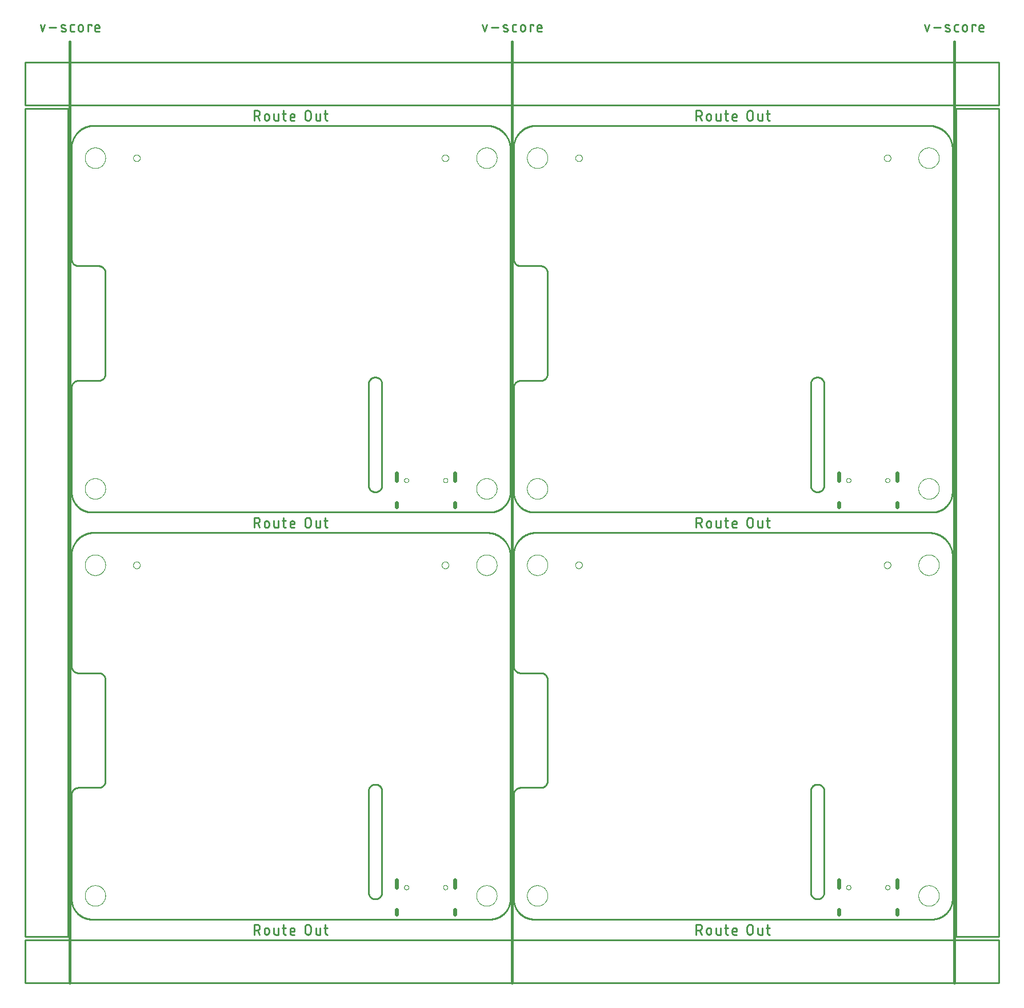
<source format=gko>
G04 EAGLE Gerber RS-274X export*
G75*
%MOMM*%
%FSLAX34Y34*%
%LPD*%
%IN*%
%IPPOS*%
%AMOC8*
5,1,8,0,0,1.08239X$1,22.5*%
G01*
%ADD10C,0.254000*%
%ADD11C,0.279400*%
%ADD12C,0.381000*%
%ADD13C,0.000000*%
%ADD14C,0.600000*%


D10*
X30000Y0D02*
X620000Y0D01*
X620725Y9D01*
X621449Y35D01*
X622173Y79D01*
X622895Y140D01*
X623616Y219D01*
X624335Y315D01*
X625051Y428D01*
X625764Y559D01*
X626474Y707D01*
X627179Y872D01*
X627881Y1054D01*
X628578Y1253D01*
X629271Y1468D01*
X629957Y1701D01*
X630638Y1950D01*
X631313Y2215D01*
X631981Y2496D01*
X632642Y2794D01*
X633296Y3107D01*
X633942Y3436D01*
X634580Y3781D01*
X635209Y4141D01*
X635829Y4516D01*
X636440Y4906D01*
X637042Y5310D01*
X637634Y5729D01*
X638215Y6163D01*
X638786Y6610D01*
X639345Y7071D01*
X639894Y7545D01*
X640430Y8032D01*
X640955Y8532D01*
X641468Y9045D01*
X641968Y9570D01*
X642455Y10106D01*
X642929Y10655D01*
X643390Y11214D01*
X643837Y11785D01*
X644271Y12366D01*
X644690Y12958D01*
X645094Y13560D01*
X645484Y14171D01*
X645859Y14791D01*
X646219Y15420D01*
X646564Y16058D01*
X646893Y16704D01*
X647206Y17358D01*
X647504Y18019D01*
X647785Y18687D01*
X648050Y19362D01*
X648299Y20043D01*
X648532Y20729D01*
X648747Y21422D01*
X648946Y22119D01*
X649128Y22821D01*
X649293Y23526D01*
X649441Y24236D01*
X649572Y24949D01*
X649685Y25665D01*
X649781Y26384D01*
X649860Y27105D01*
X649921Y27827D01*
X649965Y28551D01*
X649991Y29275D01*
X650000Y30000D01*
X650000Y535000D01*
X650067Y535833D01*
X650113Y536668D01*
X650139Y537503D01*
X650146Y538339D01*
X650132Y539175D01*
X650097Y540010D01*
X650043Y540844D01*
X649968Y541677D01*
X649874Y542507D01*
X649759Y543335D01*
X649624Y544160D01*
X649470Y544982D01*
X649295Y545799D01*
X649101Y546613D01*
X648887Y547421D01*
X648654Y548223D01*
X648402Y549020D01*
X648130Y549811D01*
X647840Y550595D01*
X647530Y551371D01*
X647202Y552140D01*
X646855Y552900D01*
X646490Y553652D01*
X646107Y554395D01*
X645706Y555129D01*
X645288Y555853D01*
X644852Y556566D01*
X644399Y557268D01*
X643929Y557960D01*
X643443Y558640D01*
X642940Y559308D01*
X642422Y559963D01*
X641887Y560606D01*
X641338Y561236D01*
X640773Y561852D01*
X640193Y562454D01*
X639599Y563043D01*
X638991Y563616D01*
X638370Y564175D01*
X637735Y564719D01*
X637087Y565247D01*
X636427Y565760D01*
X635754Y566256D01*
X635070Y566736D01*
X634374Y567199D01*
X633667Y567645D01*
X632949Y568074D01*
X632222Y568486D01*
X631485Y568880D01*
X630738Y569256D01*
X629983Y569614D01*
X629219Y569953D01*
X628447Y570274D01*
X627667Y570576D01*
X626881Y570859D01*
X626088Y571123D01*
X625289Y571368D01*
X624484Y571594D01*
X623674Y571800D01*
X622859Y571986D01*
X622040Y572153D01*
X621217Y572300D01*
X620390Y572426D01*
X619561Y572533D01*
X618730Y572620D01*
X28730Y572620D01*
X27930Y572502D01*
X27132Y572366D01*
X26339Y572210D01*
X25549Y572036D01*
X24764Y571842D01*
X23983Y571629D01*
X23208Y571398D01*
X22439Y571148D01*
X21676Y570879D01*
X20920Y570592D01*
X20171Y570287D01*
X19430Y569963D01*
X18696Y569622D01*
X17971Y569264D01*
X17255Y568888D01*
X16548Y568494D01*
X15851Y568084D01*
X15164Y567657D01*
X14488Y567214D01*
X13822Y566754D01*
X13168Y566278D01*
X12525Y565787D01*
X11895Y565280D01*
X11277Y564759D01*
X10672Y564222D01*
X10079Y563671D01*
X9501Y563106D01*
X8936Y562527D01*
X8385Y561935D01*
X7849Y561329D01*
X7328Y560711D01*
X6821Y560080D01*
X6330Y559437D01*
X5855Y558783D01*
X5396Y558117D01*
X4953Y557440D01*
X4526Y556753D01*
X4116Y556055D01*
X3724Y555348D01*
X3348Y554632D01*
X2990Y553907D01*
X2649Y553173D01*
X2326Y552432D01*
X2021Y551683D01*
X1735Y550926D01*
X1466Y550163D01*
X1217Y549394D01*
X986Y548619D01*
X773Y547838D01*
X580Y547053D01*
X406Y546263D01*
X251Y545469D01*
X115Y544672D01*
X-2Y543871D01*
X-99Y543068D01*
X-177Y542263D01*
X-235Y541457D01*
X-274Y540649D01*
X-294Y539840D01*
X-293Y539031D01*
X-274Y538223D01*
X-234Y537415D01*
X-176Y536608D01*
X-97Y535803D01*
X0Y535000D01*
X50000Y355000D02*
X50000Y205000D01*
X50000Y355000D02*
X49997Y355242D01*
X49988Y355483D01*
X49974Y355724D01*
X49953Y355965D01*
X49927Y356205D01*
X49895Y356445D01*
X49857Y356684D01*
X49814Y356921D01*
X49764Y357158D01*
X49709Y357393D01*
X49649Y357627D01*
X49582Y357859D01*
X49511Y358090D01*
X49433Y358319D01*
X49350Y358546D01*
X49262Y358771D01*
X49168Y358994D01*
X49069Y359214D01*
X48964Y359432D01*
X48855Y359647D01*
X48740Y359860D01*
X48620Y360070D01*
X48495Y360276D01*
X48365Y360480D01*
X48230Y360681D01*
X48090Y360878D01*
X47946Y361072D01*
X47797Y361262D01*
X47643Y361448D01*
X47485Y361631D01*
X47323Y361810D01*
X47156Y361985D01*
X46985Y362156D01*
X46810Y362323D01*
X46631Y362485D01*
X46448Y362643D01*
X46262Y362797D01*
X46072Y362946D01*
X45878Y363090D01*
X45681Y363230D01*
X45480Y363365D01*
X45276Y363495D01*
X45070Y363620D01*
X44860Y363740D01*
X44647Y363855D01*
X44432Y363964D01*
X44214Y364069D01*
X43994Y364168D01*
X43771Y364262D01*
X43546Y364350D01*
X43319Y364433D01*
X43090Y364511D01*
X42859Y364582D01*
X42627Y364649D01*
X42393Y364709D01*
X42158Y364764D01*
X41921Y364814D01*
X41684Y364857D01*
X41445Y364895D01*
X41205Y364927D01*
X40965Y364953D01*
X40724Y364974D01*
X40483Y364988D01*
X40242Y364997D01*
X40000Y365000D01*
X10000Y365000D01*
X9758Y365003D01*
X9517Y365012D01*
X9276Y365026D01*
X9035Y365047D01*
X8795Y365073D01*
X8555Y365105D01*
X8316Y365143D01*
X8079Y365186D01*
X7842Y365236D01*
X7607Y365291D01*
X7373Y365351D01*
X7141Y365418D01*
X6910Y365489D01*
X6681Y365567D01*
X6454Y365650D01*
X6229Y365738D01*
X6006Y365832D01*
X5786Y365931D01*
X5568Y366036D01*
X5353Y366145D01*
X5140Y366260D01*
X4930Y366380D01*
X4724Y366505D01*
X4520Y366635D01*
X4319Y366770D01*
X4122Y366910D01*
X3928Y367054D01*
X3738Y367203D01*
X3552Y367357D01*
X3369Y367515D01*
X3190Y367677D01*
X3015Y367844D01*
X2844Y368015D01*
X2677Y368190D01*
X2515Y368369D01*
X2357Y368552D01*
X2203Y368738D01*
X2054Y368928D01*
X1910Y369122D01*
X1770Y369319D01*
X1635Y369520D01*
X1505Y369724D01*
X1380Y369930D01*
X1260Y370140D01*
X1145Y370353D01*
X1036Y370568D01*
X931Y370786D01*
X832Y371006D01*
X738Y371229D01*
X650Y371454D01*
X567Y371681D01*
X489Y371910D01*
X418Y372141D01*
X351Y372373D01*
X291Y372607D01*
X236Y372842D01*
X186Y373079D01*
X143Y373316D01*
X105Y373555D01*
X73Y373795D01*
X47Y374035D01*
X26Y374276D01*
X12Y374517D01*
X3Y374758D01*
X0Y375000D01*
X0Y535000D01*
X0Y185000D02*
X0Y30000D01*
X0Y185000D02*
X3Y185242D01*
X12Y185483D01*
X26Y185724D01*
X47Y185965D01*
X73Y186205D01*
X105Y186445D01*
X143Y186684D01*
X186Y186921D01*
X236Y187158D01*
X291Y187393D01*
X351Y187627D01*
X418Y187859D01*
X489Y188090D01*
X567Y188319D01*
X650Y188546D01*
X738Y188771D01*
X832Y188994D01*
X931Y189214D01*
X1036Y189432D01*
X1145Y189647D01*
X1260Y189860D01*
X1380Y190070D01*
X1505Y190276D01*
X1635Y190480D01*
X1770Y190681D01*
X1910Y190878D01*
X2054Y191072D01*
X2203Y191262D01*
X2357Y191448D01*
X2515Y191631D01*
X2677Y191810D01*
X2844Y191985D01*
X3015Y192156D01*
X3190Y192323D01*
X3369Y192485D01*
X3552Y192643D01*
X3738Y192797D01*
X3928Y192946D01*
X4122Y193090D01*
X4319Y193230D01*
X4520Y193365D01*
X4724Y193495D01*
X4930Y193620D01*
X5140Y193740D01*
X5353Y193855D01*
X5568Y193964D01*
X5786Y194069D01*
X6006Y194168D01*
X6229Y194262D01*
X6454Y194350D01*
X6681Y194433D01*
X6910Y194511D01*
X7141Y194582D01*
X7373Y194649D01*
X7607Y194709D01*
X7842Y194764D01*
X8079Y194814D01*
X8316Y194857D01*
X8555Y194895D01*
X8795Y194927D01*
X9035Y194953D01*
X9276Y194974D01*
X9517Y194988D01*
X9758Y194997D01*
X10000Y195000D01*
X40000Y195000D01*
X40242Y195003D01*
X40483Y195012D01*
X40724Y195026D01*
X40965Y195047D01*
X41205Y195073D01*
X41445Y195105D01*
X41684Y195143D01*
X41921Y195186D01*
X42158Y195236D01*
X42393Y195291D01*
X42627Y195351D01*
X42859Y195418D01*
X43090Y195489D01*
X43319Y195567D01*
X43546Y195650D01*
X43771Y195738D01*
X43994Y195832D01*
X44214Y195931D01*
X44432Y196036D01*
X44647Y196145D01*
X44860Y196260D01*
X45070Y196380D01*
X45276Y196505D01*
X45480Y196635D01*
X45681Y196770D01*
X45878Y196910D01*
X46072Y197054D01*
X46262Y197203D01*
X46448Y197357D01*
X46631Y197515D01*
X46810Y197677D01*
X46985Y197844D01*
X47156Y198015D01*
X47323Y198190D01*
X47485Y198369D01*
X47643Y198552D01*
X47797Y198738D01*
X47946Y198928D01*
X48090Y199122D01*
X48230Y199319D01*
X48365Y199520D01*
X48495Y199724D01*
X48620Y199930D01*
X48740Y200140D01*
X48855Y200353D01*
X48964Y200568D01*
X49069Y200786D01*
X49168Y201006D01*
X49262Y201229D01*
X49350Y201454D01*
X49433Y201681D01*
X49511Y201910D01*
X49582Y202141D01*
X49649Y202373D01*
X49709Y202607D01*
X49764Y202842D01*
X49814Y203079D01*
X49857Y203316D01*
X49895Y203555D01*
X49927Y203795D01*
X49953Y204035D01*
X49974Y204276D01*
X49988Y204517D01*
X49997Y204758D01*
X50000Y205000D01*
X0Y30000D02*
X9Y29275D01*
X35Y28551D01*
X79Y27827D01*
X140Y27105D01*
X219Y26384D01*
X315Y25665D01*
X428Y24949D01*
X559Y24236D01*
X707Y23526D01*
X872Y22821D01*
X1054Y22119D01*
X1253Y21422D01*
X1468Y20729D01*
X1701Y20043D01*
X1950Y19362D01*
X2215Y18687D01*
X2496Y18019D01*
X2794Y17358D01*
X3107Y16704D01*
X3436Y16058D01*
X3781Y15420D01*
X4141Y14791D01*
X4516Y14171D01*
X4906Y13560D01*
X5310Y12958D01*
X5729Y12366D01*
X6163Y11785D01*
X6610Y11214D01*
X7071Y10655D01*
X7545Y10106D01*
X8032Y9570D01*
X8532Y9045D01*
X9045Y8532D01*
X9570Y8032D01*
X10106Y7545D01*
X10655Y7071D01*
X11214Y6610D01*
X11785Y6163D01*
X12366Y5729D01*
X12958Y5310D01*
X13560Y4906D01*
X14171Y4516D01*
X14791Y4141D01*
X15420Y3781D01*
X16058Y3436D01*
X16704Y3107D01*
X17358Y2794D01*
X18019Y2496D01*
X18687Y2215D01*
X19362Y1950D01*
X20043Y1701D01*
X20729Y1468D01*
X21422Y1253D01*
X22119Y1054D01*
X22821Y872D01*
X23526Y707D01*
X24236Y559D01*
X24949Y428D01*
X25665Y315D01*
X26384Y219D01*
X27105Y140D01*
X27827Y79D01*
X28551Y35D01*
X29275Y9D01*
X30000Y0D01*
X450000Y30000D02*
X450242Y30003D01*
X450483Y30012D01*
X450724Y30026D01*
X450965Y30047D01*
X451205Y30073D01*
X451445Y30105D01*
X451684Y30143D01*
X451921Y30186D01*
X452158Y30236D01*
X452393Y30291D01*
X452627Y30351D01*
X452859Y30418D01*
X453090Y30489D01*
X453319Y30567D01*
X453546Y30650D01*
X453771Y30738D01*
X453994Y30832D01*
X454214Y30931D01*
X454432Y31036D01*
X454647Y31145D01*
X454860Y31260D01*
X455070Y31380D01*
X455276Y31505D01*
X455480Y31635D01*
X455681Y31770D01*
X455878Y31910D01*
X456072Y32054D01*
X456262Y32203D01*
X456448Y32357D01*
X456631Y32515D01*
X456810Y32677D01*
X456985Y32844D01*
X457156Y33015D01*
X457323Y33190D01*
X457485Y33369D01*
X457643Y33552D01*
X457797Y33738D01*
X457946Y33928D01*
X458090Y34122D01*
X458230Y34319D01*
X458365Y34520D01*
X458495Y34724D01*
X458620Y34930D01*
X458740Y35140D01*
X458855Y35353D01*
X458964Y35568D01*
X459069Y35786D01*
X459168Y36006D01*
X459262Y36229D01*
X459350Y36454D01*
X459433Y36681D01*
X459511Y36910D01*
X459582Y37141D01*
X459649Y37373D01*
X459709Y37607D01*
X459764Y37842D01*
X459814Y38079D01*
X459857Y38316D01*
X459895Y38555D01*
X459927Y38795D01*
X459953Y39035D01*
X459974Y39276D01*
X459988Y39517D01*
X459997Y39758D01*
X460000Y40000D01*
X460000Y190000D01*
X459997Y190242D01*
X459988Y190483D01*
X459974Y190724D01*
X459953Y190965D01*
X459927Y191205D01*
X459895Y191445D01*
X459857Y191684D01*
X459814Y191921D01*
X459764Y192158D01*
X459709Y192393D01*
X459649Y192627D01*
X459582Y192859D01*
X459511Y193090D01*
X459433Y193319D01*
X459350Y193546D01*
X459262Y193771D01*
X459168Y193994D01*
X459069Y194214D01*
X458964Y194432D01*
X458855Y194647D01*
X458740Y194860D01*
X458620Y195070D01*
X458495Y195276D01*
X458365Y195480D01*
X458230Y195681D01*
X458090Y195878D01*
X457946Y196072D01*
X457797Y196262D01*
X457643Y196448D01*
X457485Y196631D01*
X457323Y196810D01*
X457156Y196985D01*
X456985Y197156D01*
X456810Y197323D01*
X456631Y197485D01*
X456448Y197643D01*
X456262Y197797D01*
X456072Y197946D01*
X455878Y198090D01*
X455681Y198230D01*
X455480Y198365D01*
X455276Y198495D01*
X455070Y198620D01*
X454860Y198740D01*
X454647Y198855D01*
X454432Y198964D01*
X454214Y199069D01*
X453994Y199168D01*
X453771Y199262D01*
X453546Y199350D01*
X453319Y199433D01*
X453090Y199511D01*
X452859Y199582D01*
X452627Y199649D01*
X452393Y199709D01*
X452158Y199764D01*
X451921Y199814D01*
X451684Y199857D01*
X451445Y199895D01*
X451205Y199927D01*
X450965Y199953D01*
X450724Y199974D01*
X450483Y199988D01*
X450242Y199997D01*
X450000Y200000D01*
X449758Y199997D01*
X449517Y199988D01*
X449276Y199974D01*
X449035Y199953D01*
X448795Y199927D01*
X448555Y199895D01*
X448316Y199857D01*
X448079Y199814D01*
X447842Y199764D01*
X447607Y199709D01*
X447373Y199649D01*
X447141Y199582D01*
X446910Y199511D01*
X446681Y199433D01*
X446454Y199350D01*
X446229Y199262D01*
X446006Y199168D01*
X445786Y199069D01*
X445568Y198964D01*
X445353Y198855D01*
X445140Y198740D01*
X444930Y198620D01*
X444724Y198495D01*
X444520Y198365D01*
X444319Y198230D01*
X444122Y198090D01*
X443928Y197946D01*
X443738Y197797D01*
X443552Y197643D01*
X443369Y197485D01*
X443190Y197323D01*
X443015Y197156D01*
X442844Y196985D01*
X442677Y196810D01*
X442515Y196631D01*
X442357Y196448D01*
X442203Y196262D01*
X442054Y196072D01*
X441910Y195878D01*
X441770Y195681D01*
X441635Y195480D01*
X441505Y195276D01*
X441380Y195070D01*
X441260Y194860D01*
X441145Y194647D01*
X441036Y194432D01*
X440931Y194214D01*
X440832Y193994D01*
X440738Y193771D01*
X440650Y193546D01*
X440567Y193319D01*
X440489Y193090D01*
X440418Y192859D01*
X440351Y192627D01*
X440291Y192393D01*
X440236Y192158D01*
X440186Y191921D01*
X440143Y191684D01*
X440105Y191445D01*
X440073Y191205D01*
X440047Y190965D01*
X440026Y190724D01*
X440012Y190483D01*
X440003Y190242D01*
X440000Y190000D01*
X440000Y40000D01*
X440003Y39758D01*
X440012Y39517D01*
X440026Y39276D01*
X440047Y39035D01*
X440073Y38795D01*
X440105Y38555D01*
X440143Y38316D01*
X440186Y38079D01*
X440236Y37842D01*
X440291Y37607D01*
X440351Y37373D01*
X440418Y37141D01*
X440489Y36910D01*
X440567Y36681D01*
X440650Y36454D01*
X440738Y36229D01*
X440832Y36006D01*
X440931Y35786D01*
X441036Y35568D01*
X441145Y35353D01*
X441260Y35140D01*
X441380Y34930D01*
X441505Y34724D01*
X441635Y34520D01*
X441770Y34319D01*
X441910Y34122D01*
X442054Y33928D01*
X442203Y33738D01*
X442357Y33552D01*
X442515Y33369D01*
X442677Y33190D01*
X442844Y33015D01*
X443015Y32844D01*
X443190Y32677D01*
X443369Y32515D01*
X443552Y32357D01*
X443738Y32203D01*
X443928Y32054D01*
X444122Y31910D01*
X444319Y31770D01*
X444520Y31635D01*
X444724Y31505D01*
X444930Y31380D01*
X445140Y31260D01*
X445353Y31145D01*
X445568Y31036D01*
X445786Y30931D01*
X446006Y30832D01*
X446229Y30738D01*
X446454Y30650D01*
X446681Y30567D01*
X446910Y30489D01*
X447141Y30418D01*
X447373Y30351D01*
X447607Y30291D01*
X447842Y30236D01*
X448079Y30186D01*
X448316Y30143D01*
X448555Y30105D01*
X448795Y30073D01*
X449035Y30047D01*
X449276Y30026D01*
X449517Y30012D01*
X449758Y30003D01*
X450000Y30000D01*
D11*
X270497Y-7747D02*
X270497Y-22733D01*
X270497Y-7747D02*
X274660Y-7747D01*
X274788Y-7749D01*
X274916Y-7755D01*
X275044Y-7765D01*
X275172Y-7779D01*
X275299Y-7796D01*
X275425Y-7818D01*
X275551Y-7843D01*
X275675Y-7873D01*
X275799Y-7906D01*
X275922Y-7943D01*
X276044Y-7984D01*
X276164Y-8028D01*
X276283Y-8076D01*
X276400Y-8128D01*
X276516Y-8183D01*
X276629Y-8242D01*
X276742Y-8305D01*
X276852Y-8371D01*
X276959Y-8440D01*
X277065Y-8512D01*
X277169Y-8588D01*
X277270Y-8667D01*
X277369Y-8749D01*
X277465Y-8834D01*
X277558Y-8921D01*
X277649Y-9012D01*
X277736Y-9105D01*
X277821Y-9201D01*
X277903Y-9300D01*
X277982Y-9401D01*
X278058Y-9505D01*
X278130Y-9611D01*
X278199Y-9718D01*
X278265Y-9829D01*
X278328Y-9941D01*
X278387Y-10054D01*
X278442Y-10170D01*
X278494Y-10287D01*
X278542Y-10406D01*
X278586Y-10526D01*
X278627Y-10648D01*
X278664Y-10771D01*
X278697Y-10895D01*
X278727Y-11019D01*
X278752Y-11145D01*
X278774Y-11271D01*
X278791Y-11398D01*
X278805Y-11526D01*
X278815Y-11654D01*
X278821Y-11782D01*
X278823Y-11910D01*
X278821Y-12038D01*
X278815Y-12166D01*
X278805Y-12294D01*
X278791Y-12422D01*
X278774Y-12549D01*
X278752Y-12675D01*
X278727Y-12801D01*
X278697Y-12925D01*
X278664Y-13049D01*
X278627Y-13172D01*
X278586Y-13294D01*
X278542Y-13414D01*
X278494Y-13533D01*
X278442Y-13650D01*
X278387Y-13766D01*
X278328Y-13879D01*
X278265Y-13992D01*
X278199Y-14102D01*
X278130Y-14209D01*
X278058Y-14315D01*
X277982Y-14419D01*
X277903Y-14520D01*
X277821Y-14619D01*
X277736Y-14715D01*
X277649Y-14808D01*
X277558Y-14899D01*
X277465Y-14986D01*
X277369Y-15071D01*
X277270Y-15153D01*
X277169Y-15232D01*
X277065Y-15308D01*
X276959Y-15380D01*
X276852Y-15449D01*
X276742Y-15515D01*
X276629Y-15578D01*
X276516Y-15637D01*
X276400Y-15692D01*
X276283Y-15744D01*
X276164Y-15792D01*
X276044Y-15836D01*
X275922Y-15877D01*
X275799Y-15914D01*
X275675Y-15947D01*
X275551Y-15977D01*
X275425Y-16002D01*
X275299Y-16024D01*
X275172Y-16041D01*
X275044Y-16055D01*
X274916Y-16065D01*
X274788Y-16071D01*
X274660Y-16073D01*
X270497Y-16073D01*
X275492Y-16073D02*
X278822Y-22733D01*
X285781Y-19403D02*
X285781Y-16073D01*
X285783Y-15959D01*
X285789Y-15846D01*
X285798Y-15732D01*
X285812Y-15620D01*
X285829Y-15507D01*
X285851Y-15395D01*
X285876Y-15285D01*
X285904Y-15175D01*
X285937Y-15066D01*
X285973Y-14958D01*
X286013Y-14851D01*
X286057Y-14746D01*
X286104Y-14643D01*
X286154Y-14541D01*
X286208Y-14441D01*
X286266Y-14343D01*
X286327Y-14247D01*
X286390Y-14153D01*
X286458Y-14061D01*
X286528Y-13971D01*
X286601Y-13885D01*
X286677Y-13800D01*
X286756Y-13718D01*
X286838Y-13639D01*
X286923Y-13563D01*
X287009Y-13490D01*
X287099Y-13420D01*
X287191Y-13352D01*
X287285Y-13289D01*
X287381Y-13228D01*
X287479Y-13170D01*
X287579Y-13116D01*
X287681Y-13066D01*
X287784Y-13019D01*
X287889Y-12975D01*
X287996Y-12935D01*
X288104Y-12899D01*
X288213Y-12866D01*
X288323Y-12838D01*
X288433Y-12813D01*
X288545Y-12791D01*
X288658Y-12774D01*
X288770Y-12760D01*
X288884Y-12751D01*
X288997Y-12745D01*
X289111Y-12743D01*
X289225Y-12745D01*
X289338Y-12751D01*
X289452Y-12760D01*
X289564Y-12774D01*
X289677Y-12791D01*
X289789Y-12813D01*
X289899Y-12838D01*
X290009Y-12866D01*
X290118Y-12899D01*
X290226Y-12935D01*
X290333Y-12975D01*
X290438Y-13019D01*
X290541Y-13066D01*
X290643Y-13116D01*
X290743Y-13170D01*
X290841Y-13228D01*
X290937Y-13289D01*
X291031Y-13352D01*
X291123Y-13420D01*
X291213Y-13490D01*
X291299Y-13563D01*
X291384Y-13639D01*
X291466Y-13718D01*
X291545Y-13800D01*
X291621Y-13885D01*
X291694Y-13971D01*
X291764Y-14061D01*
X291832Y-14153D01*
X291895Y-14247D01*
X291956Y-14343D01*
X292014Y-14441D01*
X292068Y-14541D01*
X292118Y-14643D01*
X292165Y-14746D01*
X292209Y-14851D01*
X292249Y-14958D01*
X292285Y-15066D01*
X292318Y-15175D01*
X292346Y-15285D01*
X292371Y-15395D01*
X292393Y-15507D01*
X292410Y-15620D01*
X292424Y-15732D01*
X292433Y-15846D01*
X292439Y-15959D01*
X292441Y-16073D01*
X292441Y-19403D01*
X292439Y-19517D01*
X292433Y-19630D01*
X292424Y-19744D01*
X292410Y-19856D01*
X292393Y-19969D01*
X292371Y-20081D01*
X292346Y-20191D01*
X292318Y-20301D01*
X292285Y-20410D01*
X292249Y-20518D01*
X292209Y-20625D01*
X292165Y-20730D01*
X292118Y-20833D01*
X292068Y-20935D01*
X292014Y-21035D01*
X291956Y-21133D01*
X291895Y-21229D01*
X291832Y-21323D01*
X291764Y-21415D01*
X291694Y-21505D01*
X291621Y-21591D01*
X291545Y-21676D01*
X291466Y-21758D01*
X291384Y-21837D01*
X291299Y-21913D01*
X291213Y-21986D01*
X291123Y-22056D01*
X291031Y-22124D01*
X290937Y-22187D01*
X290841Y-22248D01*
X290743Y-22306D01*
X290643Y-22360D01*
X290541Y-22410D01*
X290438Y-22457D01*
X290333Y-22501D01*
X290226Y-22541D01*
X290118Y-22577D01*
X290009Y-22610D01*
X289899Y-22638D01*
X289789Y-22663D01*
X289677Y-22685D01*
X289564Y-22702D01*
X289452Y-22716D01*
X289338Y-22725D01*
X289225Y-22731D01*
X289111Y-22733D01*
X288997Y-22731D01*
X288884Y-22725D01*
X288770Y-22716D01*
X288658Y-22702D01*
X288545Y-22685D01*
X288433Y-22663D01*
X288323Y-22638D01*
X288213Y-22610D01*
X288104Y-22577D01*
X287996Y-22541D01*
X287889Y-22501D01*
X287784Y-22457D01*
X287681Y-22410D01*
X287579Y-22360D01*
X287479Y-22306D01*
X287381Y-22248D01*
X287285Y-22187D01*
X287191Y-22124D01*
X287099Y-22056D01*
X287009Y-21986D01*
X286923Y-21913D01*
X286838Y-21837D01*
X286756Y-21758D01*
X286677Y-21676D01*
X286601Y-21591D01*
X286528Y-21505D01*
X286458Y-21415D01*
X286390Y-21323D01*
X286327Y-21229D01*
X286266Y-21133D01*
X286208Y-21035D01*
X286154Y-20935D01*
X286104Y-20833D01*
X286057Y-20730D01*
X286013Y-20625D01*
X285973Y-20518D01*
X285937Y-20410D01*
X285904Y-20301D01*
X285876Y-20191D01*
X285851Y-20081D01*
X285829Y-19969D01*
X285812Y-19856D01*
X285798Y-19744D01*
X285789Y-19630D01*
X285783Y-19517D01*
X285781Y-19403D01*
X299849Y-20235D02*
X299849Y-12742D01*
X299848Y-20235D02*
X299850Y-20333D01*
X299856Y-20431D01*
X299865Y-20529D01*
X299879Y-20626D01*
X299896Y-20722D01*
X299917Y-20818D01*
X299942Y-20913D01*
X299970Y-21007D01*
X300002Y-21100D01*
X300038Y-21191D01*
X300077Y-21281D01*
X300120Y-21369D01*
X300167Y-21456D01*
X300216Y-21540D01*
X300269Y-21623D01*
X300325Y-21703D01*
X300384Y-21782D01*
X300447Y-21857D01*
X300512Y-21931D01*
X300580Y-22001D01*
X300650Y-22069D01*
X300724Y-22135D01*
X300800Y-22197D01*
X300878Y-22256D01*
X300958Y-22312D01*
X301041Y-22365D01*
X301125Y-22415D01*
X301212Y-22461D01*
X301300Y-22504D01*
X301390Y-22543D01*
X301481Y-22579D01*
X301574Y-22611D01*
X301668Y-22639D01*
X301763Y-22664D01*
X301859Y-22685D01*
X301955Y-22702D01*
X302052Y-22716D01*
X302150Y-22725D01*
X302248Y-22731D01*
X302346Y-22733D01*
X306509Y-22733D01*
X306509Y-12742D01*
X312490Y-12742D02*
X317485Y-12742D01*
X314155Y-7747D02*
X314155Y-20235D01*
X314157Y-20333D01*
X314163Y-20431D01*
X314172Y-20529D01*
X314186Y-20626D01*
X314203Y-20722D01*
X314224Y-20818D01*
X314249Y-20913D01*
X314277Y-21007D01*
X314309Y-21100D01*
X314345Y-21191D01*
X314384Y-21281D01*
X314427Y-21369D01*
X314474Y-21456D01*
X314523Y-21540D01*
X314576Y-21623D01*
X314632Y-21703D01*
X314691Y-21782D01*
X314754Y-21857D01*
X314819Y-21931D01*
X314887Y-22001D01*
X314957Y-22069D01*
X315031Y-22135D01*
X315107Y-22197D01*
X315185Y-22256D01*
X315265Y-22312D01*
X315348Y-22365D01*
X315432Y-22415D01*
X315519Y-22461D01*
X315607Y-22504D01*
X315697Y-22543D01*
X315788Y-22579D01*
X315881Y-22611D01*
X315975Y-22639D01*
X316070Y-22664D01*
X316166Y-22685D01*
X316262Y-22702D01*
X316359Y-22716D01*
X316457Y-22725D01*
X316555Y-22731D01*
X316653Y-22733D01*
X317485Y-22733D01*
X326314Y-22733D02*
X330477Y-22733D01*
X326314Y-22733D02*
X326216Y-22731D01*
X326118Y-22725D01*
X326020Y-22716D01*
X325923Y-22702D01*
X325827Y-22685D01*
X325731Y-22664D01*
X325636Y-22639D01*
X325542Y-22611D01*
X325449Y-22579D01*
X325358Y-22543D01*
X325268Y-22504D01*
X325180Y-22461D01*
X325093Y-22414D01*
X325009Y-22365D01*
X324926Y-22312D01*
X324846Y-22256D01*
X324768Y-22197D01*
X324692Y-22135D01*
X324618Y-22069D01*
X324548Y-22001D01*
X324480Y-21931D01*
X324415Y-21857D01*
X324352Y-21782D01*
X324293Y-21703D01*
X324237Y-21623D01*
X324184Y-21540D01*
X324135Y-21456D01*
X324088Y-21369D01*
X324045Y-21281D01*
X324006Y-21191D01*
X323970Y-21100D01*
X323938Y-21007D01*
X323910Y-20913D01*
X323885Y-20818D01*
X323864Y-20722D01*
X323847Y-20626D01*
X323833Y-20529D01*
X323824Y-20431D01*
X323818Y-20333D01*
X323816Y-20235D01*
X323817Y-20235D02*
X323817Y-16073D01*
X323819Y-15959D01*
X323825Y-15846D01*
X323834Y-15732D01*
X323848Y-15620D01*
X323865Y-15507D01*
X323887Y-15395D01*
X323912Y-15285D01*
X323940Y-15175D01*
X323973Y-15066D01*
X324009Y-14958D01*
X324049Y-14851D01*
X324093Y-14746D01*
X324140Y-14643D01*
X324190Y-14541D01*
X324244Y-14441D01*
X324302Y-14343D01*
X324363Y-14247D01*
X324426Y-14153D01*
X324494Y-14061D01*
X324564Y-13971D01*
X324637Y-13885D01*
X324713Y-13800D01*
X324792Y-13718D01*
X324874Y-13639D01*
X324959Y-13563D01*
X325045Y-13490D01*
X325135Y-13420D01*
X325227Y-13352D01*
X325321Y-13289D01*
X325417Y-13228D01*
X325515Y-13170D01*
X325615Y-13116D01*
X325717Y-13066D01*
X325820Y-13019D01*
X325925Y-12975D01*
X326032Y-12935D01*
X326140Y-12899D01*
X326249Y-12866D01*
X326359Y-12838D01*
X326469Y-12813D01*
X326581Y-12791D01*
X326694Y-12774D01*
X326806Y-12760D01*
X326920Y-12751D01*
X327033Y-12745D01*
X327147Y-12743D01*
X327261Y-12745D01*
X327374Y-12751D01*
X327488Y-12760D01*
X327600Y-12774D01*
X327713Y-12791D01*
X327825Y-12813D01*
X327935Y-12838D01*
X328045Y-12866D01*
X328154Y-12899D01*
X328262Y-12935D01*
X328369Y-12975D01*
X328474Y-13019D01*
X328577Y-13066D01*
X328679Y-13116D01*
X328779Y-13170D01*
X328877Y-13228D01*
X328973Y-13289D01*
X329067Y-13352D01*
X329159Y-13420D01*
X329249Y-13490D01*
X329335Y-13563D01*
X329420Y-13639D01*
X329502Y-13718D01*
X329581Y-13800D01*
X329657Y-13885D01*
X329730Y-13971D01*
X329800Y-14061D01*
X329868Y-14153D01*
X329931Y-14247D01*
X329992Y-14343D01*
X330050Y-14441D01*
X330104Y-14541D01*
X330154Y-14643D01*
X330201Y-14746D01*
X330245Y-14851D01*
X330285Y-14958D01*
X330321Y-15066D01*
X330354Y-15175D01*
X330382Y-15285D01*
X330407Y-15395D01*
X330429Y-15507D01*
X330446Y-15620D01*
X330460Y-15732D01*
X330469Y-15846D01*
X330475Y-15959D01*
X330477Y-16073D01*
X330477Y-17738D01*
X323817Y-17738D01*
X345910Y-18570D02*
X345910Y-11910D01*
X345912Y-11782D01*
X345918Y-11654D01*
X345928Y-11526D01*
X345942Y-11398D01*
X345959Y-11271D01*
X345981Y-11145D01*
X346006Y-11019D01*
X346036Y-10895D01*
X346069Y-10771D01*
X346106Y-10648D01*
X346147Y-10526D01*
X346191Y-10406D01*
X346239Y-10287D01*
X346291Y-10170D01*
X346346Y-10054D01*
X346405Y-9941D01*
X346468Y-9828D01*
X346534Y-9718D01*
X346603Y-9611D01*
X346675Y-9505D01*
X346751Y-9401D01*
X346830Y-9300D01*
X346912Y-9201D01*
X346997Y-9105D01*
X347084Y-9012D01*
X347175Y-8921D01*
X347268Y-8834D01*
X347364Y-8749D01*
X347463Y-8667D01*
X347564Y-8588D01*
X347668Y-8512D01*
X347774Y-8440D01*
X347881Y-8371D01*
X347992Y-8305D01*
X348104Y-8242D01*
X348217Y-8183D01*
X348333Y-8128D01*
X348450Y-8076D01*
X348569Y-8028D01*
X348689Y-7984D01*
X348811Y-7943D01*
X348934Y-7906D01*
X349058Y-7873D01*
X349182Y-7843D01*
X349308Y-7818D01*
X349434Y-7796D01*
X349561Y-7779D01*
X349689Y-7765D01*
X349817Y-7755D01*
X349945Y-7749D01*
X350073Y-7747D01*
X350201Y-7749D01*
X350329Y-7755D01*
X350457Y-7765D01*
X350585Y-7779D01*
X350712Y-7796D01*
X350838Y-7818D01*
X350964Y-7843D01*
X351088Y-7873D01*
X351212Y-7906D01*
X351335Y-7943D01*
X351457Y-7984D01*
X351577Y-8028D01*
X351696Y-8076D01*
X351813Y-8128D01*
X351929Y-8183D01*
X352042Y-8242D01*
X352155Y-8305D01*
X352265Y-8371D01*
X352372Y-8440D01*
X352478Y-8512D01*
X352582Y-8588D01*
X352683Y-8667D01*
X352782Y-8749D01*
X352878Y-8834D01*
X352971Y-8921D01*
X353062Y-9012D01*
X353149Y-9105D01*
X353234Y-9201D01*
X353316Y-9300D01*
X353395Y-9401D01*
X353471Y-9505D01*
X353543Y-9611D01*
X353612Y-9718D01*
X353678Y-9829D01*
X353741Y-9941D01*
X353800Y-10054D01*
X353855Y-10170D01*
X353907Y-10287D01*
X353955Y-10406D01*
X353999Y-10526D01*
X354040Y-10648D01*
X354077Y-10771D01*
X354110Y-10895D01*
X354140Y-11019D01*
X354165Y-11145D01*
X354187Y-11271D01*
X354204Y-11398D01*
X354218Y-11526D01*
X354228Y-11654D01*
X354234Y-11782D01*
X354236Y-11910D01*
X354235Y-11910D02*
X354235Y-18570D01*
X354236Y-18570D02*
X354234Y-18698D01*
X354228Y-18826D01*
X354218Y-18954D01*
X354204Y-19082D01*
X354187Y-19209D01*
X354165Y-19335D01*
X354140Y-19461D01*
X354110Y-19585D01*
X354077Y-19709D01*
X354040Y-19832D01*
X353999Y-19954D01*
X353955Y-20074D01*
X353907Y-20193D01*
X353855Y-20310D01*
X353800Y-20426D01*
X353741Y-20539D01*
X353678Y-20652D01*
X353612Y-20762D01*
X353543Y-20869D01*
X353471Y-20975D01*
X353395Y-21079D01*
X353316Y-21180D01*
X353234Y-21279D01*
X353149Y-21375D01*
X353062Y-21468D01*
X352971Y-21559D01*
X352878Y-21646D01*
X352782Y-21731D01*
X352683Y-21813D01*
X352582Y-21892D01*
X352478Y-21968D01*
X352372Y-22040D01*
X352265Y-22109D01*
X352155Y-22175D01*
X352042Y-22238D01*
X351929Y-22297D01*
X351813Y-22352D01*
X351696Y-22404D01*
X351577Y-22452D01*
X351457Y-22496D01*
X351335Y-22537D01*
X351212Y-22574D01*
X351088Y-22607D01*
X350964Y-22637D01*
X350838Y-22662D01*
X350712Y-22684D01*
X350585Y-22701D01*
X350457Y-22715D01*
X350329Y-22725D01*
X350201Y-22731D01*
X350073Y-22733D01*
X349945Y-22731D01*
X349817Y-22725D01*
X349689Y-22715D01*
X349561Y-22701D01*
X349434Y-22684D01*
X349308Y-22662D01*
X349182Y-22637D01*
X349058Y-22607D01*
X348934Y-22574D01*
X348811Y-22537D01*
X348689Y-22496D01*
X348569Y-22452D01*
X348450Y-22404D01*
X348333Y-22352D01*
X348217Y-22297D01*
X348104Y-22238D01*
X347992Y-22175D01*
X347881Y-22109D01*
X347774Y-22040D01*
X347668Y-21968D01*
X347564Y-21892D01*
X347463Y-21813D01*
X347364Y-21731D01*
X347268Y-21646D01*
X347175Y-21559D01*
X347084Y-21468D01*
X346997Y-21375D01*
X346912Y-21279D01*
X346830Y-21180D01*
X346751Y-21079D01*
X346675Y-20975D01*
X346603Y-20869D01*
X346534Y-20762D01*
X346468Y-20651D01*
X346405Y-20539D01*
X346346Y-20426D01*
X346291Y-20310D01*
X346239Y-20193D01*
X346191Y-20074D01*
X346147Y-19954D01*
X346106Y-19832D01*
X346069Y-19709D01*
X346036Y-19585D01*
X346006Y-19461D01*
X345981Y-19335D01*
X345959Y-19209D01*
X345942Y-19082D01*
X345928Y-18954D01*
X345918Y-18826D01*
X345912Y-18698D01*
X345910Y-18570D01*
X361852Y-20235D02*
X361852Y-12742D01*
X361852Y-20235D02*
X361854Y-20333D01*
X361860Y-20431D01*
X361869Y-20529D01*
X361883Y-20626D01*
X361900Y-20722D01*
X361921Y-20818D01*
X361946Y-20913D01*
X361974Y-21007D01*
X362006Y-21100D01*
X362042Y-21191D01*
X362081Y-21281D01*
X362124Y-21369D01*
X362171Y-21456D01*
X362220Y-21540D01*
X362273Y-21623D01*
X362329Y-21703D01*
X362388Y-21782D01*
X362451Y-21857D01*
X362516Y-21931D01*
X362584Y-22001D01*
X362654Y-22069D01*
X362728Y-22135D01*
X362804Y-22197D01*
X362882Y-22256D01*
X362962Y-22312D01*
X363045Y-22365D01*
X363129Y-22415D01*
X363216Y-22461D01*
X363304Y-22504D01*
X363394Y-22543D01*
X363485Y-22579D01*
X363578Y-22611D01*
X363672Y-22639D01*
X363767Y-22664D01*
X363863Y-22685D01*
X363959Y-22702D01*
X364056Y-22716D01*
X364154Y-22725D01*
X364252Y-22731D01*
X364350Y-22733D01*
X368513Y-22733D01*
X368513Y-12742D01*
X374494Y-12742D02*
X379489Y-12742D01*
X376159Y-7747D02*
X376159Y-20235D01*
X376158Y-20235D02*
X376160Y-20333D01*
X376166Y-20431D01*
X376175Y-20529D01*
X376189Y-20626D01*
X376206Y-20722D01*
X376227Y-20818D01*
X376252Y-20913D01*
X376280Y-21007D01*
X376312Y-21100D01*
X376348Y-21191D01*
X376387Y-21281D01*
X376430Y-21369D01*
X376477Y-21456D01*
X376526Y-21540D01*
X376579Y-21623D01*
X376635Y-21703D01*
X376694Y-21782D01*
X376757Y-21857D01*
X376822Y-21931D01*
X376890Y-22001D01*
X376960Y-22069D01*
X377034Y-22135D01*
X377110Y-22197D01*
X377188Y-22256D01*
X377268Y-22312D01*
X377351Y-22365D01*
X377435Y-22415D01*
X377522Y-22461D01*
X377610Y-22504D01*
X377700Y-22543D01*
X377791Y-22579D01*
X377884Y-22611D01*
X377978Y-22639D01*
X378073Y-22664D01*
X378169Y-22685D01*
X378265Y-22702D01*
X378362Y-22716D01*
X378460Y-22725D01*
X378558Y-22731D01*
X378656Y-22733D01*
X378657Y-22733D02*
X379489Y-22733D01*
D10*
X685091Y0D02*
X1275091Y0D01*
X1275816Y9D01*
X1276540Y35D01*
X1277264Y79D01*
X1277986Y140D01*
X1278707Y219D01*
X1279426Y315D01*
X1280142Y428D01*
X1280855Y559D01*
X1281565Y707D01*
X1282270Y872D01*
X1282972Y1054D01*
X1283669Y1253D01*
X1284362Y1468D01*
X1285048Y1701D01*
X1285729Y1950D01*
X1286404Y2215D01*
X1287072Y2496D01*
X1287733Y2794D01*
X1288387Y3107D01*
X1289033Y3436D01*
X1289671Y3781D01*
X1290300Y4141D01*
X1290920Y4516D01*
X1291531Y4906D01*
X1292133Y5310D01*
X1292725Y5729D01*
X1293306Y6163D01*
X1293877Y6610D01*
X1294436Y7071D01*
X1294985Y7545D01*
X1295521Y8032D01*
X1296046Y8532D01*
X1296559Y9045D01*
X1297059Y9570D01*
X1297546Y10106D01*
X1298020Y10655D01*
X1298481Y11214D01*
X1298928Y11785D01*
X1299362Y12366D01*
X1299781Y12958D01*
X1300185Y13560D01*
X1300575Y14171D01*
X1300950Y14791D01*
X1301310Y15420D01*
X1301655Y16058D01*
X1301984Y16704D01*
X1302297Y17358D01*
X1302595Y18019D01*
X1302876Y18687D01*
X1303141Y19362D01*
X1303390Y20043D01*
X1303623Y20729D01*
X1303838Y21422D01*
X1304037Y22119D01*
X1304219Y22821D01*
X1304384Y23526D01*
X1304532Y24236D01*
X1304663Y24949D01*
X1304776Y25665D01*
X1304872Y26384D01*
X1304951Y27105D01*
X1305012Y27827D01*
X1305056Y28551D01*
X1305082Y29275D01*
X1305091Y30000D01*
X1305091Y535000D01*
X1305158Y535833D01*
X1305204Y536668D01*
X1305230Y537503D01*
X1305237Y538339D01*
X1305223Y539175D01*
X1305188Y540010D01*
X1305134Y540844D01*
X1305059Y541677D01*
X1304965Y542507D01*
X1304850Y543335D01*
X1304715Y544160D01*
X1304561Y544982D01*
X1304386Y545799D01*
X1304192Y546613D01*
X1303978Y547421D01*
X1303745Y548223D01*
X1303493Y549020D01*
X1303221Y549811D01*
X1302931Y550595D01*
X1302621Y551371D01*
X1302293Y552140D01*
X1301946Y552900D01*
X1301581Y553652D01*
X1301198Y554395D01*
X1300797Y555129D01*
X1300379Y555853D01*
X1299943Y556566D01*
X1299490Y557268D01*
X1299020Y557960D01*
X1298534Y558640D01*
X1298031Y559308D01*
X1297513Y559963D01*
X1296978Y560606D01*
X1296429Y561236D01*
X1295864Y561852D01*
X1295284Y562454D01*
X1294690Y563043D01*
X1294082Y563616D01*
X1293461Y564175D01*
X1292826Y564719D01*
X1292178Y565247D01*
X1291518Y565760D01*
X1290845Y566256D01*
X1290161Y566736D01*
X1289465Y567199D01*
X1288758Y567645D01*
X1288040Y568074D01*
X1287313Y568486D01*
X1286576Y568880D01*
X1285829Y569256D01*
X1285074Y569614D01*
X1284310Y569953D01*
X1283538Y570274D01*
X1282758Y570576D01*
X1281972Y570859D01*
X1281179Y571123D01*
X1280380Y571368D01*
X1279575Y571594D01*
X1278765Y571800D01*
X1277950Y571986D01*
X1277131Y572153D01*
X1276308Y572300D01*
X1275481Y572426D01*
X1274652Y572533D01*
X1273821Y572620D01*
X683821Y572620D01*
X683021Y572502D01*
X682223Y572366D01*
X681430Y572210D01*
X680640Y572036D01*
X679855Y571842D01*
X679074Y571629D01*
X678299Y571398D01*
X677530Y571148D01*
X676767Y570879D01*
X676011Y570592D01*
X675262Y570287D01*
X674521Y569963D01*
X673787Y569622D01*
X673062Y569264D01*
X672346Y568888D01*
X671639Y568494D01*
X670942Y568084D01*
X670255Y567657D01*
X669579Y567214D01*
X668913Y566754D01*
X668259Y566278D01*
X667616Y565787D01*
X666986Y565280D01*
X666368Y564759D01*
X665763Y564222D01*
X665170Y563671D01*
X664592Y563106D01*
X664027Y562527D01*
X663476Y561935D01*
X662940Y561329D01*
X662419Y560711D01*
X661912Y560080D01*
X661421Y559437D01*
X660946Y558783D01*
X660487Y558117D01*
X660044Y557440D01*
X659617Y556753D01*
X659207Y556055D01*
X658815Y555348D01*
X658439Y554632D01*
X658081Y553907D01*
X657740Y553173D01*
X657417Y552432D01*
X657112Y551683D01*
X656826Y550926D01*
X656557Y550163D01*
X656308Y549394D01*
X656077Y548619D01*
X655864Y547838D01*
X655671Y547053D01*
X655497Y546263D01*
X655342Y545469D01*
X655206Y544672D01*
X655089Y543871D01*
X654992Y543068D01*
X654914Y542263D01*
X654856Y541457D01*
X654817Y540649D01*
X654797Y539840D01*
X654798Y539031D01*
X654817Y538223D01*
X654857Y537415D01*
X654915Y536608D01*
X654994Y535803D01*
X655091Y535000D01*
X705091Y355000D02*
X705091Y205000D01*
X705091Y355000D02*
X705088Y355242D01*
X705079Y355483D01*
X705065Y355724D01*
X705044Y355965D01*
X705018Y356205D01*
X704986Y356445D01*
X704948Y356684D01*
X704905Y356921D01*
X704855Y357158D01*
X704800Y357393D01*
X704740Y357627D01*
X704673Y357859D01*
X704602Y358090D01*
X704524Y358319D01*
X704441Y358546D01*
X704353Y358771D01*
X704259Y358994D01*
X704160Y359214D01*
X704055Y359432D01*
X703946Y359647D01*
X703831Y359860D01*
X703711Y360070D01*
X703586Y360276D01*
X703456Y360480D01*
X703321Y360681D01*
X703181Y360878D01*
X703037Y361072D01*
X702888Y361262D01*
X702734Y361448D01*
X702576Y361631D01*
X702414Y361810D01*
X702247Y361985D01*
X702076Y362156D01*
X701901Y362323D01*
X701722Y362485D01*
X701539Y362643D01*
X701353Y362797D01*
X701163Y362946D01*
X700969Y363090D01*
X700772Y363230D01*
X700571Y363365D01*
X700367Y363495D01*
X700161Y363620D01*
X699951Y363740D01*
X699738Y363855D01*
X699523Y363964D01*
X699305Y364069D01*
X699085Y364168D01*
X698862Y364262D01*
X698637Y364350D01*
X698410Y364433D01*
X698181Y364511D01*
X697950Y364582D01*
X697718Y364649D01*
X697484Y364709D01*
X697249Y364764D01*
X697012Y364814D01*
X696775Y364857D01*
X696536Y364895D01*
X696296Y364927D01*
X696056Y364953D01*
X695815Y364974D01*
X695574Y364988D01*
X695333Y364997D01*
X695091Y365000D01*
X665091Y365000D01*
X664849Y365003D01*
X664608Y365012D01*
X664367Y365026D01*
X664126Y365047D01*
X663886Y365073D01*
X663646Y365105D01*
X663407Y365143D01*
X663170Y365186D01*
X662933Y365236D01*
X662698Y365291D01*
X662464Y365351D01*
X662232Y365418D01*
X662001Y365489D01*
X661772Y365567D01*
X661545Y365650D01*
X661320Y365738D01*
X661097Y365832D01*
X660877Y365931D01*
X660659Y366036D01*
X660444Y366145D01*
X660231Y366260D01*
X660021Y366380D01*
X659815Y366505D01*
X659611Y366635D01*
X659410Y366770D01*
X659213Y366910D01*
X659019Y367054D01*
X658829Y367203D01*
X658643Y367357D01*
X658460Y367515D01*
X658281Y367677D01*
X658106Y367844D01*
X657935Y368015D01*
X657768Y368190D01*
X657606Y368369D01*
X657448Y368552D01*
X657294Y368738D01*
X657145Y368928D01*
X657001Y369122D01*
X656861Y369319D01*
X656726Y369520D01*
X656596Y369724D01*
X656471Y369930D01*
X656351Y370140D01*
X656236Y370353D01*
X656127Y370568D01*
X656022Y370786D01*
X655923Y371006D01*
X655829Y371229D01*
X655741Y371454D01*
X655658Y371681D01*
X655580Y371910D01*
X655509Y372141D01*
X655442Y372373D01*
X655382Y372607D01*
X655327Y372842D01*
X655277Y373079D01*
X655234Y373316D01*
X655196Y373555D01*
X655164Y373795D01*
X655138Y374035D01*
X655117Y374276D01*
X655103Y374517D01*
X655094Y374758D01*
X655091Y375000D01*
X655091Y535000D01*
X655091Y185000D02*
X655091Y30000D01*
X655091Y185000D02*
X655094Y185242D01*
X655103Y185483D01*
X655117Y185724D01*
X655138Y185965D01*
X655164Y186205D01*
X655196Y186445D01*
X655234Y186684D01*
X655277Y186921D01*
X655327Y187158D01*
X655382Y187393D01*
X655442Y187627D01*
X655509Y187859D01*
X655580Y188090D01*
X655658Y188319D01*
X655741Y188546D01*
X655829Y188771D01*
X655923Y188994D01*
X656022Y189214D01*
X656127Y189432D01*
X656236Y189647D01*
X656351Y189860D01*
X656471Y190070D01*
X656596Y190276D01*
X656726Y190480D01*
X656861Y190681D01*
X657001Y190878D01*
X657145Y191072D01*
X657294Y191262D01*
X657448Y191448D01*
X657606Y191631D01*
X657768Y191810D01*
X657935Y191985D01*
X658106Y192156D01*
X658281Y192323D01*
X658460Y192485D01*
X658643Y192643D01*
X658829Y192797D01*
X659019Y192946D01*
X659213Y193090D01*
X659410Y193230D01*
X659611Y193365D01*
X659815Y193495D01*
X660021Y193620D01*
X660231Y193740D01*
X660444Y193855D01*
X660659Y193964D01*
X660877Y194069D01*
X661097Y194168D01*
X661320Y194262D01*
X661545Y194350D01*
X661772Y194433D01*
X662001Y194511D01*
X662232Y194582D01*
X662464Y194649D01*
X662698Y194709D01*
X662933Y194764D01*
X663170Y194814D01*
X663407Y194857D01*
X663646Y194895D01*
X663886Y194927D01*
X664126Y194953D01*
X664367Y194974D01*
X664608Y194988D01*
X664849Y194997D01*
X665091Y195000D01*
X695091Y195000D01*
X695333Y195003D01*
X695574Y195012D01*
X695815Y195026D01*
X696056Y195047D01*
X696296Y195073D01*
X696536Y195105D01*
X696775Y195143D01*
X697012Y195186D01*
X697249Y195236D01*
X697484Y195291D01*
X697718Y195351D01*
X697950Y195418D01*
X698181Y195489D01*
X698410Y195567D01*
X698637Y195650D01*
X698862Y195738D01*
X699085Y195832D01*
X699305Y195931D01*
X699523Y196036D01*
X699738Y196145D01*
X699951Y196260D01*
X700161Y196380D01*
X700367Y196505D01*
X700571Y196635D01*
X700772Y196770D01*
X700969Y196910D01*
X701163Y197054D01*
X701353Y197203D01*
X701539Y197357D01*
X701722Y197515D01*
X701901Y197677D01*
X702076Y197844D01*
X702247Y198015D01*
X702414Y198190D01*
X702576Y198369D01*
X702734Y198552D01*
X702888Y198738D01*
X703037Y198928D01*
X703181Y199122D01*
X703321Y199319D01*
X703456Y199520D01*
X703586Y199724D01*
X703711Y199930D01*
X703831Y200140D01*
X703946Y200353D01*
X704055Y200568D01*
X704160Y200786D01*
X704259Y201006D01*
X704353Y201229D01*
X704441Y201454D01*
X704524Y201681D01*
X704602Y201910D01*
X704673Y202141D01*
X704740Y202373D01*
X704800Y202607D01*
X704855Y202842D01*
X704905Y203079D01*
X704948Y203316D01*
X704986Y203555D01*
X705018Y203795D01*
X705044Y204035D01*
X705065Y204276D01*
X705079Y204517D01*
X705088Y204758D01*
X705091Y205000D01*
X655091Y30000D02*
X655100Y29275D01*
X655126Y28551D01*
X655170Y27827D01*
X655231Y27105D01*
X655310Y26384D01*
X655406Y25665D01*
X655519Y24949D01*
X655650Y24236D01*
X655798Y23526D01*
X655963Y22821D01*
X656145Y22119D01*
X656344Y21422D01*
X656559Y20729D01*
X656792Y20043D01*
X657041Y19362D01*
X657306Y18687D01*
X657587Y18019D01*
X657885Y17358D01*
X658198Y16704D01*
X658527Y16058D01*
X658872Y15420D01*
X659232Y14791D01*
X659607Y14171D01*
X659997Y13560D01*
X660401Y12958D01*
X660820Y12366D01*
X661254Y11785D01*
X661701Y11214D01*
X662162Y10655D01*
X662636Y10106D01*
X663123Y9570D01*
X663623Y9045D01*
X664136Y8532D01*
X664661Y8032D01*
X665197Y7545D01*
X665746Y7071D01*
X666305Y6610D01*
X666876Y6163D01*
X667457Y5729D01*
X668049Y5310D01*
X668651Y4906D01*
X669262Y4516D01*
X669882Y4141D01*
X670511Y3781D01*
X671149Y3436D01*
X671795Y3107D01*
X672449Y2794D01*
X673110Y2496D01*
X673778Y2215D01*
X674453Y1950D01*
X675134Y1701D01*
X675820Y1468D01*
X676513Y1253D01*
X677210Y1054D01*
X677912Y872D01*
X678617Y707D01*
X679327Y559D01*
X680040Y428D01*
X680756Y315D01*
X681475Y219D01*
X682196Y140D01*
X682918Y79D01*
X683642Y35D01*
X684366Y9D01*
X685091Y0D01*
X1105091Y30000D02*
X1105333Y30003D01*
X1105574Y30012D01*
X1105815Y30026D01*
X1106056Y30047D01*
X1106296Y30073D01*
X1106536Y30105D01*
X1106775Y30143D01*
X1107012Y30186D01*
X1107249Y30236D01*
X1107484Y30291D01*
X1107718Y30351D01*
X1107950Y30418D01*
X1108181Y30489D01*
X1108410Y30567D01*
X1108637Y30650D01*
X1108862Y30738D01*
X1109085Y30832D01*
X1109305Y30931D01*
X1109523Y31036D01*
X1109738Y31145D01*
X1109951Y31260D01*
X1110161Y31380D01*
X1110367Y31505D01*
X1110571Y31635D01*
X1110772Y31770D01*
X1110969Y31910D01*
X1111163Y32054D01*
X1111353Y32203D01*
X1111539Y32357D01*
X1111722Y32515D01*
X1111901Y32677D01*
X1112076Y32844D01*
X1112247Y33015D01*
X1112414Y33190D01*
X1112576Y33369D01*
X1112734Y33552D01*
X1112888Y33738D01*
X1113037Y33928D01*
X1113181Y34122D01*
X1113321Y34319D01*
X1113456Y34520D01*
X1113586Y34724D01*
X1113711Y34930D01*
X1113831Y35140D01*
X1113946Y35353D01*
X1114055Y35568D01*
X1114160Y35786D01*
X1114259Y36006D01*
X1114353Y36229D01*
X1114441Y36454D01*
X1114524Y36681D01*
X1114602Y36910D01*
X1114673Y37141D01*
X1114740Y37373D01*
X1114800Y37607D01*
X1114855Y37842D01*
X1114905Y38079D01*
X1114948Y38316D01*
X1114986Y38555D01*
X1115018Y38795D01*
X1115044Y39035D01*
X1115065Y39276D01*
X1115079Y39517D01*
X1115088Y39758D01*
X1115091Y40000D01*
X1115091Y190000D01*
X1115088Y190242D01*
X1115079Y190483D01*
X1115065Y190724D01*
X1115044Y190965D01*
X1115018Y191205D01*
X1114986Y191445D01*
X1114948Y191684D01*
X1114905Y191921D01*
X1114855Y192158D01*
X1114800Y192393D01*
X1114740Y192627D01*
X1114673Y192859D01*
X1114602Y193090D01*
X1114524Y193319D01*
X1114441Y193546D01*
X1114353Y193771D01*
X1114259Y193994D01*
X1114160Y194214D01*
X1114055Y194432D01*
X1113946Y194647D01*
X1113831Y194860D01*
X1113711Y195070D01*
X1113586Y195276D01*
X1113456Y195480D01*
X1113321Y195681D01*
X1113181Y195878D01*
X1113037Y196072D01*
X1112888Y196262D01*
X1112734Y196448D01*
X1112576Y196631D01*
X1112414Y196810D01*
X1112247Y196985D01*
X1112076Y197156D01*
X1111901Y197323D01*
X1111722Y197485D01*
X1111539Y197643D01*
X1111353Y197797D01*
X1111163Y197946D01*
X1110969Y198090D01*
X1110772Y198230D01*
X1110571Y198365D01*
X1110367Y198495D01*
X1110161Y198620D01*
X1109951Y198740D01*
X1109738Y198855D01*
X1109523Y198964D01*
X1109305Y199069D01*
X1109085Y199168D01*
X1108862Y199262D01*
X1108637Y199350D01*
X1108410Y199433D01*
X1108181Y199511D01*
X1107950Y199582D01*
X1107718Y199649D01*
X1107484Y199709D01*
X1107249Y199764D01*
X1107012Y199814D01*
X1106775Y199857D01*
X1106536Y199895D01*
X1106296Y199927D01*
X1106056Y199953D01*
X1105815Y199974D01*
X1105574Y199988D01*
X1105333Y199997D01*
X1105091Y200000D01*
X1104849Y199997D01*
X1104608Y199988D01*
X1104367Y199974D01*
X1104126Y199953D01*
X1103886Y199927D01*
X1103646Y199895D01*
X1103407Y199857D01*
X1103170Y199814D01*
X1102933Y199764D01*
X1102698Y199709D01*
X1102464Y199649D01*
X1102232Y199582D01*
X1102001Y199511D01*
X1101772Y199433D01*
X1101545Y199350D01*
X1101320Y199262D01*
X1101097Y199168D01*
X1100877Y199069D01*
X1100659Y198964D01*
X1100444Y198855D01*
X1100231Y198740D01*
X1100021Y198620D01*
X1099815Y198495D01*
X1099611Y198365D01*
X1099410Y198230D01*
X1099213Y198090D01*
X1099019Y197946D01*
X1098829Y197797D01*
X1098643Y197643D01*
X1098460Y197485D01*
X1098281Y197323D01*
X1098106Y197156D01*
X1097935Y196985D01*
X1097768Y196810D01*
X1097606Y196631D01*
X1097448Y196448D01*
X1097294Y196262D01*
X1097145Y196072D01*
X1097001Y195878D01*
X1096861Y195681D01*
X1096726Y195480D01*
X1096596Y195276D01*
X1096471Y195070D01*
X1096351Y194860D01*
X1096236Y194647D01*
X1096127Y194432D01*
X1096022Y194214D01*
X1095923Y193994D01*
X1095829Y193771D01*
X1095741Y193546D01*
X1095658Y193319D01*
X1095580Y193090D01*
X1095509Y192859D01*
X1095442Y192627D01*
X1095382Y192393D01*
X1095327Y192158D01*
X1095277Y191921D01*
X1095234Y191684D01*
X1095196Y191445D01*
X1095164Y191205D01*
X1095138Y190965D01*
X1095117Y190724D01*
X1095103Y190483D01*
X1095094Y190242D01*
X1095091Y190000D01*
X1095091Y40000D01*
X1095094Y39758D01*
X1095103Y39517D01*
X1095117Y39276D01*
X1095138Y39035D01*
X1095164Y38795D01*
X1095196Y38555D01*
X1095234Y38316D01*
X1095277Y38079D01*
X1095327Y37842D01*
X1095382Y37607D01*
X1095442Y37373D01*
X1095509Y37141D01*
X1095580Y36910D01*
X1095658Y36681D01*
X1095741Y36454D01*
X1095829Y36229D01*
X1095923Y36006D01*
X1096022Y35786D01*
X1096127Y35568D01*
X1096236Y35353D01*
X1096351Y35140D01*
X1096471Y34930D01*
X1096596Y34724D01*
X1096726Y34520D01*
X1096861Y34319D01*
X1097001Y34122D01*
X1097145Y33928D01*
X1097294Y33738D01*
X1097448Y33552D01*
X1097606Y33369D01*
X1097768Y33190D01*
X1097935Y33015D01*
X1098106Y32844D01*
X1098281Y32677D01*
X1098460Y32515D01*
X1098643Y32357D01*
X1098829Y32203D01*
X1099019Y32054D01*
X1099213Y31910D01*
X1099410Y31770D01*
X1099611Y31635D01*
X1099815Y31505D01*
X1100021Y31380D01*
X1100231Y31260D01*
X1100444Y31145D01*
X1100659Y31036D01*
X1100877Y30931D01*
X1101097Y30832D01*
X1101320Y30738D01*
X1101545Y30650D01*
X1101772Y30567D01*
X1102001Y30489D01*
X1102232Y30418D01*
X1102464Y30351D01*
X1102698Y30291D01*
X1102933Y30236D01*
X1103170Y30186D01*
X1103407Y30143D01*
X1103646Y30105D01*
X1103886Y30073D01*
X1104126Y30047D01*
X1104367Y30026D01*
X1104608Y30012D01*
X1104849Y30003D01*
X1105091Y30000D01*
D11*
X925588Y-7747D02*
X925588Y-22733D01*
X925588Y-7747D02*
X929751Y-7747D01*
X929879Y-7749D01*
X930007Y-7755D01*
X930135Y-7765D01*
X930263Y-7779D01*
X930390Y-7796D01*
X930516Y-7818D01*
X930642Y-7843D01*
X930766Y-7873D01*
X930890Y-7906D01*
X931013Y-7943D01*
X931135Y-7984D01*
X931255Y-8028D01*
X931374Y-8076D01*
X931491Y-8128D01*
X931607Y-8183D01*
X931720Y-8242D01*
X931833Y-8305D01*
X931943Y-8371D01*
X932050Y-8440D01*
X932156Y-8512D01*
X932260Y-8588D01*
X932361Y-8667D01*
X932460Y-8749D01*
X932556Y-8834D01*
X932649Y-8921D01*
X932740Y-9012D01*
X932827Y-9105D01*
X932912Y-9201D01*
X932994Y-9300D01*
X933073Y-9401D01*
X933149Y-9505D01*
X933221Y-9611D01*
X933290Y-9718D01*
X933356Y-9829D01*
X933419Y-9941D01*
X933478Y-10054D01*
X933533Y-10170D01*
X933585Y-10287D01*
X933633Y-10406D01*
X933677Y-10526D01*
X933718Y-10648D01*
X933755Y-10771D01*
X933788Y-10895D01*
X933818Y-11019D01*
X933843Y-11145D01*
X933865Y-11271D01*
X933882Y-11398D01*
X933896Y-11526D01*
X933906Y-11654D01*
X933912Y-11782D01*
X933914Y-11910D01*
X933912Y-12038D01*
X933906Y-12166D01*
X933896Y-12294D01*
X933882Y-12422D01*
X933865Y-12549D01*
X933843Y-12675D01*
X933818Y-12801D01*
X933788Y-12925D01*
X933755Y-13049D01*
X933718Y-13172D01*
X933677Y-13294D01*
X933633Y-13414D01*
X933585Y-13533D01*
X933533Y-13650D01*
X933478Y-13766D01*
X933419Y-13879D01*
X933356Y-13992D01*
X933290Y-14102D01*
X933221Y-14209D01*
X933149Y-14315D01*
X933073Y-14419D01*
X932994Y-14520D01*
X932912Y-14619D01*
X932827Y-14715D01*
X932740Y-14808D01*
X932649Y-14899D01*
X932556Y-14986D01*
X932460Y-15071D01*
X932361Y-15153D01*
X932260Y-15232D01*
X932156Y-15308D01*
X932050Y-15380D01*
X931943Y-15449D01*
X931833Y-15515D01*
X931720Y-15578D01*
X931607Y-15637D01*
X931491Y-15692D01*
X931374Y-15744D01*
X931255Y-15792D01*
X931135Y-15836D01*
X931013Y-15877D01*
X930890Y-15914D01*
X930766Y-15947D01*
X930642Y-15977D01*
X930516Y-16002D01*
X930390Y-16024D01*
X930263Y-16041D01*
X930135Y-16055D01*
X930007Y-16065D01*
X929879Y-16071D01*
X929751Y-16073D01*
X925588Y-16073D01*
X930584Y-16073D02*
X933914Y-22733D01*
X940872Y-19403D02*
X940872Y-16073D01*
X940874Y-15959D01*
X940880Y-15846D01*
X940889Y-15732D01*
X940903Y-15620D01*
X940920Y-15507D01*
X940942Y-15395D01*
X940967Y-15285D01*
X940995Y-15175D01*
X941028Y-15066D01*
X941064Y-14958D01*
X941104Y-14851D01*
X941148Y-14746D01*
X941195Y-14643D01*
X941245Y-14541D01*
X941299Y-14441D01*
X941357Y-14343D01*
X941418Y-14247D01*
X941481Y-14153D01*
X941549Y-14061D01*
X941619Y-13971D01*
X941692Y-13885D01*
X941768Y-13800D01*
X941847Y-13718D01*
X941929Y-13639D01*
X942014Y-13563D01*
X942100Y-13490D01*
X942190Y-13420D01*
X942282Y-13352D01*
X942376Y-13289D01*
X942472Y-13228D01*
X942570Y-13170D01*
X942670Y-13116D01*
X942772Y-13066D01*
X942875Y-13019D01*
X942980Y-12975D01*
X943087Y-12935D01*
X943195Y-12899D01*
X943304Y-12866D01*
X943414Y-12838D01*
X943524Y-12813D01*
X943636Y-12791D01*
X943749Y-12774D01*
X943861Y-12760D01*
X943975Y-12751D01*
X944088Y-12745D01*
X944202Y-12743D01*
X944316Y-12745D01*
X944429Y-12751D01*
X944543Y-12760D01*
X944655Y-12774D01*
X944768Y-12791D01*
X944880Y-12813D01*
X944990Y-12838D01*
X945100Y-12866D01*
X945209Y-12899D01*
X945317Y-12935D01*
X945424Y-12975D01*
X945529Y-13019D01*
X945632Y-13066D01*
X945734Y-13116D01*
X945834Y-13170D01*
X945932Y-13228D01*
X946028Y-13289D01*
X946122Y-13352D01*
X946214Y-13420D01*
X946304Y-13490D01*
X946390Y-13563D01*
X946475Y-13639D01*
X946557Y-13718D01*
X946636Y-13800D01*
X946712Y-13885D01*
X946785Y-13971D01*
X946855Y-14061D01*
X946923Y-14153D01*
X946986Y-14247D01*
X947047Y-14343D01*
X947105Y-14441D01*
X947159Y-14541D01*
X947209Y-14643D01*
X947256Y-14746D01*
X947300Y-14851D01*
X947340Y-14958D01*
X947376Y-15066D01*
X947409Y-15175D01*
X947437Y-15285D01*
X947462Y-15395D01*
X947484Y-15507D01*
X947501Y-15620D01*
X947515Y-15732D01*
X947524Y-15846D01*
X947530Y-15959D01*
X947532Y-16073D01*
X947532Y-19403D01*
X947530Y-19517D01*
X947524Y-19630D01*
X947515Y-19744D01*
X947501Y-19856D01*
X947484Y-19969D01*
X947462Y-20081D01*
X947437Y-20191D01*
X947409Y-20301D01*
X947376Y-20410D01*
X947340Y-20518D01*
X947300Y-20625D01*
X947256Y-20730D01*
X947209Y-20833D01*
X947159Y-20935D01*
X947105Y-21035D01*
X947047Y-21133D01*
X946986Y-21229D01*
X946923Y-21323D01*
X946855Y-21415D01*
X946785Y-21505D01*
X946712Y-21591D01*
X946636Y-21676D01*
X946557Y-21758D01*
X946475Y-21837D01*
X946390Y-21913D01*
X946304Y-21986D01*
X946214Y-22056D01*
X946122Y-22124D01*
X946028Y-22187D01*
X945932Y-22248D01*
X945834Y-22306D01*
X945734Y-22360D01*
X945632Y-22410D01*
X945529Y-22457D01*
X945424Y-22501D01*
X945317Y-22541D01*
X945209Y-22577D01*
X945100Y-22610D01*
X944990Y-22638D01*
X944880Y-22663D01*
X944768Y-22685D01*
X944655Y-22702D01*
X944543Y-22716D01*
X944429Y-22725D01*
X944316Y-22731D01*
X944202Y-22733D01*
X944088Y-22731D01*
X943975Y-22725D01*
X943861Y-22716D01*
X943749Y-22702D01*
X943636Y-22685D01*
X943524Y-22663D01*
X943414Y-22638D01*
X943304Y-22610D01*
X943195Y-22577D01*
X943087Y-22541D01*
X942980Y-22501D01*
X942875Y-22457D01*
X942772Y-22410D01*
X942670Y-22360D01*
X942570Y-22306D01*
X942472Y-22248D01*
X942376Y-22187D01*
X942282Y-22124D01*
X942190Y-22056D01*
X942100Y-21986D01*
X942014Y-21913D01*
X941929Y-21837D01*
X941847Y-21758D01*
X941768Y-21676D01*
X941692Y-21591D01*
X941619Y-21505D01*
X941549Y-21415D01*
X941481Y-21323D01*
X941418Y-21229D01*
X941357Y-21133D01*
X941299Y-21035D01*
X941245Y-20935D01*
X941195Y-20833D01*
X941148Y-20730D01*
X941104Y-20625D01*
X941064Y-20518D01*
X941028Y-20410D01*
X940995Y-20301D01*
X940967Y-20191D01*
X940942Y-20081D01*
X940920Y-19969D01*
X940903Y-19856D01*
X940889Y-19744D01*
X940880Y-19630D01*
X940874Y-19517D01*
X940872Y-19403D01*
X954940Y-20235D02*
X954940Y-12742D01*
X954940Y-20235D02*
X954942Y-20333D01*
X954948Y-20431D01*
X954957Y-20529D01*
X954971Y-20626D01*
X954988Y-20722D01*
X955009Y-20818D01*
X955034Y-20913D01*
X955062Y-21007D01*
X955094Y-21100D01*
X955130Y-21191D01*
X955169Y-21281D01*
X955212Y-21369D01*
X955259Y-21456D01*
X955308Y-21540D01*
X955361Y-21623D01*
X955417Y-21703D01*
X955476Y-21782D01*
X955539Y-21857D01*
X955604Y-21931D01*
X955672Y-22001D01*
X955742Y-22069D01*
X955816Y-22135D01*
X955892Y-22197D01*
X955970Y-22256D01*
X956050Y-22312D01*
X956133Y-22365D01*
X956217Y-22415D01*
X956304Y-22461D01*
X956392Y-22504D01*
X956482Y-22543D01*
X956573Y-22579D01*
X956666Y-22611D01*
X956760Y-22639D01*
X956855Y-22664D01*
X956951Y-22685D01*
X957047Y-22702D01*
X957144Y-22716D01*
X957242Y-22725D01*
X957340Y-22731D01*
X957438Y-22733D01*
X961601Y-22733D01*
X961601Y-12742D01*
X967581Y-12742D02*
X972577Y-12742D01*
X969246Y-7747D02*
X969246Y-20235D01*
X969248Y-20333D01*
X969254Y-20431D01*
X969263Y-20529D01*
X969277Y-20626D01*
X969294Y-20722D01*
X969315Y-20818D01*
X969340Y-20913D01*
X969368Y-21007D01*
X969400Y-21100D01*
X969436Y-21191D01*
X969475Y-21281D01*
X969518Y-21369D01*
X969565Y-21456D01*
X969614Y-21540D01*
X969667Y-21623D01*
X969723Y-21703D01*
X969782Y-21782D01*
X969845Y-21857D01*
X969910Y-21931D01*
X969978Y-22001D01*
X970048Y-22069D01*
X970122Y-22135D01*
X970198Y-22197D01*
X970276Y-22256D01*
X970356Y-22312D01*
X970439Y-22365D01*
X970523Y-22415D01*
X970610Y-22461D01*
X970698Y-22504D01*
X970788Y-22543D01*
X970879Y-22579D01*
X970972Y-22611D01*
X971066Y-22639D01*
X971161Y-22664D01*
X971257Y-22685D01*
X971353Y-22702D01*
X971450Y-22716D01*
X971548Y-22725D01*
X971646Y-22731D01*
X971744Y-22733D01*
X972577Y-22733D01*
X981406Y-22733D02*
X985568Y-22733D01*
X981406Y-22733D02*
X981308Y-22731D01*
X981210Y-22725D01*
X981112Y-22716D01*
X981015Y-22702D01*
X980919Y-22685D01*
X980823Y-22664D01*
X980728Y-22639D01*
X980634Y-22611D01*
X980541Y-22579D01*
X980450Y-22543D01*
X980360Y-22504D01*
X980272Y-22461D01*
X980185Y-22414D01*
X980101Y-22365D01*
X980018Y-22312D01*
X979938Y-22256D01*
X979860Y-22197D01*
X979784Y-22135D01*
X979710Y-22069D01*
X979640Y-22001D01*
X979572Y-21931D01*
X979507Y-21857D01*
X979444Y-21782D01*
X979385Y-21703D01*
X979329Y-21623D01*
X979276Y-21540D01*
X979227Y-21456D01*
X979180Y-21369D01*
X979137Y-21281D01*
X979098Y-21191D01*
X979062Y-21100D01*
X979030Y-21007D01*
X979002Y-20913D01*
X978977Y-20818D01*
X978956Y-20722D01*
X978939Y-20626D01*
X978925Y-20529D01*
X978916Y-20431D01*
X978910Y-20333D01*
X978908Y-20235D01*
X978908Y-16073D01*
X978910Y-15959D01*
X978916Y-15846D01*
X978925Y-15732D01*
X978939Y-15620D01*
X978956Y-15507D01*
X978978Y-15395D01*
X979003Y-15285D01*
X979031Y-15175D01*
X979064Y-15066D01*
X979100Y-14958D01*
X979140Y-14851D01*
X979184Y-14746D01*
X979231Y-14643D01*
X979281Y-14541D01*
X979335Y-14441D01*
X979393Y-14343D01*
X979454Y-14247D01*
X979517Y-14153D01*
X979585Y-14061D01*
X979655Y-13971D01*
X979728Y-13885D01*
X979804Y-13800D01*
X979883Y-13718D01*
X979965Y-13639D01*
X980050Y-13563D01*
X980136Y-13490D01*
X980226Y-13420D01*
X980318Y-13352D01*
X980412Y-13289D01*
X980508Y-13228D01*
X980606Y-13170D01*
X980706Y-13116D01*
X980808Y-13066D01*
X980911Y-13019D01*
X981016Y-12975D01*
X981123Y-12935D01*
X981231Y-12899D01*
X981340Y-12866D01*
X981450Y-12838D01*
X981560Y-12813D01*
X981672Y-12791D01*
X981785Y-12774D01*
X981897Y-12760D01*
X982011Y-12751D01*
X982124Y-12745D01*
X982238Y-12743D01*
X982352Y-12745D01*
X982465Y-12751D01*
X982579Y-12760D01*
X982691Y-12774D01*
X982804Y-12791D01*
X982916Y-12813D01*
X983026Y-12838D01*
X983136Y-12866D01*
X983245Y-12899D01*
X983353Y-12935D01*
X983460Y-12975D01*
X983565Y-13019D01*
X983668Y-13066D01*
X983770Y-13116D01*
X983870Y-13170D01*
X983968Y-13228D01*
X984064Y-13289D01*
X984158Y-13352D01*
X984250Y-13420D01*
X984340Y-13490D01*
X984426Y-13563D01*
X984511Y-13639D01*
X984593Y-13718D01*
X984672Y-13800D01*
X984748Y-13885D01*
X984821Y-13971D01*
X984891Y-14061D01*
X984959Y-14153D01*
X985022Y-14247D01*
X985083Y-14343D01*
X985141Y-14441D01*
X985195Y-14541D01*
X985245Y-14643D01*
X985292Y-14746D01*
X985336Y-14851D01*
X985376Y-14958D01*
X985412Y-15066D01*
X985445Y-15175D01*
X985473Y-15285D01*
X985498Y-15395D01*
X985520Y-15507D01*
X985537Y-15620D01*
X985551Y-15732D01*
X985560Y-15846D01*
X985566Y-15959D01*
X985568Y-16073D01*
X985568Y-17738D01*
X978908Y-17738D01*
X1001001Y-18570D02*
X1001001Y-11910D01*
X1001003Y-11782D01*
X1001009Y-11654D01*
X1001019Y-11526D01*
X1001033Y-11398D01*
X1001050Y-11271D01*
X1001072Y-11145D01*
X1001097Y-11019D01*
X1001127Y-10895D01*
X1001160Y-10771D01*
X1001197Y-10648D01*
X1001238Y-10526D01*
X1001282Y-10406D01*
X1001330Y-10287D01*
X1001382Y-10170D01*
X1001437Y-10054D01*
X1001496Y-9941D01*
X1001559Y-9828D01*
X1001625Y-9718D01*
X1001694Y-9611D01*
X1001766Y-9505D01*
X1001842Y-9401D01*
X1001921Y-9300D01*
X1002003Y-9201D01*
X1002088Y-9105D01*
X1002175Y-9012D01*
X1002266Y-8921D01*
X1002359Y-8834D01*
X1002455Y-8749D01*
X1002554Y-8667D01*
X1002655Y-8588D01*
X1002759Y-8512D01*
X1002865Y-8440D01*
X1002972Y-8371D01*
X1003083Y-8305D01*
X1003195Y-8242D01*
X1003308Y-8183D01*
X1003424Y-8128D01*
X1003541Y-8076D01*
X1003660Y-8028D01*
X1003780Y-7984D01*
X1003902Y-7943D01*
X1004025Y-7906D01*
X1004149Y-7873D01*
X1004273Y-7843D01*
X1004399Y-7818D01*
X1004525Y-7796D01*
X1004652Y-7779D01*
X1004780Y-7765D01*
X1004908Y-7755D01*
X1005036Y-7749D01*
X1005164Y-7747D01*
X1005292Y-7749D01*
X1005420Y-7755D01*
X1005548Y-7765D01*
X1005676Y-7779D01*
X1005803Y-7796D01*
X1005929Y-7818D01*
X1006055Y-7843D01*
X1006179Y-7873D01*
X1006303Y-7906D01*
X1006426Y-7943D01*
X1006548Y-7984D01*
X1006668Y-8028D01*
X1006787Y-8076D01*
X1006904Y-8128D01*
X1007020Y-8183D01*
X1007133Y-8242D01*
X1007246Y-8305D01*
X1007356Y-8371D01*
X1007463Y-8440D01*
X1007569Y-8512D01*
X1007673Y-8588D01*
X1007774Y-8667D01*
X1007873Y-8749D01*
X1007969Y-8834D01*
X1008062Y-8921D01*
X1008153Y-9012D01*
X1008240Y-9105D01*
X1008325Y-9201D01*
X1008407Y-9300D01*
X1008486Y-9401D01*
X1008562Y-9505D01*
X1008634Y-9611D01*
X1008703Y-9718D01*
X1008769Y-9829D01*
X1008832Y-9941D01*
X1008891Y-10054D01*
X1008946Y-10170D01*
X1008998Y-10287D01*
X1009046Y-10406D01*
X1009090Y-10526D01*
X1009131Y-10648D01*
X1009168Y-10771D01*
X1009201Y-10895D01*
X1009231Y-11019D01*
X1009256Y-11145D01*
X1009278Y-11271D01*
X1009295Y-11398D01*
X1009309Y-11526D01*
X1009319Y-11654D01*
X1009325Y-11782D01*
X1009327Y-11910D01*
X1009327Y-18570D01*
X1009325Y-18698D01*
X1009319Y-18826D01*
X1009309Y-18954D01*
X1009295Y-19082D01*
X1009278Y-19209D01*
X1009256Y-19335D01*
X1009231Y-19461D01*
X1009201Y-19585D01*
X1009168Y-19709D01*
X1009131Y-19832D01*
X1009090Y-19954D01*
X1009046Y-20074D01*
X1008998Y-20193D01*
X1008946Y-20310D01*
X1008891Y-20426D01*
X1008832Y-20539D01*
X1008769Y-20652D01*
X1008703Y-20762D01*
X1008634Y-20869D01*
X1008562Y-20975D01*
X1008486Y-21079D01*
X1008407Y-21180D01*
X1008325Y-21279D01*
X1008240Y-21375D01*
X1008153Y-21468D01*
X1008062Y-21559D01*
X1007969Y-21646D01*
X1007873Y-21731D01*
X1007774Y-21813D01*
X1007673Y-21892D01*
X1007569Y-21968D01*
X1007463Y-22040D01*
X1007356Y-22109D01*
X1007246Y-22175D01*
X1007133Y-22238D01*
X1007020Y-22297D01*
X1006904Y-22352D01*
X1006787Y-22404D01*
X1006668Y-22452D01*
X1006548Y-22496D01*
X1006426Y-22537D01*
X1006303Y-22574D01*
X1006179Y-22607D01*
X1006055Y-22637D01*
X1005929Y-22662D01*
X1005803Y-22684D01*
X1005676Y-22701D01*
X1005548Y-22715D01*
X1005420Y-22725D01*
X1005292Y-22731D01*
X1005164Y-22733D01*
X1005036Y-22731D01*
X1004908Y-22725D01*
X1004780Y-22715D01*
X1004652Y-22701D01*
X1004525Y-22684D01*
X1004399Y-22662D01*
X1004273Y-22637D01*
X1004149Y-22607D01*
X1004025Y-22574D01*
X1003902Y-22537D01*
X1003780Y-22496D01*
X1003660Y-22452D01*
X1003541Y-22404D01*
X1003424Y-22352D01*
X1003308Y-22297D01*
X1003195Y-22238D01*
X1003083Y-22175D01*
X1002972Y-22109D01*
X1002865Y-22040D01*
X1002759Y-21968D01*
X1002655Y-21892D01*
X1002554Y-21813D01*
X1002455Y-21731D01*
X1002359Y-21646D01*
X1002266Y-21559D01*
X1002175Y-21468D01*
X1002088Y-21375D01*
X1002003Y-21279D01*
X1001921Y-21180D01*
X1001842Y-21079D01*
X1001766Y-20975D01*
X1001694Y-20869D01*
X1001625Y-20762D01*
X1001559Y-20651D01*
X1001496Y-20539D01*
X1001437Y-20426D01*
X1001382Y-20310D01*
X1001330Y-20193D01*
X1001282Y-20074D01*
X1001238Y-19954D01*
X1001197Y-19832D01*
X1001160Y-19709D01*
X1001127Y-19585D01*
X1001097Y-19461D01*
X1001072Y-19335D01*
X1001050Y-19209D01*
X1001033Y-19082D01*
X1001019Y-18954D01*
X1001009Y-18826D01*
X1001003Y-18698D01*
X1001001Y-18570D01*
X1016944Y-20235D02*
X1016944Y-12742D01*
X1016944Y-20235D02*
X1016946Y-20333D01*
X1016952Y-20431D01*
X1016961Y-20529D01*
X1016975Y-20626D01*
X1016992Y-20722D01*
X1017013Y-20818D01*
X1017038Y-20913D01*
X1017066Y-21007D01*
X1017098Y-21100D01*
X1017134Y-21191D01*
X1017173Y-21281D01*
X1017216Y-21369D01*
X1017263Y-21456D01*
X1017312Y-21540D01*
X1017365Y-21623D01*
X1017421Y-21703D01*
X1017480Y-21782D01*
X1017543Y-21857D01*
X1017608Y-21931D01*
X1017676Y-22001D01*
X1017746Y-22069D01*
X1017820Y-22135D01*
X1017896Y-22197D01*
X1017974Y-22256D01*
X1018054Y-22312D01*
X1018137Y-22365D01*
X1018221Y-22415D01*
X1018308Y-22461D01*
X1018396Y-22504D01*
X1018486Y-22543D01*
X1018577Y-22579D01*
X1018670Y-22611D01*
X1018764Y-22639D01*
X1018859Y-22664D01*
X1018955Y-22685D01*
X1019051Y-22702D01*
X1019148Y-22716D01*
X1019246Y-22725D01*
X1019344Y-22731D01*
X1019442Y-22733D01*
X1023604Y-22733D01*
X1023604Y-12742D01*
X1029585Y-12742D02*
X1034580Y-12742D01*
X1031250Y-7747D02*
X1031250Y-20235D01*
X1031252Y-20333D01*
X1031258Y-20431D01*
X1031267Y-20529D01*
X1031281Y-20626D01*
X1031298Y-20722D01*
X1031319Y-20818D01*
X1031344Y-20913D01*
X1031372Y-21007D01*
X1031404Y-21100D01*
X1031440Y-21191D01*
X1031479Y-21281D01*
X1031522Y-21369D01*
X1031569Y-21456D01*
X1031618Y-21540D01*
X1031671Y-21623D01*
X1031727Y-21703D01*
X1031786Y-21782D01*
X1031849Y-21857D01*
X1031914Y-21931D01*
X1031982Y-22001D01*
X1032052Y-22069D01*
X1032126Y-22135D01*
X1032202Y-22197D01*
X1032280Y-22256D01*
X1032360Y-22312D01*
X1032443Y-22365D01*
X1032527Y-22415D01*
X1032614Y-22461D01*
X1032702Y-22504D01*
X1032792Y-22543D01*
X1032883Y-22579D01*
X1032976Y-22611D01*
X1033070Y-22639D01*
X1033165Y-22664D01*
X1033261Y-22685D01*
X1033357Y-22702D01*
X1033454Y-22716D01*
X1033552Y-22725D01*
X1033650Y-22731D01*
X1033748Y-22733D01*
X1034580Y-22733D01*
D10*
X620000Y603098D02*
X30000Y603098D01*
X620000Y603098D02*
X620725Y603107D01*
X621449Y603133D01*
X622173Y603177D01*
X622895Y603238D01*
X623616Y603317D01*
X624335Y603413D01*
X625051Y603526D01*
X625764Y603657D01*
X626474Y603805D01*
X627179Y603970D01*
X627881Y604152D01*
X628578Y604351D01*
X629271Y604566D01*
X629957Y604799D01*
X630638Y605048D01*
X631313Y605313D01*
X631981Y605594D01*
X632642Y605892D01*
X633296Y606205D01*
X633942Y606534D01*
X634580Y606879D01*
X635209Y607239D01*
X635829Y607614D01*
X636440Y608004D01*
X637042Y608408D01*
X637634Y608827D01*
X638215Y609261D01*
X638786Y609708D01*
X639345Y610169D01*
X639894Y610643D01*
X640430Y611130D01*
X640955Y611630D01*
X641468Y612143D01*
X641968Y612668D01*
X642455Y613204D01*
X642929Y613753D01*
X643390Y614312D01*
X643837Y614883D01*
X644271Y615464D01*
X644690Y616056D01*
X645094Y616658D01*
X645484Y617269D01*
X645859Y617889D01*
X646219Y618518D01*
X646564Y619156D01*
X646893Y619802D01*
X647206Y620456D01*
X647504Y621117D01*
X647785Y621785D01*
X648050Y622460D01*
X648299Y623141D01*
X648532Y623827D01*
X648747Y624520D01*
X648946Y625217D01*
X649128Y625919D01*
X649293Y626624D01*
X649441Y627334D01*
X649572Y628047D01*
X649685Y628763D01*
X649781Y629482D01*
X649860Y630203D01*
X649921Y630925D01*
X649965Y631649D01*
X649991Y632373D01*
X650000Y633098D01*
X650000Y1138098D01*
X650067Y1138931D01*
X650113Y1139766D01*
X650139Y1140601D01*
X650146Y1141437D01*
X650132Y1142273D01*
X650097Y1143108D01*
X650043Y1143942D01*
X649968Y1144775D01*
X649874Y1145605D01*
X649759Y1146433D01*
X649624Y1147258D01*
X649470Y1148080D01*
X649295Y1148897D01*
X649101Y1149711D01*
X648887Y1150519D01*
X648654Y1151321D01*
X648402Y1152118D01*
X648130Y1152909D01*
X647840Y1153693D01*
X647530Y1154469D01*
X647202Y1155238D01*
X646855Y1155998D01*
X646490Y1156750D01*
X646107Y1157493D01*
X645706Y1158227D01*
X645288Y1158951D01*
X644852Y1159664D01*
X644399Y1160366D01*
X643929Y1161058D01*
X643443Y1161738D01*
X642940Y1162406D01*
X642422Y1163061D01*
X641887Y1163704D01*
X641338Y1164334D01*
X640773Y1164950D01*
X640193Y1165552D01*
X639599Y1166141D01*
X638991Y1166714D01*
X638370Y1167273D01*
X637735Y1167817D01*
X637087Y1168345D01*
X636427Y1168858D01*
X635754Y1169354D01*
X635070Y1169834D01*
X634374Y1170297D01*
X633667Y1170743D01*
X632949Y1171172D01*
X632222Y1171584D01*
X631485Y1171978D01*
X630738Y1172354D01*
X629983Y1172712D01*
X629219Y1173051D01*
X628447Y1173372D01*
X627667Y1173674D01*
X626881Y1173957D01*
X626088Y1174221D01*
X625289Y1174466D01*
X624484Y1174692D01*
X623674Y1174898D01*
X622859Y1175084D01*
X622040Y1175251D01*
X621217Y1175398D01*
X620390Y1175524D01*
X619561Y1175631D01*
X618730Y1175718D01*
X28730Y1175718D01*
X27930Y1175600D01*
X27132Y1175464D01*
X26339Y1175308D01*
X25549Y1175134D01*
X24764Y1174940D01*
X23983Y1174727D01*
X23208Y1174496D01*
X22439Y1174246D01*
X21676Y1173977D01*
X20920Y1173690D01*
X20171Y1173385D01*
X19430Y1173061D01*
X18696Y1172720D01*
X17971Y1172362D01*
X17255Y1171986D01*
X16548Y1171592D01*
X15851Y1171182D01*
X15164Y1170755D01*
X14488Y1170312D01*
X13822Y1169852D01*
X13168Y1169376D01*
X12525Y1168885D01*
X11895Y1168378D01*
X11277Y1167857D01*
X10672Y1167320D01*
X10079Y1166769D01*
X9501Y1166204D01*
X8936Y1165625D01*
X8385Y1165033D01*
X7849Y1164427D01*
X7328Y1163809D01*
X6821Y1163178D01*
X6330Y1162535D01*
X5855Y1161881D01*
X5396Y1161215D01*
X4953Y1160538D01*
X4526Y1159851D01*
X4116Y1159153D01*
X3724Y1158446D01*
X3348Y1157730D01*
X2990Y1157005D01*
X2649Y1156271D01*
X2326Y1155530D01*
X2021Y1154781D01*
X1735Y1154024D01*
X1466Y1153261D01*
X1217Y1152492D01*
X986Y1151717D01*
X773Y1150936D01*
X580Y1150151D01*
X406Y1149361D01*
X251Y1148567D01*
X115Y1147770D01*
X-2Y1146969D01*
X-99Y1146166D01*
X-177Y1145361D01*
X-235Y1144555D01*
X-274Y1143747D01*
X-294Y1142938D01*
X-293Y1142129D01*
X-274Y1141321D01*
X-234Y1140513D01*
X-176Y1139706D01*
X-97Y1138901D01*
X0Y1138098D01*
X50000Y958098D02*
X50000Y808098D01*
X50000Y958098D02*
X49997Y958340D01*
X49988Y958581D01*
X49974Y958822D01*
X49953Y959063D01*
X49927Y959303D01*
X49895Y959543D01*
X49857Y959782D01*
X49814Y960019D01*
X49764Y960256D01*
X49709Y960491D01*
X49649Y960725D01*
X49582Y960957D01*
X49511Y961188D01*
X49433Y961417D01*
X49350Y961644D01*
X49262Y961869D01*
X49168Y962092D01*
X49069Y962312D01*
X48964Y962530D01*
X48855Y962745D01*
X48740Y962958D01*
X48620Y963168D01*
X48495Y963374D01*
X48365Y963578D01*
X48230Y963779D01*
X48090Y963976D01*
X47946Y964170D01*
X47797Y964360D01*
X47643Y964546D01*
X47485Y964729D01*
X47323Y964908D01*
X47156Y965083D01*
X46985Y965254D01*
X46810Y965421D01*
X46631Y965583D01*
X46448Y965741D01*
X46262Y965895D01*
X46072Y966044D01*
X45878Y966188D01*
X45681Y966328D01*
X45480Y966463D01*
X45276Y966593D01*
X45070Y966718D01*
X44860Y966838D01*
X44647Y966953D01*
X44432Y967062D01*
X44214Y967167D01*
X43994Y967266D01*
X43771Y967360D01*
X43546Y967448D01*
X43319Y967531D01*
X43090Y967609D01*
X42859Y967680D01*
X42627Y967747D01*
X42393Y967807D01*
X42158Y967862D01*
X41921Y967912D01*
X41684Y967955D01*
X41445Y967993D01*
X41205Y968025D01*
X40965Y968051D01*
X40724Y968072D01*
X40483Y968086D01*
X40242Y968095D01*
X40000Y968098D01*
X10000Y968098D01*
X9758Y968101D01*
X9517Y968110D01*
X9276Y968124D01*
X9035Y968145D01*
X8795Y968171D01*
X8555Y968203D01*
X8316Y968241D01*
X8079Y968284D01*
X7842Y968334D01*
X7607Y968389D01*
X7373Y968449D01*
X7141Y968516D01*
X6910Y968587D01*
X6681Y968665D01*
X6454Y968748D01*
X6229Y968836D01*
X6006Y968930D01*
X5786Y969029D01*
X5568Y969134D01*
X5353Y969243D01*
X5140Y969358D01*
X4930Y969478D01*
X4724Y969603D01*
X4520Y969733D01*
X4319Y969868D01*
X4122Y970008D01*
X3928Y970152D01*
X3738Y970301D01*
X3552Y970455D01*
X3369Y970613D01*
X3190Y970775D01*
X3015Y970942D01*
X2844Y971113D01*
X2677Y971288D01*
X2515Y971467D01*
X2357Y971650D01*
X2203Y971836D01*
X2054Y972026D01*
X1910Y972220D01*
X1770Y972417D01*
X1635Y972618D01*
X1505Y972822D01*
X1380Y973028D01*
X1260Y973238D01*
X1145Y973451D01*
X1036Y973666D01*
X931Y973884D01*
X832Y974104D01*
X738Y974327D01*
X650Y974552D01*
X567Y974779D01*
X489Y975008D01*
X418Y975239D01*
X351Y975471D01*
X291Y975705D01*
X236Y975940D01*
X186Y976177D01*
X143Y976414D01*
X105Y976653D01*
X73Y976893D01*
X47Y977133D01*
X26Y977374D01*
X12Y977615D01*
X3Y977856D01*
X0Y978098D01*
X0Y1138098D01*
X0Y788098D02*
X0Y633098D01*
X0Y788098D02*
X3Y788340D01*
X12Y788581D01*
X26Y788822D01*
X47Y789063D01*
X73Y789303D01*
X105Y789543D01*
X143Y789782D01*
X186Y790019D01*
X236Y790256D01*
X291Y790491D01*
X351Y790725D01*
X418Y790957D01*
X489Y791188D01*
X567Y791417D01*
X650Y791644D01*
X738Y791869D01*
X832Y792092D01*
X931Y792312D01*
X1036Y792530D01*
X1145Y792745D01*
X1260Y792958D01*
X1380Y793168D01*
X1505Y793374D01*
X1635Y793578D01*
X1770Y793779D01*
X1910Y793976D01*
X2054Y794170D01*
X2203Y794360D01*
X2357Y794546D01*
X2515Y794729D01*
X2677Y794908D01*
X2844Y795083D01*
X3015Y795254D01*
X3190Y795421D01*
X3369Y795583D01*
X3552Y795741D01*
X3738Y795895D01*
X3928Y796044D01*
X4122Y796188D01*
X4319Y796328D01*
X4520Y796463D01*
X4724Y796593D01*
X4930Y796718D01*
X5140Y796838D01*
X5353Y796953D01*
X5568Y797062D01*
X5786Y797167D01*
X6006Y797266D01*
X6229Y797360D01*
X6454Y797448D01*
X6681Y797531D01*
X6910Y797609D01*
X7141Y797680D01*
X7373Y797747D01*
X7607Y797807D01*
X7842Y797862D01*
X8079Y797912D01*
X8316Y797955D01*
X8555Y797993D01*
X8795Y798025D01*
X9035Y798051D01*
X9276Y798072D01*
X9517Y798086D01*
X9758Y798095D01*
X10000Y798098D01*
X40000Y798098D01*
X40242Y798101D01*
X40483Y798110D01*
X40724Y798124D01*
X40965Y798145D01*
X41205Y798171D01*
X41445Y798203D01*
X41684Y798241D01*
X41921Y798284D01*
X42158Y798334D01*
X42393Y798389D01*
X42627Y798449D01*
X42859Y798516D01*
X43090Y798587D01*
X43319Y798665D01*
X43546Y798748D01*
X43771Y798836D01*
X43994Y798930D01*
X44214Y799029D01*
X44432Y799134D01*
X44647Y799243D01*
X44860Y799358D01*
X45070Y799478D01*
X45276Y799603D01*
X45480Y799733D01*
X45681Y799868D01*
X45878Y800008D01*
X46072Y800152D01*
X46262Y800301D01*
X46448Y800455D01*
X46631Y800613D01*
X46810Y800775D01*
X46985Y800942D01*
X47156Y801113D01*
X47323Y801288D01*
X47485Y801467D01*
X47643Y801650D01*
X47797Y801836D01*
X47946Y802026D01*
X48090Y802220D01*
X48230Y802417D01*
X48365Y802618D01*
X48495Y802822D01*
X48620Y803028D01*
X48740Y803238D01*
X48855Y803451D01*
X48964Y803666D01*
X49069Y803884D01*
X49168Y804104D01*
X49262Y804327D01*
X49350Y804552D01*
X49433Y804779D01*
X49511Y805008D01*
X49582Y805239D01*
X49649Y805471D01*
X49709Y805705D01*
X49764Y805940D01*
X49814Y806177D01*
X49857Y806414D01*
X49895Y806653D01*
X49927Y806893D01*
X49953Y807133D01*
X49974Y807374D01*
X49988Y807615D01*
X49997Y807856D01*
X50000Y808098D01*
X0Y633098D02*
X9Y632373D01*
X35Y631649D01*
X79Y630925D01*
X140Y630203D01*
X219Y629482D01*
X315Y628763D01*
X428Y628047D01*
X559Y627334D01*
X707Y626624D01*
X872Y625919D01*
X1054Y625217D01*
X1253Y624520D01*
X1468Y623827D01*
X1701Y623141D01*
X1950Y622460D01*
X2215Y621785D01*
X2496Y621117D01*
X2794Y620456D01*
X3107Y619802D01*
X3436Y619156D01*
X3781Y618518D01*
X4141Y617889D01*
X4516Y617269D01*
X4906Y616658D01*
X5310Y616056D01*
X5729Y615464D01*
X6163Y614883D01*
X6610Y614312D01*
X7071Y613753D01*
X7545Y613204D01*
X8032Y612668D01*
X8532Y612143D01*
X9045Y611630D01*
X9570Y611130D01*
X10106Y610643D01*
X10655Y610169D01*
X11214Y609708D01*
X11785Y609261D01*
X12366Y608827D01*
X12958Y608408D01*
X13560Y608004D01*
X14171Y607614D01*
X14791Y607239D01*
X15420Y606879D01*
X16058Y606534D01*
X16704Y606205D01*
X17358Y605892D01*
X18019Y605594D01*
X18687Y605313D01*
X19362Y605048D01*
X20043Y604799D01*
X20729Y604566D01*
X21422Y604351D01*
X22119Y604152D01*
X22821Y603970D01*
X23526Y603805D01*
X24236Y603657D01*
X24949Y603526D01*
X25665Y603413D01*
X26384Y603317D01*
X27105Y603238D01*
X27827Y603177D01*
X28551Y603133D01*
X29275Y603107D01*
X30000Y603098D01*
X450000Y633098D02*
X450242Y633101D01*
X450483Y633110D01*
X450724Y633124D01*
X450965Y633145D01*
X451205Y633171D01*
X451445Y633203D01*
X451684Y633241D01*
X451921Y633284D01*
X452158Y633334D01*
X452393Y633389D01*
X452627Y633449D01*
X452859Y633516D01*
X453090Y633587D01*
X453319Y633665D01*
X453546Y633748D01*
X453771Y633836D01*
X453994Y633930D01*
X454214Y634029D01*
X454432Y634134D01*
X454647Y634243D01*
X454860Y634358D01*
X455070Y634478D01*
X455276Y634603D01*
X455480Y634733D01*
X455681Y634868D01*
X455878Y635008D01*
X456072Y635152D01*
X456262Y635301D01*
X456448Y635455D01*
X456631Y635613D01*
X456810Y635775D01*
X456985Y635942D01*
X457156Y636113D01*
X457323Y636288D01*
X457485Y636467D01*
X457643Y636650D01*
X457797Y636836D01*
X457946Y637026D01*
X458090Y637220D01*
X458230Y637417D01*
X458365Y637618D01*
X458495Y637822D01*
X458620Y638028D01*
X458740Y638238D01*
X458855Y638451D01*
X458964Y638666D01*
X459069Y638884D01*
X459168Y639104D01*
X459262Y639327D01*
X459350Y639552D01*
X459433Y639779D01*
X459511Y640008D01*
X459582Y640239D01*
X459649Y640471D01*
X459709Y640705D01*
X459764Y640940D01*
X459814Y641177D01*
X459857Y641414D01*
X459895Y641653D01*
X459927Y641893D01*
X459953Y642133D01*
X459974Y642374D01*
X459988Y642615D01*
X459997Y642856D01*
X460000Y643098D01*
X460000Y793098D01*
X459997Y793340D01*
X459988Y793581D01*
X459974Y793822D01*
X459953Y794063D01*
X459927Y794303D01*
X459895Y794543D01*
X459857Y794782D01*
X459814Y795019D01*
X459764Y795256D01*
X459709Y795491D01*
X459649Y795725D01*
X459582Y795957D01*
X459511Y796188D01*
X459433Y796417D01*
X459350Y796644D01*
X459262Y796869D01*
X459168Y797092D01*
X459069Y797312D01*
X458964Y797530D01*
X458855Y797745D01*
X458740Y797958D01*
X458620Y798168D01*
X458495Y798374D01*
X458365Y798578D01*
X458230Y798779D01*
X458090Y798976D01*
X457946Y799170D01*
X457797Y799360D01*
X457643Y799546D01*
X457485Y799729D01*
X457323Y799908D01*
X457156Y800083D01*
X456985Y800254D01*
X456810Y800421D01*
X456631Y800583D01*
X456448Y800741D01*
X456262Y800895D01*
X456072Y801044D01*
X455878Y801188D01*
X455681Y801328D01*
X455480Y801463D01*
X455276Y801593D01*
X455070Y801718D01*
X454860Y801838D01*
X454647Y801953D01*
X454432Y802062D01*
X454214Y802167D01*
X453994Y802266D01*
X453771Y802360D01*
X453546Y802448D01*
X453319Y802531D01*
X453090Y802609D01*
X452859Y802680D01*
X452627Y802747D01*
X452393Y802807D01*
X452158Y802862D01*
X451921Y802912D01*
X451684Y802955D01*
X451445Y802993D01*
X451205Y803025D01*
X450965Y803051D01*
X450724Y803072D01*
X450483Y803086D01*
X450242Y803095D01*
X450000Y803098D01*
X449758Y803095D01*
X449517Y803086D01*
X449276Y803072D01*
X449035Y803051D01*
X448795Y803025D01*
X448555Y802993D01*
X448316Y802955D01*
X448079Y802912D01*
X447842Y802862D01*
X447607Y802807D01*
X447373Y802747D01*
X447141Y802680D01*
X446910Y802609D01*
X446681Y802531D01*
X446454Y802448D01*
X446229Y802360D01*
X446006Y802266D01*
X445786Y802167D01*
X445568Y802062D01*
X445353Y801953D01*
X445140Y801838D01*
X444930Y801718D01*
X444724Y801593D01*
X444520Y801463D01*
X444319Y801328D01*
X444122Y801188D01*
X443928Y801044D01*
X443738Y800895D01*
X443552Y800741D01*
X443369Y800583D01*
X443190Y800421D01*
X443015Y800254D01*
X442844Y800083D01*
X442677Y799908D01*
X442515Y799729D01*
X442357Y799546D01*
X442203Y799360D01*
X442054Y799170D01*
X441910Y798976D01*
X441770Y798779D01*
X441635Y798578D01*
X441505Y798374D01*
X441380Y798168D01*
X441260Y797958D01*
X441145Y797745D01*
X441036Y797530D01*
X440931Y797312D01*
X440832Y797092D01*
X440738Y796869D01*
X440650Y796644D01*
X440567Y796417D01*
X440489Y796188D01*
X440418Y795957D01*
X440351Y795725D01*
X440291Y795491D01*
X440236Y795256D01*
X440186Y795019D01*
X440143Y794782D01*
X440105Y794543D01*
X440073Y794303D01*
X440047Y794063D01*
X440026Y793822D01*
X440012Y793581D01*
X440003Y793340D01*
X440000Y793098D01*
X440000Y643098D01*
X440003Y642856D01*
X440012Y642615D01*
X440026Y642374D01*
X440047Y642133D01*
X440073Y641893D01*
X440105Y641653D01*
X440143Y641414D01*
X440186Y641177D01*
X440236Y640940D01*
X440291Y640705D01*
X440351Y640471D01*
X440418Y640239D01*
X440489Y640008D01*
X440567Y639779D01*
X440650Y639552D01*
X440738Y639327D01*
X440832Y639104D01*
X440931Y638884D01*
X441036Y638666D01*
X441145Y638451D01*
X441260Y638238D01*
X441380Y638028D01*
X441505Y637822D01*
X441635Y637618D01*
X441770Y637417D01*
X441910Y637220D01*
X442054Y637026D01*
X442203Y636836D01*
X442357Y636650D01*
X442515Y636467D01*
X442677Y636288D01*
X442844Y636113D01*
X443015Y635942D01*
X443190Y635775D01*
X443369Y635613D01*
X443552Y635455D01*
X443738Y635301D01*
X443928Y635152D01*
X444122Y635008D01*
X444319Y634868D01*
X444520Y634733D01*
X444724Y634603D01*
X444930Y634478D01*
X445140Y634358D01*
X445353Y634243D01*
X445568Y634134D01*
X445786Y634029D01*
X446006Y633930D01*
X446229Y633836D01*
X446454Y633748D01*
X446681Y633665D01*
X446910Y633587D01*
X447141Y633516D01*
X447373Y633449D01*
X447607Y633389D01*
X447842Y633334D01*
X448079Y633284D01*
X448316Y633241D01*
X448555Y633203D01*
X448795Y633171D01*
X449035Y633145D01*
X449276Y633124D01*
X449517Y633110D01*
X449758Y633101D01*
X450000Y633098D01*
D11*
X270497Y595351D02*
X270497Y580365D01*
X270497Y595351D02*
X274660Y595351D01*
X274788Y595349D01*
X274916Y595343D01*
X275044Y595333D01*
X275172Y595319D01*
X275299Y595302D01*
X275425Y595280D01*
X275551Y595255D01*
X275675Y595225D01*
X275799Y595192D01*
X275922Y595155D01*
X276044Y595114D01*
X276164Y595070D01*
X276283Y595022D01*
X276400Y594970D01*
X276516Y594915D01*
X276629Y594856D01*
X276742Y594793D01*
X276852Y594727D01*
X276959Y594658D01*
X277065Y594586D01*
X277169Y594510D01*
X277270Y594431D01*
X277369Y594349D01*
X277465Y594264D01*
X277558Y594177D01*
X277649Y594086D01*
X277736Y593993D01*
X277821Y593897D01*
X277903Y593798D01*
X277982Y593697D01*
X278058Y593593D01*
X278130Y593487D01*
X278199Y593380D01*
X278265Y593270D01*
X278328Y593157D01*
X278387Y593044D01*
X278442Y592928D01*
X278494Y592811D01*
X278542Y592692D01*
X278586Y592572D01*
X278627Y592450D01*
X278664Y592327D01*
X278697Y592203D01*
X278727Y592079D01*
X278752Y591953D01*
X278774Y591827D01*
X278791Y591700D01*
X278805Y591572D01*
X278815Y591444D01*
X278821Y591316D01*
X278823Y591188D01*
X278821Y591060D01*
X278815Y590932D01*
X278805Y590804D01*
X278791Y590676D01*
X278774Y590549D01*
X278752Y590423D01*
X278727Y590297D01*
X278697Y590173D01*
X278664Y590049D01*
X278627Y589926D01*
X278586Y589804D01*
X278542Y589684D01*
X278494Y589565D01*
X278442Y589448D01*
X278387Y589332D01*
X278328Y589219D01*
X278265Y589107D01*
X278199Y588996D01*
X278130Y588889D01*
X278058Y588783D01*
X277982Y588679D01*
X277903Y588578D01*
X277821Y588479D01*
X277736Y588383D01*
X277649Y588290D01*
X277558Y588199D01*
X277465Y588112D01*
X277369Y588027D01*
X277270Y587945D01*
X277169Y587866D01*
X277065Y587790D01*
X276959Y587718D01*
X276852Y587649D01*
X276742Y587583D01*
X276629Y587520D01*
X276516Y587461D01*
X276400Y587406D01*
X276283Y587354D01*
X276164Y587306D01*
X276044Y587262D01*
X275922Y587221D01*
X275799Y587184D01*
X275675Y587151D01*
X275551Y587121D01*
X275425Y587096D01*
X275299Y587074D01*
X275172Y587057D01*
X275044Y587043D01*
X274916Y587033D01*
X274788Y587027D01*
X274660Y587025D01*
X270497Y587025D01*
X275492Y587025D02*
X278822Y580365D01*
X285781Y583695D02*
X285781Y587025D01*
X285783Y587139D01*
X285789Y587252D01*
X285798Y587366D01*
X285812Y587478D01*
X285829Y587591D01*
X285851Y587703D01*
X285876Y587813D01*
X285904Y587923D01*
X285937Y588032D01*
X285973Y588140D01*
X286013Y588247D01*
X286057Y588352D01*
X286104Y588455D01*
X286154Y588557D01*
X286208Y588657D01*
X286266Y588755D01*
X286327Y588851D01*
X286390Y588945D01*
X286458Y589037D01*
X286528Y589127D01*
X286601Y589213D01*
X286677Y589298D01*
X286756Y589380D01*
X286838Y589459D01*
X286923Y589535D01*
X287009Y589608D01*
X287099Y589678D01*
X287191Y589746D01*
X287285Y589809D01*
X287381Y589870D01*
X287479Y589928D01*
X287579Y589982D01*
X287681Y590032D01*
X287784Y590079D01*
X287889Y590123D01*
X287996Y590163D01*
X288104Y590199D01*
X288213Y590232D01*
X288323Y590260D01*
X288433Y590285D01*
X288545Y590307D01*
X288658Y590324D01*
X288770Y590338D01*
X288884Y590347D01*
X288997Y590353D01*
X289111Y590355D01*
X289225Y590353D01*
X289338Y590347D01*
X289452Y590338D01*
X289564Y590324D01*
X289677Y590307D01*
X289789Y590285D01*
X289899Y590260D01*
X290009Y590232D01*
X290118Y590199D01*
X290226Y590163D01*
X290333Y590123D01*
X290438Y590079D01*
X290541Y590032D01*
X290643Y589982D01*
X290743Y589928D01*
X290841Y589870D01*
X290937Y589809D01*
X291031Y589746D01*
X291123Y589678D01*
X291213Y589608D01*
X291299Y589535D01*
X291384Y589459D01*
X291466Y589380D01*
X291545Y589298D01*
X291621Y589213D01*
X291694Y589127D01*
X291764Y589037D01*
X291832Y588945D01*
X291895Y588851D01*
X291956Y588755D01*
X292014Y588657D01*
X292068Y588557D01*
X292118Y588455D01*
X292165Y588352D01*
X292209Y588247D01*
X292249Y588140D01*
X292285Y588032D01*
X292318Y587923D01*
X292346Y587813D01*
X292371Y587703D01*
X292393Y587591D01*
X292410Y587478D01*
X292424Y587366D01*
X292433Y587252D01*
X292439Y587139D01*
X292441Y587025D01*
X292441Y583695D01*
X292439Y583581D01*
X292433Y583468D01*
X292424Y583354D01*
X292410Y583242D01*
X292393Y583129D01*
X292371Y583017D01*
X292346Y582907D01*
X292318Y582797D01*
X292285Y582688D01*
X292249Y582580D01*
X292209Y582473D01*
X292165Y582368D01*
X292118Y582265D01*
X292068Y582163D01*
X292014Y582063D01*
X291956Y581965D01*
X291895Y581869D01*
X291832Y581775D01*
X291764Y581683D01*
X291694Y581593D01*
X291621Y581507D01*
X291545Y581422D01*
X291466Y581340D01*
X291384Y581261D01*
X291299Y581185D01*
X291213Y581112D01*
X291123Y581042D01*
X291031Y580974D01*
X290937Y580911D01*
X290841Y580850D01*
X290743Y580792D01*
X290643Y580738D01*
X290541Y580688D01*
X290438Y580641D01*
X290333Y580597D01*
X290226Y580557D01*
X290118Y580521D01*
X290009Y580488D01*
X289899Y580460D01*
X289789Y580435D01*
X289677Y580413D01*
X289564Y580396D01*
X289452Y580382D01*
X289338Y580373D01*
X289225Y580367D01*
X289111Y580365D01*
X288997Y580367D01*
X288884Y580373D01*
X288770Y580382D01*
X288658Y580396D01*
X288545Y580413D01*
X288433Y580435D01*
X288323Y580460D01*
X288213Y580488D01*
X288104Y580521D01*
X287996Y580557D01*
X287889Y580597D01*
X287784Y580641D01*
X287681Y580688D01*
X287579Y580738D01*
X287479Y580792D01*
X287381Y580850D01*
X287285Y580911D01*
X287191Y580974D01*
X287099Y581042D01*
X287009Y581112D01*
X286923Y581185D01*
X286838Y581261D01*
X286756Y581340D01*
X286677Y581422D01*
X286601Y581507D01*
X286528Y581593D01*
X286458Y581683D01*
X286390Y581775D01*
X286327Y581869D01*
X286266Y581965D01*
X286208Y582063D01*
X286154Y582163D01*
X286104Y582265D01*
X286057Y582368D01*
X286013Y582473D01*
X285973Y582580D01*
X285937Y582688D01*
X285904Y582797D01*
X285876Y582907D01*
X285851Y583017D01*
X285829Y583129D01*
X285812Y583242D01*
X285798Y583354D01*
X285789Y583468D01*
X285783Y583581D01*
X285781Y583695D01*
X299849Y582862D02*
X299849Y590355D01*
X299848Y582862D02*
X299850Y582764D01*
X299856Y582666D01*
X299865Y582568D01*
X299879Y582471D01*
X299896Y582375D01*
X299917Y582279D01*
X299942Y582184D01*
X299970Y582090D01*
X300002Y581997D01*
X300038Y581906D01*
X300077Y581816D01*
X300120Y581728D01*
X300167Y581641D01*
X300216Y581557D01*
X300269Y581474D01*
X300325Y581394D01*
X300384Y581316D01*
X300447Y581240D01*
X300512Y581166D01*
X300580Y581096D01*
X300650Y581028D01*
X300724Y580963D01*
X300800Y580900D01*
X300878Y580841D01*
X300958Y580785D01*
X301041Y580732D01*
X301125Y580683D01*
X301212Y580636D01*
X301300Y580593D01*
X301390Y580554D01*
X301481Y580518D01*
X301574Y580486D01*
X301668Y580458D01*
X301763Y580433D01*
X301859Y580412D01*
X301955Y580395D01*
X302052Y580381D01*
X302150Y580372D01*
X302248Y580366D01*
X302346Y580364D01*
X302346Y580365D02*
X306509Y580365D01*
X306509Y590355D01*
X312490Y590355D02*
X317485Y590355D01*
X314155Y595351D02*
X314155Y582862D01*
X314157Y582764D01*
X314163Y582666D01*
X314172Y582568D01*
X314186Y582471D01*
X314203Y582375D01*
X314224Y582279D01*
X314249Y582184D01*
X314277Y582090D01*
X314309Y581997D01*
X314345Y581906D01*
X314384Y581816D01*
X314427Y581728D01*
X314474Y581641D01*
X314523Y581557D01*
X314576Y581474D01*
X314632Y581394D01*
X314691Y581316D01*
X314754Y581240D01*
X314819Y581166D01*
X314887Y581096D01*
X314957Y581028D01*
X315031Y580963D01*
X315107Y580900D01*
X315185Y580841D01*
X315265Y580785D01*
X315348Y580732D01*
X315432Y580683D01*
X315519Y580636D01*
X315607Y580593D01*
X315697Y580554D01*
X315788Y580518D01*
X315881Y580486D01*
X315975Y580458D01*
X316070Y580433D01*
X316166Y580412D01*
X316262Y580395D01*
X316359Y580381D01*
X316457Y580372D01*
X316555Y580366D01*
X316653Y580364D01*
X316653Y580365D02*
X317485Y580365D01*
X326314Y580365D02*
X330477Y580365D01*
X326314Y580364D02*
X326216Y580366D01*
X326118Y580372D01*
X326020Y580381D01*
X325923Y580395D01*
X325827Y580412D01*
X325731Y580433D01*
X325636Y580458D01*
X325542Y580486D01*
X325449Y580518D01*
X325358Y580554D01*
X325268Y580593D01*
X325180Y580636D01*
X325093Y580683D01*
X325009Y580732D01*
X324926Y580785D01*
X324846Y580841D01*
X324768Y580900D01*
X324692Y580963D01*
X324618Y581028D01*
X324548Y581096D01*
X324480Y581166D01*
X324415Y581240D01*
X324352Y581316D01*
X324293Y581394D01*
X324237Y581474D01*
X324184Y581557D01*
X324135Y581641D01*
X324088Y581728D01*
X324045Y581816D01*
X324006Y581906D01*
X323970Y581997D01*
X323938Y582090D01*
X323910Y582184D01*
X323885Y582279D01*
X323864Y582375D01*
X323847Y582471D01*
X323833Y582568D01*
X323824Y582666D01*
X323818Y582764D01*
X323816Y582862D01*
X323817Y582862D02*
X323817Y587025D01*
X323819Y587139D01*
X323825Y587252D01*
X323834Y587366D01*
X323848Y587478D01*
X323865Y587591D01*
X323887Y587703D01*
X323912Y587813D01*
X323940Y587923D01*
X323973Y588032D01*
X324009Y588140D01*
X324049Y588247D01*
X324093Y588352D01*
X324140Y588455D01*
X324190Y588557D01*
X324244Y588657D01*
X324302Y588755D01*
X324363Y588851D01*
X324426Y588945D01*
X324494Y589037D01*
X324564Y589127D01*
X324637Y589213D01*
X324713Y589298D01*
X324792Y589380D01*
X324874Y589459D01*
X324959Y589535D01*
X325045Y589608D01*
X325135Y589678D01*
X325227Y589746D01*
X325321Y589809D01*
X325417Y589870D01*
X325515Y589928D01*
X325615Y589982D01*
X325717Y590032D01*
X325820Y590079D01*
X325925Y590123D01*
X326032Y590163D01*
X326140Y590199D01*
X326249Y590232D01*
X326359Y590260D01*
X326469Y590285D01*
X326581Y590307D01*
X326694Y590324D01*
X326806Y590338D01*
X326920Y590347D01*
X327033Y590353D01*
X327147Y590355D01*
X327261Y590353D01*
X327374Y590347D01*
X327488Y590338D01*
X327600Y590324D01*
X327713Y590307D01*
X327825Y590285D01*
X327935Y590260D01*
X328045Y590232D01*
X328154Y590199D01*
X328262Y590163D01*
X328369Y590123D01*
X328474Y590079D01*
X328577Y590032D01*
X328679Y589982D01*
X328779Y589928D01*
X328877Y589870D01*
X328973Y589809D01*
X329067Y589746D01*
X329159Y589678D01*
X329249Y589608D01*
X329335Y589535D01*
X329420Y589459D01*
X329502Y589380D01*
X329581Y589298D01*
X329657Y589213D01*
X329730Y589127D01*
X329800Y589037D01*
X329868Y588945D01*
X329931Y588851D01*
X329992Y588755D01*
X330050Y588657D01*
X330104Y588557D01*
X330154Y588455D01*
X330201Y588352D01*
X330245Y588247D01*
X330285Y588140D01*
X330321Y588032D01*
X330354Y587923D01*
X330382Y587813D01*
X330407Y587703D01*
X330429Y587591D01*
X330446Y587478D01*
X330460Y587366D01*
X330469Y587252D01*
X330475Y587139D01*
X330477Y587025D01*
X330477Y585360D01*
X323817Y585360D01*
X345910Y584527D02*
X345910Y591188D01*
X345912Y591316D01*
X345918Y591444D01*
X345928Y591572D01*
X345942Y591700D01*
X345959Y591827D01*
X345981Y591953D01*
X346006Y592079D01*
X346036Y592203D01*
X346069Y592327D01*
X346106Y592450D01*
X346147Y592572D01*
X346191Y592692D01*
X346239Y592811D01*
X346291Y592928D01*
X346346Y593044D01*
X346405Y593157D01*
X346468Y593270D01*
X346534Y593380D01*
X346603Y593487D01*
X346675Y593593D01*
X346751Y593697D01*
X346830Y593798D01*
X346912Y593897D01*
X346997Y593993D01*
X347084Y594086D01*
X347175Y594177D01*
X347268Y594264D01*
X347364Y594349D01*
X347463Y594431D01*
X347564Y594510D01*
X347668Y594586D01*
X347774Y594658D01*
X347881Y594727D01*
X347992Y594793D01*
X348104Y594856D01*
X348217Y594915D01*
X348333Y594970D01*
X348450Y595022D01*
X348569Y595070D01*
X348689Y595114D01*
X348811Y595155D01*
X348934Y595192D01*
X349058Y595225D01*
X349182Y595255D01*
X349308Y595280D01*
X349434Y595302D01*
X349561Y595319D01*
X349689Y595333D01*
X349817Y595343D01*
X349945Y595349D01*
X350073Y595351D01*
X350201Y595349D01*
X350329Y595343D01*
X350457Y595333D01*
X350585Y595319D01*
X350712Y595302D01*
X350838Y595280D01*
X350964Y595255D01*
X351088Y595225D01*
X351212Y595192D01*
X351335Y595155D01*
X351457Y595114D01*
X351577Y595070D01*
X351696Y595022D01*
X351813Y594970D01*
X351929Y594915D01*
X352042Y594856D01*
X352155Y594793D01*
X352265Y594727D01*
X352372Y594658D01*
X352478Y594586D01*
X352582Y594510D01*
X352683Y594431D01*
X352782Y594349D01*
X352878Y594264D01*
X352971Y594177D01*
X353062Y594086D01*
X353149Y593993D01*
X353234Y593897D01*
X353316Y593798D01*
X353395Y593697D01*
X353471Y593593D01*
X353543Y593487D01*
X353612Y593380D01*
X353678Y593270D01*
X353741Y593157D01*
X353800Y593044D01*
X353855Y592928D01*
X353907Y592811D01*
X353955Y592692D01*
X353999Y592572D01*
X354040Y592450D01*
X354077Y592327D01*
X354110Y592203D01*
X354140Y592079D01*
X354165Y591953D01*
X354187Y591827D01*
X354204Y591700D01*
X354218Y591572D01*
X354228Y591444D01*
X354234Y591316D01*
X354236Y591188D01*
X354235Y591188D02*
X354235Y584527D01*
X354236Y584527D02*
X354234Y584399D01*
X354228Y584271D01*
X354218Y584143D01*
X354204Y584015D01*
X354187Y583888D01*
X354165Y583762D01*
X354140Y583636D01*
X354110Y583512D01*
X354077Y583388D01*
X354040Y583265D01*
X353999Y583143D01*
X353955Y583023D01*
X353907Y582904D01*
X353855Y582787D01*
X353800Y582671D01*
X353741Y582558D01*
X353678Y582446D01*
X353612Y582335D01*
X353543Y582228D01*
X353471Y582122D01*
X353395Y582018D01*
X353316Y581917D01*
X353234Y581818D01*
X353149Y581722D01*
X353062Y581629D01*
X352971Y581538D01*
X352878Y581451D01*
X352782Y581366D01*
X352683Y581284D01*
X352582Y581205D01*
X352478Y581129D01*
X352372Y581057D01*
X352265Y580988D01*
X352155Y580922D01*
X352042Y580859D01*
X351929Y580800D01*
X351813Y580745D01*
X351696Y580693D01*
X351577Y580645D01*
X351457Y580601D01*
X351335Y580560D01*
X351212Y580523D01*
X351088Y580490D01*
X350964Y580460D01*
X350838Y580435D01*
X350712Y580413D01*
X350585Y580396D01*
X350457Y580382D01*
X350329Y580372D01*
X350201Y580366D01*
X350073Y580364D01*
X349945Y580366D01*
X349817Y580372D01*
X349689Y580382D01*
X349561Y580396D01*
X349434Y580413D01*
X349308Y580435D01*
X349182Y580460D01*
X349058Y580490D01*
X348934Y580523D01*
X348811Y580560D01*
X348689Y580601D01*
X348569Y580645D01*
X348450Y580693D01*
X348333Y580745D01*
X348217Y580800D01*
X348104Y580859D01*
X347992Y580922D01*
X347881Y580988D01*
X347774Y581057D01*
X347668Y581129D01*
X347564Y581205D01*
X347463Y581284D01*
X347364Y581366D01*
X347268Y581451D01*
X347175Y581538D01*
X347084Y581629D01*
X346997Y581722D01*
X346912Y581818D01*
X346830Y581917D01*
X346751Y582018D01*
X346675Y582122D01*
X346603Y582228D01*
X346534Y582335D01*
X346468Y582446D01*
X346405Y582558D01*
X346346Y582671D01*
X346291Y582787D01*
X346239Y582904D01*
X346191Y583023D01*
X346147Y583143D01*
X346106Y583265D01*
X346069Y583388D01*
X346036Y583512D01*
X346006Y583636D01*
X345981Y583762D01*
X345959Y583888D01*
X345942Y584015D01*
X345928Y584143D01*
X345918Y584271D01*
X345912Y584399D01*
X345910Y584527D01*
X361852Y582862D02*
X361852Y590355D01*
X361852Y582862D02*
X361854Y582764D01*
X361860Y582666D01*
X361869Y582568D01*
X361883Y582471D01*
X361900Y582375D01*
X361921Y582279D01*
X361946Y582184D01*
X361974Y582090D01*
X362006Y581997D01*
X362042Y581906D01*
X362081Y581816D01*
X362124Y581728D01*
X362171Y581641D01*
X362220Y581557D01*
X362273Y581474D01*
X362329Y581394D01*
X362388Y581316D01*
X362451Y581240D01*
X362516Y581166D01*
X362584Y581096D01*
X362654Y581028D01*
X362728Y580963D01*
X362804Y580900D01*
X362882Y580841D01*
X362962Y580785D01*
X363045Y580732D01*
X363129Y580683D01*
X363216Y580636D01*
X363304Y580593D01*
X363394Y580554D01*
X363485Y580518D01*
X363578Y580486D01*
X363672Y580458D01*
X363767Y580433D01*
X363863Y580412D01*
X363959Y580395D01*
X364056Y580381D01*
X364154Y580372D01*
X364252Y580366D01*
X364350Y580364D01*
X364350Y580365D02*
X368513Y580365D01*
X368513Y590355D01*
X374494Y590355D02*
X379489Y590355D01*
X376159Y595351D02*
X376159Y582862D01*
X376161Y582764D01*
X376167Y582666D01*
X376176Y582568D01*
X376190Y582471D01*
X376207Y582375D01*
X376228Y582279D01*
X376253Y582184D01*
X376281Y582090D01*
X376313Y581997D01*
X376349Y581906D01*
X376388Y581816D01*
X376431Y581728D01*
X376478Y581641D01*
X376527Y581557D01*
X376580Y581474D01*
X376636Y581394D01*
X376695Y581316D01*
X376758Y581240D01*
X376823Y581166D01*
X376891Y581096D01*
X376961Y581028D01*
X377035Y580963D01*
X377111Y580900D01*
X377189Y580841D01*
X377269Y580785D01*
X377352Y580732D01*
X377436Y580683D01*
X377523Y580636D01*
X377611Y580593D01*
X377701Y580554D01*
X377792Y580518D01*
X377885Y580486D01*
X377979Y580458D01*
X378074Y580433D01*
X378170Y580412D01*
X378266Y580395D01*
X378363Y580381D01*
X378461Y580372D01*
X378559Y580366D01*
X378657Y580364D01*
X378657Y580365D02*
X379489Y580365D01*
X270497Y1183462D02*
X270497Y1198448D01*
X274660Y1198448D01*
X274788Y1198446D01*
X274916Y1198440D01*
X275044Y1198430D01*
X275172Y1198416D01*
X275299Y1198399D01*
X275425Y1198377D01*
X275551Y1198352D01*
X275675Y1198322D01*
X275799Y1198289D01*
X275922Y1198252D01*
X276044Y1198211D01*
X276164Y1198167D01*
X276283Y1198119D01*
X276400Y1198067D01*
X276516Y1198012D01*
X276629Y1197953D01*
X276742Y1197890D01*
X276852Y1197824D01*
X276959Y1197755D01*
X277065Y1197683D01*
X277169Y1197607D01*
X277270Y1197528D01*
X277369Y1197446D01*
X277465Y1197361D01*
X277558Y1197274D01*
X277649Y1197183D01*
X277736Y1197090D01*
X277821Y1196994D01*
X277903Y1196895D01*
X277982Y1196794D01*
X278058Y1196690D01*
X278130Y1196584D01*
X278199Y1196477D01*
X278265Y1196367D01*
X278328Y1196254D01*
X278387Y1196141D01*
X278442Y1196025D01*
X278494Y1195908D01*
X278542Y1195789D01*
X278586Y1195669D01*
X278627Y1195547D01*
X278664Y1195424D01*
X278697Y1195300D01*
X278727Y1195176D01*
X278752Y1195050D01*
X278774Y1194924D01*
X278791Y1194797D01*
X278805Y1194669D01*
X278815Y1194541D01*
X278821Y1194413D01*
X278823Y1194285D01*
X278821Y1194157D01*
X278815Y1194029D01*
X278805Y1193901D01*
X278791Y1193773D01*
X278774Y1193646D01*
X278752Y1193520D01*
X278727Y1193394D01*
X278697Y1193270D01*
X278664Y1193146D01*
X278627Y1193023D01*
X278586Y1192901D01*
X278542Y1192781D01*
X278494Y1192662D01*
X278442Y1192545D01*
X278387Y1192429D01*
X278328Y1192316D01*
X278265Y1192204D01*
X278199Y1192093D01*
X278130Y1191986D01*
X278058Y1191880D01*
X277982Y1191776D01*
X277903Y1191675D01*
X277821Y1191576D01*
X277736Y1191480D01*
X277649Y1191387D01*
X277558Y1191296D01*
X277465Y1191209D01*
X277369Y1191124D01*
X277270Y1191042D01*
X277169Y1190963D01*
X277065Y1190887D01*
X276959Y1190815D01*
X276852Y1190746D01*
X276742Y1190680D01*
X276629Y1190617D01*
X276516Y1190558D01*
X276400Y1190503D01*
X276283Y1190451D01*
X276164Y1190403D01*
X276044Y1190359D01*
X275922Y1190318D01*
X275799Y1190281D01*
X275675Y1190248D01*
X275551Y1190218D01*
X275425Y1190193D01*
X275299Y1190171D01*
X275172Y1190154D01*
X275044Y1190140D01*
X274916Y1190130D01*
X274788Y1190124D01*
X274660Y1190122D01*
X274660Y1190123D02*
X270497Y1190123D01*
X275492Y1190123D02*
X278822Y1183462D01*
X285781Y1186792D02*
X285781Y1190123D01*
X285783Y1190237D01*
X285789Y1190350D01*
X285798Y1190464D01*
X285812Y1190576D01*
X285829Y1190689D01*
X285851Y1190801D01*
X285876Y1190911D01*
X285904Y1191021D01*
X285937Y1191130D01*
X285973Y1191238D01*
X286013Y1191345D01*
X286057Y1191450D01*
X286104Y1191553D01*
X286154Y1191655D01*
X286208Y1191755D01*
X286266Y1191853D01*
X286327Y1191949D01*
X286390Y1192043D01*
X286458Y1192135D01*
X286528Y1192225D01*
X286601Y1192311D01*
X286677Y1192396D01*
X286756Y1192478D01*
X286838Y1192557D01*
X286923Y1192633D01*
X287009Y1192706D01*
X287099Y1192776D01*
X287191Y1192844D01*
X287285Y1192907D01*
X287381Y1192968D01*
X287479Y1193026D01*
X287579Y1193080D01*
X287681Y1193130D01*
X287784Y1193177D01*
X287889Y1193221D01*
X287996Y1193261D01*
X288104Y1193297D01*
X288213Y1193330D01*
X288323Y1193358D01*
X288433Y1193383D01*
X288545Y1193405D01*
X288658Y1193422D01*
X288770Y1193436D01*
X288884Y1193445D01*
X288997Y1193451D01*
X289111Y1193453D01*
X289225Y1193451D01*
X289338Y1193445D01*
X289452Y1193436D01*
X289564Y1193422D01*
X289677Y1193405D01*
X289789Y1193383D01*
X289899Y1193358D01*
X290009Y1193330D01*
X290118Y1193297D01*
X290226Y1193261D01*
X290333Y1193221D01*
X290438Y1193177D01*
X290541Y1193130D01*
X290643Y1193080D01*
X290743Y1193026D01*
X290841Y1192968D01*
X290937Y1192907D01*
X291031Y1192844D01*
X291123Y1192776D01*
X291213Y1192706D01*
X291299Y1192633D01*
X291384Y1192557D01*
X291466Y1192478D01*
X291545Y1192396D01*
X291621Y1192311D01*
X291694Y1192225D01*
X291764Y1192135D01*
X291832Y1192043D01*
X291895Y1191949D01*
X291956Y1191853D01*
X292014Y1191755D01*
X292068Y1191655D01*
X292118Y1191553D01*
X292165Y1191450D01*
X292209Y1191345D01*
X292249Y1191238D01*
X292285Y1191130D01*
X292318Y1191021D01*
X292346Y1190911D01*
X292371Y1190801D01*
X292393Y1190689D01*
X292410Y1190576D01*
X292424Y1190464D01*
X292433Y1190350D01*
X292439Y1190237D01*
X292441Y1190123D01*
X292441Y1186792D01*
X292439Y1186678D01*
X292433Y1186565D01*
X292424Y1186451D01*
X292410Y1186339D01*
X292393Y1186226D01*
X292371Y1186114D01*
X292346Y1186004D01*
X292318Y1185894D01*
X292285Y1185785D01*
X292249Y1185677D01*
X292209Y1185570D01*
X292165Y1185465D01*
X292118Y1185362D01*
X292068Y1185260D01*
X292014Y1185160D01*
X291956Y1185062D01*
X291895Y1184966D01*
X291832Y1184872D01*
X291764Y1184780D01*
X291694Y1184690D01*
X291621Y1184604D01*
X291545Y1184519D01*
X291466Y1184437D01*
X291384Y1184358D01*
X291299Y1184282D01*
X291213Y1184209D01*
X291123Y1184139D01*
X291031Y1184071D01*
X290937Y1184008D01*
X290841Y1183947D01*
X290743Y1183889D01*
X290643Y1183835D01*
X290541Y1183785D01*
X290438Y1183738D01*
X290333Y1183694D01*
X290226Y1183654D01*
X290118Y1183618D01*
X290009Y1183585D01*
X289899Y1183557D01*
X289789Y1183532D01*
X289677Y1183510D01*
X289564Y1183493D01*
X289452Y1183479D01*
X289338Y1183470D01*
X289225Y1183464D01*
X289111Y1183462D01*
X288997Y1183464D01*
X288884Y1183470D01*
X288770Y1183479D01*
X288658Y1183493D01*
X288545Y1183510D01*
X288433Y1183532D01*
X288323Y1183557D01*
X288213Y1183585D01*
X288104Y1183618D01*
X287996Y1183654D01*
X287889Y1183694D01*
X287784Y1183738D01*
X287681Y1183785D01*
X287579Y1183835D01*
X287479Y1183889D01*
X287381Y1183947D01*
X287285Y1184008D01*
X287191Y1184071D01*
X287099Y1184139D01*
X287009Y1184209D01*
X286923Y1184282D01*
X286838Y1184358D01*
X286756Y1184437D01*
X286677Y1184519D01*
X286601Y1184604D01*
X286528Y1184690D01*
X286458Y1184780D01*
X286390Y1184872D01*
X286327Y1184966D01*
X286266Y1185062D01*
X286208Y1185160D01*
X286154Y1185260D01*
X286104Y1185362D01*
X286057Y1185465D01*
X286013Y1185570D01*
X285973Y1185677D01*
X285937Y1185785D01*
X285904Y1185894D01*
X285876Y1186004D01*
X285851Y1186114D01*
X285829Y1186226D01*
X285812Y1186339D01*
X285798Y1186451D01*
X285789Y1186565D01*
X285783Y1186678D01*
X285781Y1186792D01*
X299849Y1185960D02*
X299849Y1193453D01*
X299848Y1185960D02*
X299850Y1185862D01*
X299856Y1185764D01*
X299865Y1185666D01*
X299879Y1185569D01*
X299896Y1185473D01*
X299917Y1185377D01*
X299942Y1185282D01*
X299970Y1185188D01*
X300002Y1185095D01*
X300038Y1185004D01*
X300077Y1184914D01*
X300120Y1184826D01*
X300167Y1184739D01*
X300216Y1184655D01*
X300269Y1184572D01*
X300325Y1184492D01*
X300384Y1184414D01*
X300447Y1184338D01*
X300512Y1184264D01*
X300580Y1184194D01*
X300650Y1184126D01*
X300724Y1184061D01*
X300800Y1183998D01*
X300878Y1183939D01*
X300958Y1183883D01*
X301041Y1183830D01*
X301125Y1183781D01*
X301212Y1183734D01*
X301300Y1183691D01*
X301390Y1183652D01*
X301481Y1183616D01*
X301574Y1183584D01*
X301668Y1183556D01*
X301763Y1183531D01*
X301859Y1183510D01*
X301955Y1183493D01*
X302052Y1183479D01*
X302150Y1183470D01*
X302248Y1183464D01*
X302346Y1183462D01*
X306509Y1183462D01*
X306509Y1193453D01*
X312490Y1193453D02*
X317485Y1193453D01*
X314155Y1198448D02*
X314155Y1185960D01*
X314157Y1185862D01*
X314163Y1185764D01*
X314172Y1185666D01*
X314186Y1185569D01*
X314203Y1185473D01*
X314224Y1185377D01*
X314249Y1185282D01*
X314277Y1185188D01*
X314309Y1185095D01*
X314345Y1185004D01*
X314384Y1184914D01*
X314427Y1184826D01*
X314474Y1184739D01*
X314523Y1184655D01*
X314576Y1184572D01*
X314632Y1184492D01*
X314691Y1184414D01*
X314754Y1184338D01*
X314819Y1184264D01*
X314887Y1184194D01*
X314957Y1184126D01*
X315031Y1184061D01*
X315107Y1183998D01*
X315185Y1183939D01*
X315265Y1183883D01*
X315348Y1183830D01*
X315432Y1183781D01*
X315519Y1183734D01*
X315607Y1183691D01*
X315697Y1183652D01*
X315788Y1183616D01*
X315881Y1183584D01*
X315975Y1183556D01*
X316070Y1183531D01*
X316166Y1183510D01*
X316262Y1183493D01*
X316359Y1183479D01*
X316457Y1183470D01*
X316555Y1183464D01*
X316653Y1183462D01*
X317485Y1183462D01*
X326314Y1183462D02*
X330477Y1183462D01*
X326314Y1183462D02*
X326216Y1183464D01*
X326118Y1183470D01*
X326020Y1183479D01*
X325923Y1183493D01*
X325827Y1183510D01*
X325731Y1183531D01*
X325636Y1183556D01*
X325542Y1183584D01*
X325449Y1183616D01*
X325358Y1183652D01*
X325268Y1183691D01*
X325180Y1183734D01*
X325093Y1183781D01*
X325009Y1183830D01*
X324926Y1183883D01*
X324846Y1183939D01*
X324768Y1183998D01*
X324692Y1184061D01*
X324618Y1184126D01*
X324548Y1184194D01*
X324480Y1184264D01*
X324415Y1184338D01*
X324352Y1184414D01*
X324293Y1184492D01*
X324237Y1184572D01*
X324184Y1184655D01*
X324135Y1184739D01*
X324088Y1184826D01*
X324045Y1184914D01*
X324006Y1185004D01*
X323970Y1185095D01*
X323938Y1185188D01*
X323910Y1185282D01*
X323885Y1185377D01*
X323864Y1185473D01*
X323847Y1185569D01*
X323833Y1185666D01*
X323824Y1185764D01*
X323818Y1185862D01*
X323816Y1185960D01*
X323817Y1185960D02*
X323817Y1190123D01*
X323819Y1190237D01*
X323825Y1190350D01*
X323834Y1190464D01*
X323848Y1190576D01*
X323865Y1190689D01*
X323887Y1190801D01*
X323912Y1190911D01*
X323940Y1191021D01*
X323973Y1191130D01*
X324009Y1191238D01*
X324049Y1191345D01*
X324093Y1191450D01*
X324140Y1191553D01*
X324190Y1191655D01*
X324244Y1191755D01*
X324302Y1191853D01*
X324363Y1191949D01*
X324426Y1192043D01*
X324494Y1192135D01*
X324564Y1192225D01*
X324637Y1192311D01*
X324713Y1192396D01*
X324792Y1192478D01*
X324874Y1192557D01*
X324959Y1192633D01*
X325045Y1192706D01*
X325135Y1192776D01*
X325227Y1192844D01*
X325321Y1192907D01*
X325417Y1192968D01*
X325515Y1193026D01*
X325615Y1193080D01*
X325717Y1193130D01*
X325820Y1193177D01*
X325925Y1193221D01*
X326032Y1193261D01*
X326140Y1193297D01*
X326249Y1193330D01*
X326359Y1193358D01*
X326469Y1193383D01*
X326581Y1193405D01*
X326694Y1193422D01*
X326806Y1193436D01*
X326920Y1193445D01*
X327033Y1193451D01*
X327147Y1193453D01*
X327261Y1193451D01*
X327374Y1193445D01*
X327488Y1193436D01*
X327600Y1193422D01*
X327713Y1193405D01*
X327825Y1193383D01*
X327935Y1193358D01*
X328045Y1193330D01*
X328154Y1193297D01*
X328262Y1193261D01*
X328369Y1193221D01*
X328474Y1193177D01*
X328577Y1193130D01*
X328679Y1193080D01*
X328779Y1193026D01*
X328877Y1192968D01*
X328973Y1192907D01*
X329067Y1192844D01*
X329159Y1192776D01*
X329249Y1192706D01*
X329335Y1192633D01*
X329420Y1192557D01*
X329502Y1192478D01*
X329581Y1192396D01*
X329657Y1192311D01*
X329730Y1192225D01*
X329800Y1192135D01*
X329868Y1192043D01*
X329931Y1191949D01*
X329992Y1191853D01*
X330050Y1191755D01*
X330104Y1191655D01*
X330154Y1191553D01*
X330201Y1191450D01*
X330245Y1191345D01*
X330285Y1191238D01*
X330321Y1191130D01*
X330354Y1191021D01*
X330382Y1190911D01*
X330407Y1190801D01*
X330429Y1190689D01*
X330446Y1190576D01*
X330460Y1190464D01*
X330469Y1190350D01*
X330475Y1190237D01*
X330477Y1190123D01*
X330477Y1188458D01*
X323817Y1188458D01*
X345910Y1187625D02*
X345910Y1194285D01*
X345912Y1194413D01*
X345918Y1194541D01*
X345928Y1194669D01*
X345942Y1194797D01*
X345959Y1194924D01*
X345981Y1195050D01*
X346006Y1195176D01*
X346036Y1195300D01*
X346069Y1195424D01*
X346106Y1195547D01*
X346147Y1195669D01*
X346191Y1195789D01*
X346239Y1195908D01*
X346291Y1196025D01*
X346346Y1196141D01*
X346405Y1196254D01*
X346468Y1196367D01*
X346534Y1196477D01*
X346603Y1196584D01*
X346675Y1196690D01*
X346751Y1196794D01*
X346830Y1196895D01*
X346912Y1196994D01*
X346997Y1197090D01*
X347084Y1197183D01*
X347175Y1197274D01*
X347268Y1197361D01*
X347364Y1197446D01*
X347463Y1197528D01*
X347564Y1197607D01*
X347668Y1197683D01*
X347774Y1197755D01*
X347881Y1197824D01*
X347992Y1197890D01*
X348104Y1197953D01*
X348217Y1198012D01*
X348333Y1198067D01*
X348450Y1198119D01*
X348569Y1198167D01*
X348689Y1198211D01*
X348811Y1198252D01*
X348934Y1198289D01*
X349058Y1198322D01*
X349182Y1198352D01*
X349308Y1198377D01*
X349434Y1198399D01*
X349561Y1198416D01*
X349689Y1198430D01*
X349817Y1198440D01*
X349945Y1198446D01*
X350073Y1198448D01*
X350201Y1198446D01*
X350329Y1198440D01*
X350457Y1198430D01*
X350585Y1198416D01*
X350712Y1198399D01*
X350838Y1198377D01*
X350964Y1198352D01*
X351088Y1198322D01*
X351212Y1198289D01*
X351335Y1198252D01*
X351457Y1198211D01*
X351577Y1198167D01*
X351696Y1198119D01*
X351813Y1198067D01*
X351929Y1198012D01*
X352042Y1197953D01*
X352155Y1197890D01*
X352265Y1197824D01*
X352372Y1197755D01*
X352478Y1197683D01*
X352582Y1197607D01*
X352683Y1197528D01*
X352782Y1197446D01*
X352878Y1197361D01*
X352971Y1197274D01*
X353062Y1197183D01*
X353149Y1197090D01*
X353234Y1196994D01*
X353316Y1196895D01*
X353395Y1196794D01*
X353471Y1196690D01*
X353543Y1196584D01*
X353612Y1196477D01*
X353678Y1196367D01*
X353741Y1196254D01*
X353800Y1196141D01*
X353855Y1196025D01*
X353907Y1195908D01*
X353955Y1195789D01*
X353999Y1195669D01*
X354040Y1195547D01*
X354077Y1195424D01*
X354110Y1195300D01*
X354140Y1195176D01*
X354165Y1195050D01*
X354187Y1194924D01*
X354204Y1194797D01*
X354218Y1194669D01*
X354228Y1194541D01*
X354234Y1194413D01*
X354236Y1194285D01*
X354235Y1194285D02*
X354235Y1187625D01*
X354236Y1187625D02*
X354234Y1187497D01*
X354228Y1187369D01*
X354218Y1187241D01*
X354204Y1187113D01*
X354187Y1186986D01*
X354165Y1186860D01*
X354140Y1186734D01*
X354110Y1186610D01*
X354077Y1186486D01*
X354040Y1186363D01*
X353999Y1186241D01*
X353955Y1186121D01*
X353907Y1186002D01*
X353855Y1185885D01*
X353800Y1185769D01*
X353741Y1185656D01*
X353678Y1185544D01*
X353612Y1185433D01*
X353543Y1185326D01*
X353471Y1185220D01*
X353395Y1185116D01*
X353316Y1185015D01*
X353234Y1184916D01*
X353149Y1184820D01*
X353062Y1184727D01*
X352971Y1184636D01*
X352878Y1184549D01*
X352782Y1184464D01*
X352683Y1184382D01*
X352582Y1184303D01*
X352478Y1184227D01*
X352372Y1184155D01*
X352265Y1184086D01*
X352155Y1184020D01*
X352042Y1183957D01*
X351929Y1183898D01*
X351813Y1183843D01*
X351696Y1183791D01*
X351577Y1183743D01*
X351457Y1183699D01*
X351335Y1183658D01*
X351212Y1183621D01*
X351088Y1183588D01*
X350964Y1183558D01*
X350838Y1183533D01*
X350712Y1183511D01*
X350585Y1183494D01*
X350457Y1183480D01*
X350329Y1183470D01*
X350201Y1183464D01*
X350073Y1183462D01*
X349945Y1183464D01*
X349817Y1183470D01*
X349689Y1183480D01*
X349561Y1183494D01*
X349434Y1183511D01*
X349308Y1183533D01*
X349182Y1183558D01*
X349058Y1183588D01*
X348934Y1183621D01*
X348811Y1183658D01*
X348689Y1183699D01*
X348569Y1183743D01*
X348450Y1183791D01*
X348333Y1183843D01*
X348217Y1183898D01*
X348104Y1183957D01*
X347992Y1184020D01*
X347881Y1184086D01*
X347774Y1184155D01*
X347668Y1184227D01*
X347564Y1184303D01*
X347463Y1184382D01*
X347364Y1184464D01*
X347268Y1184549D01*
X347175Y1184636D01*
X347084Y1184727D01*
X346997Y1184820D01*
X346912Y1184916D01*
X346830Y1185015D01*
X346751Y1185116D01*
X346675Y1185220D01*
X346603Y1185326D01*
X346534Y1185433D01*
X346468Y1185544D01*
X346405Y1185656D01*
X346346Y1185769D01*
X346291Y1185885D01*
X346239Y1186002D01*
X346191Y1186121D01*
X346147Y1186241D01*
X346106Y1186363D01*
X346069Y1186486D01*
X346036Y1186610D01*
X346006Y1186734D01*
X345981Y1186860D01*
X345959Y1186986D01*
X345942Y1187113D01*
X345928Y1187241D01*
X345918Y1187369D01*
X345912Y1187497D01*
X345910Y1187625D01*
X361852Y1185960D02*
X361852Y1193453D01*
X361852Y1185960D02*
X361854Y1185862D01*
X361860Y1185764D01*
X361869Y1185666D01*
X361883Y1185569D01*
X361900Y1185473D01*
X361921Y1185377D01*
X361946Y1185282D01*
X361974Y1185188D01*
X362006Y1185095D01*
X362042Y1185004D01*
X362081Y1184914D01*
X362124Y1184826D01*
X362171Y1184739D01*
X362220Y1184655D01*
X362273Y1184572D01*
X362329Y1184492D01*
X362388Y1184414D01*
X362451Y1184338D01*
X362516Y1184264D01*
X362584Y1184194D01*
X362654Y1184126D01*
X362728Y1184061D01*
X362804Y1183998D01*
X362882Y1183939D01*
X362962Y1183883D01*
X363045Y1183830D01*
X363129Y1183781D01*
X363216Y1183734D01*
X363304Y1183691D01*
X363394Y1183652D01*
X363485Y1183616D01*
X363578Y1183584D01*
X363672Y1183556D01*
X363767Y1183531D01*
X363863Y1183510D01*
X363959Y1183493D01*
X364056Y1183479D01*
X364154Y1183470D01*
X364252Y1183464D01*
X364350Y1183462D01*
X368513Y1183462D01*
X368513Y1193453D01*
X374494Y1193453D02*
X379489Y1193453D01*
X376159Y1198448D02*
X376159Y1185960D01*
X376161Y1185862D01*
X376167Y1185764D01*
X376176Y1185666D01*
X376190Y1185569D01*
X376207Y1185473D01*
X376228Y1185377D01*
X376253Y1185282D01*
X376281Y1185188D01*
X376313Y1185095D01*
X376349Y1185004D01*
X376388Y1184914D01*
X376431Y1184826D01*
X376478Y1184739D01*
X376527Y1184655D01*
X376580Y1184572D01*
X376636Y1184492D01*
X376695Y1184414D01*
X376758Y1184338D01*
X376823Y1184264D01*
X376891Y1184194D01*
X376961Y1184126D01*
X377035Y1184061D01*
X377111Y1183998D01*
X377189Y1183939D01*
X377269Y1183883D01*
X377352Y1183830D01*
X377436Y1183781D01*
X377523Y1183734D01*
X377611Y1183691D01*
X377701Y1183652D01*
X377792Y1183616D01*
X377885Y1183584D01*
X377979Y1183556D01*
X378074Y1183531D01*
X378170Y1183510D01*
X378266Y1183493D01*
X378363Y1183479D01*
X378461Y1183470D01*
X378559Y1183464D01*
X378657Y1183462D01*
X379489Y1183462D01*
D10*
X685091Y603098D02*
X1275091Y603098D01*
X1275816Y603107D01*
X1276540Y603133D01*
X1277264Y603177D01*
X1277986Y603238D01*
X1278707Y603317D01*
X1279426Y603413D01*
X1280142Y603526D01*
X1280855Y603657D01*
X1281565Y603805D01*
X1282270Y603970D01*
X1282972Y604152D01*
X1283669Y604351D01*
X1284362Y604566D01*
X1285048Y604799D01*
X1285729Y605048D01*
X1286404Y605313D01*
X1287072Y605594D01*
X1287733Y605892D01*
X1288387Y606205D01*
X1289033Y606534D01*
X1289671Y606879D01*
X1290300Y607239D01*
X1290920Y607614D01*
X1291531Y608004D01*
X1292133Y608408D01*
X1292725Y608827D01*
X1293306Y609261D01*
X1293877Y609708D01*
X1294436Y610169D01*
X1294985Y610643D01*
X1295521Y611130D01*
X1296046Y611630D01*
X1296559Y612143D01*
X1297059Y612668D01*
X1297546Y613204D01*
X1298020Y613753D01*
X1298481Y614312D01*
X1298928Y614883D01*
X1299362Y615464D01*
X1299781Y616056D01*
X1300185Y616658D01*
X1300575Y617269D01*
X1300950Y617889D01*
X1301310Y618518D01*
X1301655Y619156D01*
X1301984Y619802D01*
X1302297Y620456D01*
X1302595Y621117D01*
X1302876Y621785D01*
X1303141Y622460D01*
X1303390Y623141D01*
X1303623Y623827D01*
X1303838Y624520D01*
X1304037Y625217D01*
X1304219Y625919D01*
X1304384Y626624D01*
X1304532Y627334D01*
X1304663Y628047D01*
X1304776Y628763D01*
X1304872Y629482D01*
X1304951Y630203D01*
X1305012Y630925D01*
X1305056Y631649D01*
X1305082Y632373D01*
X1305091Y633098D01*
X1305091Y1138098D01*
X1305158Y1138931D01*
X1305204Y1139766D01*
X1305230Y1140601D01*
X1305237Y1141437D01*
X1305223Y1142273D01*
X1305188Y1143108D01*
X1305134Y1143942D01*
X1305059Y1144775D01*
X1304965Y1145605D01*
X1304850Y1146433D01*
X1304715Y1147258D01*
X1304561Y1148080D01*
X1304386Y1148897D01*
X1304192Y1149711D01*
X1303978Y1150519D01*
X1303745Y1151321D01*
X1303493Y1152118D01*
X1303221Y1152909D01*
X1302931Y1153693D01*
X1302621Y1154469D01*
X1302293Y1155238D01*
X1301946Y1155998D01*
X1301581Y1156750D01*
X1301198Y1157493D01*
X1300797Y1158227D01*
X1300379Y1158951D01*
X1299943Y1159664D01*
X1299490Y1160366D01*
X1299020Y1161058D01*
X1298534Y1161738D01*
X1298031Y1162406D01*
X1297513Y1163061D01*
X1296978Y1163704D01*
X1296429Y1164334D01*
X1295864Y1164950D01*
X1295284Y1165552D01*
X1294690Y1166141D01*
X1294082Y1166714D01*
X1293461Y1167273D01*
X1292826Y1167817D01*
X1292178Y1168345D01*
X1291518Y1168858D01*
X1290845Y1169354D01*
X1290161Y1169834D01*
X1289465Y1170297D01*
X1288758Y1170743D01*
X1288040Y1171172D01*
X1287313Y1171584D01*
X1286576Y1171978D01*
X1285829Y1172354D01*
X1285074Y1172712D01*
X1284310Y1173051D01*
X1283538Y1173372D01*
X1282758Y1173674D01*
X1281972Y1173957D01*
X1281179Y1174221D01*
X1280380Y1174466D01*
X1279575Y1174692D01*
X1278765Y1174898D01*
X1277950Y1175084D01*
X1277131Y1175251D01*
X1276308Y1175398D01*
X1275481Y1175524D01*
X1274652Y1175631D01*
X1273821Y1175718D01*
X683821Y1175718D01*
X683021Y1175600D01*
X682223Y1175464D01*
X681430Y1175308D01*
X680640Y1175134D01*
X679855Y1174940D01*
X679074Y1174727D01*
X678299Y1174496D01*
X677530Y1174246D01*
X676767Y1173977D01*
X676011Y1173690D01*
X675262Y1173385D01*
X674521Y1173061D01*
X673787Y1172720D01*
X673062Y1172362D01*
X672346Y1171986D01*
X671639Y1171592D01*
X670942Y1171182D01*
X670255Y1170755D01*
X669579Y1170312D01*
X668913Y1169852D01*
X668259Y1169376D01*
X667616Y1168885D01*
X666986Y1168378D01*
X666368Y1167857D01*
X665763Y1167320D01*
X665170Y1166769D01*
X664592Y1166204D01*
X664027Y1165625D01*
X663476Y1165033D01*
X662940Y1164427D01*
X662419Y1163809D01*
X661912Y1163178D01*
X661421Y1162535D01*
X660946Y1161881D01*
X660487Y1161215D01*
X660044Y1160538D01*
X659617Y1159851D01*
X659207Y1159153D01*
X658815Y1158446D01*
X658439Y1157730D01*
X658081Y1157005D01*
X657740Y1156271D01*
X657417Y1155530D01*
X657112Y1154781D01*
X656826Y1154024D01*
X656557Y1153261D01*
X656308Y1152492D01*
X656077Y1151717D01*
X655864Y1150936D01*
X655671Y1150151D01*
X655497Y1149361D01*
X655342Y1148567D01*
X655206Y1147770D01*
X655089Y1146969D01*
X654992Y1146166D01*
X654914Y1145361D01*
X654856Y1144555D01*
X654817Y1143747D01*
X654797Y1142938D01*
X654798Y1142129D01*
X654817Y1141321D01*
X654857Y1140513D01*
X654915Y1139706D01*
X654994Y1138901D01*
X655091Y1138098D01*
X705091Y958098D02*
X705091Y808098D01*
X705091Y958098D02*
X705088Y958340D01*
X705079Y958581D01*
X705065Y958822D01*
X705044Y959063D01*
X705018Y959303D01*
X704986Y959543D01*
X704948Y959782D01*
X704905Y960019D01*
X704855Y960256D01*
X704800Y960491D01*
X704740Y960725D01*
X704673Y960957D01*
X704602Y961188D01*
X704524Y961417D01*
X704441Y961644D01*
X704353Y961869D01*
X704259Y962092D01*
X704160Y962312D01*
X704055Y962530D01*
X703946Y962745D01*
X703831Y962958D01*
X703711Y963168D01*
X703586Y963374D01*
X703456Y963578D01*
X703321Y963779D01*
X703181Y963976D01*
X703037Y964170D01*
X702888Y964360D01*
X702734Y964546D01*
X702576Y964729D01*
X702414Y964908D01*
X702247Y965083D01*
X702076Y965254D01*
X701901Y965421D01*
X701722Y965583D01*
X701539Y965741D01*
X701353Y965895D01*
X701163Y966044D01*
X700969Y966188D01*
X700772Y966328D01*
X700571Y966463D01*
X700367Y966593D01*
X700161Y966718D01*
X699951Y966838D01*
X699738Y966953D01*
X699523Y967062D01*
X699305Y967167D01*
X699085Y967266D01*
X698862Y967360D01*
X698637Y967448D01*
X698410Y967531D01*
X698181Y967609D01*
X697950Y967680D01*
X697718Y967747D01*
X697484Y967807D01*
X697249Y967862D01*
X697012Y967912D01*
X696775Y967955D01*
X696536Y967993D01*
X696296Y968025D01*
X696056Y968051D01*
X695815Y968072D01*
X695574Y968086D01*
X695333Y968095D01*
X695091Y968098D01*
X665091Y968098D01*
X664849Y968101D01*
X664608Y968110D01*
X664367Y968124D01*
X664126Y968145D01*
X663886Y968171D01*
X663646Y968203D01*
X663407Y968241D01*
X663170Y968284D01*
X662933Y968334D01*
X662698Y968389D01*
X662464Y968449D01*
X662232Y968516D01*
X662001Y968587D01*
X661772Y968665D01*
X661545Y968748D01*
X661320Y968836D01*
X661097Y968930D01*
X660877Y969029D01*
X660659Y969134D01*
X660444Y969243D01*
X660231Y969358D01*
X660021Y969478D01*
X659815Y969603D01*
X659611Y969733D01*
X659410Y969868D01*
X659213Y970008D01*
X659019Y970152D01*
X658829Y970301D01*
X658643Y970455D01*
X658460Y970613D01*
X658281Y970775D01*
X658106Y970942D01*
X657935Y971113D01*
X657768Y971288D01*
X657606Y971467D01*
X657448Y971650D01*
X657294Y971836D01*
X657145Y972026D01*
X657001Y972220D01*
X656861Y972417D01*
X656726Y972618D01*
X656596Y972822D01*
X656471Y973028D01*
X656351Y973238D01*
X656236Y973451D01*
X656127Y973666D01*
X656022Y973884D01*
X655923Y974104D01*
X655829Y974327D01*
X655741Y974552D01*
X655658Y974779D01*
X655580Y975008D01*
X655509Y975239D01*
X655442Y975471D01*
X655382Y975705D01*
X655327Y975940D01*
X655277Y976177D01*
X655234Y976414D01*
X655196Y976653D01*
X655164Y976893D01*
X655138Y977133D01*
X655117Y977374D01*
X655103Y977615D01*
X655094Y977856D01*
X655091Y978098D01*
X655091Y1138098D01*
X655091Y788098D02*
X655091Y633098D01*
X655091Y788098D02*
X655094Y788340D01*
X655103Y788581D01*
X655117Y788822D01*
X655138Y789063D01*
X655164Y789303D01*
X655196Y789543D01*
X655234Y789782D01*
X655277Y790019D01*
X655327Y790256D01*
X655382Y790491D01*
X655442Y790725D01*
X655509Y790957D01*
X655580Y791188D01*
X655658Y791417D01*
X655741Y791644D01*
X655829Y791869D01*
X655923Y792092D01*
X656022Y792312D01*
X656127Y792530D01*
X656236Y792745D01*
X656351Y792958D01*
X656471Y793168D01*
X656596Y793374D01*
X656726Y793578D01*
X656861Y793779D01*
X657001Y793976D01*
X657145Y794170D01*
X657294Y794360D01*
X657448Y794546D01*
X657606Y794729D01*
X657768Y794908D01*
X657935Y795083D01*
X658106Y795254D01*
X658281Y795421D01*
X658460Y795583D01*
X658643Y795741D01*
X658829Y795895D01*
X659019Y796044D01*
X659213Y796188D01*
X659410Y796328D01*
X659611Y796463D01*
X659815Y796593D01*
X660021Y796718D01*
X660231Y796838D01*
X660444Y796953D01*
X660659Y797062D01*
X660877Y797167D01*
X661097Y797266D01*
X661320Y797360D01*
X661545Y797448D01*
X661772Y797531D01*
X662001Y797609D01*
X662232Y797680D01*
X662464Y797747D01*
X662698Y797807D01*
X662933Y797862D01*
X663170Y797912D01*
X663407Y797955D01*
X663646Y797993D01*
X663886Y798025D01*
X664126Y798051D01*
X664367Y798072D01*
X664608Y798086D01*
X664849Y798095D01*
X665091Y798098D01*
X695091Y798098D01*
X695333Y798101D01*
X695574Y798110D01*
X695815Y798124D01*
X696056Y798145D01*
X696296Y798171D01*
X696536Y798203D01*
X696775Y798241D01*
X697012Y798284D01*
X697249Y798334D01*
X697484Y798389D01*
X697718Y798449D01*
X697950Y798516D01*
X698181Y798587D01*
X698410Y798665D01*
X698637Y798748D01*
X698862Y798836D01*
X699085Y798930D01*
X699305Y799029D01*
X699523Y799134D01*
X699738Y799243D01*
X699951Y799358D01*
X700161Y799478D01*
X700367Y799603D01*
X700571Y799733D01*
X700772Y799868D01*
X700969Y800008D01*
X701163Y800152D01*
X701353Y800301D01*
X701539Y800455D01*
X701722Y800613D01*
X701901Y800775D01*
X702076Y800942D01*
X702247Y801113D01*
X702414Y801288D01*
X702576Y801467D01*
X702734Y801650D01*
X702888Y801836D01*
X703037Y802026D01*
X703181Y802220D01*
X703321Y802417D01*
X703456Y802618D01*
X703586Y802822D01*
X703711Y803028D01*
X703831Y803238D01*
X703946Y803451D01*
X704055Y803666D01*
X704160Y803884D01*
X704259Y804104D01*
X704353Y804327D01*
X704441Y804552D01*
X704524Y804779D01*
X704602Y805008D01*
X704673Y805239D01*
X704740Y805471D01*
X704800Y805705D01*
X704855Y805940D01*
X704905Y806177D01*
X704948Y806414D01*
X704986Y806653D01*
X705018Y806893D01*
X705044Y807133D01*
X705065Y807374D01*
X705079Y807615D01*
X705088Y807856D01*
X705091Y808098D01*
X655091Y633098D02*
X655100Y632373D01*
X655126Y631649D01*
X655170Y630925D01*
X655231Y630203D01*
X655310Y629482D01*
X655406Y628763D01*
X655519Y628047D01*
X655650Y627334D01*
X655798Y626624D01*
X655963Y625919D01*
X656145Y625217D01*
X656344Y624520D01*
X656559Y623827D01*
X656792Y623141D01*
X657041Y622460D01*
X657306Y621785D01*
X657587Y621117D01*
X657885Y620456D01*
X658198Y619802D01*
X658527Y619156D01*
X658872Y618518D01*
X659232Y617889D01*
X659607Y617269D01*
X659997Y616658D01*
X660401Y616056D01*
X660820Y615464D01*
X661254Y614883D01*
X661701Y614312D01*
X662162Y613753D01*
X662636Y613204D01*
X663123Y612668D01*
X663623Y612143D01*
X664136Y611630D01*
X664661Y611130D01*
X665197Y610643D01*
X665746Y610169D01*
X666305Y609708D01*
X666876Y609261D01*
X667457Y608827D01*
X668049Y608408D01*
X668651Y608004D01*
X669262Y607614D01*
X669882Y607239D01*
X670511Y606879D01*
X671149Y606534D01*
X671795Y606205D01*
X672449Y605892D01*
X673110Y605594D01*
X673778Y605313D01*
X674453Y605048D01*
X675134Y604799D01*
X675820Y604566D01*
X676513Y604351D01*
X677210Y604152D01*
X677912Y603970D01*
X678617Y603805D01*
X679327Y603657D01*
X680040Y603526D01*
X680756Y603413D01*
X681475Y603317D01*
X682196Y603238D01*
X682918Y603177D01*
X683642Y603133D01*
X684366Y603107D01*
X685091Y603098D01*
X1105091Y633098D02*
X1105333Y633101D01*
X1105574Y633110D01*
X1105815Y633124D01*
X1106056Y633145D01*
X1106296Y633171D01*
X1106536Y633203D01*
X1106775Y633241D01*
X1107012Y633284D01*
X1107249Y633334D01*
X1107484Y633389D01*
X1107718Y633449D01*
X1107950Y633516D01*
X1108181Y633587D01*
X1108410Y633665D01*
X1108637Y633748D01*
X1108862Y633836D01*
X1109085Y633930D01*
X1109305Y634029D01*
X1109523Y634134D01*
X1109738Y634243D01*
X1109951Y634358D01*
X1110161Y634478D01*
X1110367Y634603D01*
X1110571Y634733D01*
X1110772Y634868D01*
X1110969Y635008D01*
X1111163Y635152D01*
X1111353Y635301D01*
X1111539Y635455D01*
X1111722Y635613D01*
X1111901Y635775D01*
X1112076Y635942D01*
X1112247Y636113D01*
X1112414Y636288D01*
X1112576Y636467D01*
X1112734Y636650D01*
X1112888Y636836D01*
X1113037Y637026D01*
X1113181Y637220D01*
X1113321Y637417D01*
X1113456Y637618D01*
X1113586Y637822D01*
X1113711Y638028D01*
X1113831Y638238D01*
X1113946Y638451D01*
X1114055Y638666D01*
X1114160Y638884D01*
X1114259Y639104D01*
X1114353Y639327D01*
X1114441Y639552D01*
X1114524Y639779D01*
X1114602Y640008D01*
X1114673Y640239D01*
X1114740Y640471D01*
X1114800Y640705D01*
X1114855Y640940D01*
X1114905Y641177D01*
X1114948Y641414D01*
X1114986Y641653D01*
X1115018Y641893D01*
X1115044Y642133D01*
X1115065Y642374D01*
X1115079Y642615D01*
X1115088Y642856D01*
X1115091Y643098D01*
X1115091Y793098D01*
X1115088Y793340D01*
X1115079Y793581D01*
X1115065Y793822D01*
X1115044Y794063D01*
X1115018Y794303D01*
X1114986Y794543D01*
X1114948Y794782D01*
X1114905Y795019D01*
X1114855Y795256D01*
X1114800Y795491D01*
X1114740Y795725D01*
X1114673Y795957D01*
X1114602Y796188D01*
X1114524Y796417D01*
X1114441Y796644D01*
X1114353Y796869D01*
X1114259Y797092D01*
X1114160Y797312D01*
X1114055Y797530D01*
X1113946Y797745D01*
X1113831Y797958D01*
X1113711Y798168D01*
X1113586Y798374D01*
X1113456Y798578D01*
X1113321Y798779D01*
X1113181Y798976D01*
X1113037Y799170D01*
X1112888Y799360D01*
X1112734Y799546D01*
X1112576Y799729D01*
X1112414Y799908D01*
X1112247Y800083D01*
X1112076Y800254D01*
X1111901Y800421D01*
X1111722Y800583D01*
X1111539Y800741D01*
X1111353Y800895D01*
X1111163Y801044D01*
X1110969Y801188D01*
X1110772Y801328D01*
X1110571Y801463D01*
X1110367Y801593D01*
X1110161Y801718D01*
X1109951Y801838D01*
X1109738Y801953D01*
X1109523Y802062D01*
X1109305Y802167D01*
X1109085Y802266D01*
X1108862Y802360D01*
X1108637Y802448D01*
X1108410Y802531D01*
X1108181Y802609D01*
X1107950Y802680D01*
X1107718Y802747D01*
X1107484Y802807D01*
X1107249Y802862D01*
X1107012Y802912D01*
X1106775Y802955D01*
X1106536Y802993D01*
X1106296Y803025D01*
X1106056Y803051D01*
X1105815Y803072D01*
X1105574Y803086D01*
X1105333Y803095D01*
X1105091Y803098D01*
X1104849Y803095D01*
X1104608Y803086D01*
X1104367Y803072D01*
X1104126Y803051D01*
X1103886Y803025D01*
X1103646Y802993D01*
X1103407Y802955D01*
X1103170Y802912D01*
X1102933Y802862D01*
X1102698Y802807D01*
X1102464Y802747D01*
X1102232Y802680D01*
X1102001Y802609D01*
X1101772Y802531D01*
X1101545Y802448D01*
X1101320Y802360D01*
X1101097Y802266D01*
X1100877Y802167D01*
X1100659Y802062D01*
X1100444Y801953D01*
X1100231Y801838D01*
X1100021Y801718D01*
X1099815Y801593D01*
X1099611Y801463D01*
X1099410Y801328D01*
X1099213Y801188D01*
X1099019Y801044D01*
X1098829Y800895D01*
X1098643Y800741D01*
X1098460Y800583D01*
X1098281Y800421D01*
X1098106Y800254D01*
X1097935Y800083D01*
X1097768Y799908D01*
X1097606Y799729D01*
X1097448Y799546D01*
X1097294Y799360D01*
X1097145Y799170D01*
X1097001Y798976D01*
X1096861Y798779D01*
X1096726Y798578D01*
X1096596Y798374D01*
X1096471Y798168D01*
X1096351Y797958D01*
X1096236Y797745D01*
X1096127Y797530D01*
X1096022Y797312D01*
X1095923Y797092D01*
X1095829Y796869D01*
X1095741Y796644D01*
X1095658Y796417D01*
X1095580Y796188D01*
X1095509Y795957D01*
X1095442Y795725D01*
X1095382Y795491D01*
X1095327Y795256D01*
X1095277Y795019D01*
X1095234Y794782D01*
X1095196Y794543D01*
X1095164Y794303D01*
X1095138Y794063D01*
X1095117Y793822D01*
X1095103Y793581D01*
X1095094Y793340D01*
X1095091Y793098D01*
X1095091Y643098D01*
X1095094Y642856D01*
X1095103Y642615D01*
X1095117Y642374D01*
X1095138Y642133D01*
X1095164Y641893D01*
X1095196Y641653D01*
X1095234Y641414D01*
X1095277Y641177D01*
X1095327Y640940D01*
X1095382Y640705D01*
X1095442Y640471D01*
X1095509Y640239D01*
X1095580Y640008D01*
X1095658Y639779D01*
X1095741Y639552D01*
X1095829Y639327D01*
X1095923Y639104D01*
X1096022Y638884D01*
X1096127Y638666D01*
X1096236Y638451D01*
X1096351Y638238D01*
X1096471Y638028D01*
X1096596Y637822D01*
X1096726Y637618D01*
X1096861Y637417D01*
X1097001Y637220D01*
X1097145Y637026D01*
X1097294Y636836D01*
X1097448Y636650D01*
X1097606Y636467D01*
X1097768Y636288D01*
X1097935Y636113D01*
X1098106Y635942D01*
X1098281Y635775D01*
X1098460Y635613D01*
X1098643Y635455D01*
X1098829Y635301D01*
X1099019Y635152D01*
X1099213Y635008D01*
X1099410Y634868D01*
X1099611Y634733D01*
X1099815Y634603D01*
X1100021Y634478D01*
X1100231Y634358D01*
X1100444Y634243D01*
X1100659Y634134D01*
X1100877Y634029D01*
X1101097Y633930D01*
X1101320Y633836D01*
X1101545Y633748D01*
X1101772Y633665D01*
X1102001Y633587D01*
X1102232Y633516D01*
X1102464Y633449D01*
X1102698Y633389D01*
X1102933Y633334D01*
X1103170Y633284D01*
X1103407Y633241D01*
X1103646Y633203D01*
X1103886Y633171D01*
X1104126Y633145D01*
X1104367Y633124D01*
X1104608Y633110D01*
X1104849Y633101D01*
X1105091Y633098D01*
D11*
X925588Y595351D02*
X925588Y580365D01*
X925588Y595351D02*
X929751Y595351D01*
X929879Y595349D01*
X930007Y595343D01*
X930135Y595333D01*
X930263Y595319D01*
X930390Y595302D01*
X930516Y595280D01*
X930642Y595255D01*
X930766Y595225D01*
X930890Y595192D01*
X931013Y595155D01*
X931135Y595114D01*
X931255Y595070D01*
X931374Y595022D01*
X931491Y594970D01*
X931607Y594915D01*
X931720Y594856D01*
X931833Y594793D01*
X931943Y594727D01*
X932050Y594658D01*
X932156Y594586D01*
X932260Y594510D01*
X932361Y594431D01*
X932460Y594349D01*
X932556Y594264D01*
X932649Y594177D01*
X932740Y594086D01*
X932827Y593993D01*
X932912Y593897D01*
X932994Y593798D01*
X933073Y593697D01*
X933149Y593593D01*
X933221Y593487D01*
X933290Y593380D01*
X933356Y593270D01*
X933419Y593157D01*
X933478Y593044D01*
X933533Y592928D01*
X933585Y592811D01*
X933633Y592692D01*
X933677Y592572D01*
X933718Y592450D01*
X933755Y592327D01*
X933788Y592203D01*
X933818Y592079D01*
X933843Y591953D01*
X933865Y591827D01*
X933882Y591700D01*
X933896Y591572D01*
X933906Y591444D01*
X933912Y591316D01*
X933914Y591188D01*
X933912Y591060D01*
X933906Y590932D01*
X933896Y590804D01*
X933882Y590676D01*
X933865Y590549D01*
X933843Y590423D01*
X933818Y590297D01*
X933788Y590173D01*
X933755Y590049D01*
X933718Y589926D01*
X933677Y589804D01*
X933633Y589684D01*
X933585Y589565D01*
X933533Y589448D01*
X933478Y589332D01*
X933419Y589219D01*
X933356Y589107D01*
X933290Y588996D01*
X933221Y588889D01*
X933149Y588783D01*
X933073Y588679D01*
X932994Y588578D01*
X932912Y588479D01*
X932827Y588383D01*
X932740Y588290D01*
X932649Y588199D01*
X932556Y588112D01*
X932460Y588027D01*
X932361Y587945D01*
X932260Y587866D01*
X932156Y587790D01*
X932050Y587718D01*
X931943Y587649D01*
X931833Y587583D01*
X931720Y587520D01*
X931607Y587461D01*
X931491Y587406D01*
X931374Y587354D01*
X931255Y587306D01*
X931135Y587262D01*
X931013Y587221D01*
X930890Y587184D01*
X930766Y587151D01*
X930642Y587121D01*
X930516Y587096D01*
X930390Y587074D01*
X930263Y587057D01*
X930135Y587043D01*
X930007Y587033D01*
X929879Y587027D01*
X929751Y587025D01*
X925588Y587025D01*
X930584Y587025D02*
X933914Y580365D01*
X940872Y583695D02*
X940872Y587025D01*
X940874Y587139D01*
X940880Y587252D01*
X940889Y587366D01*
X940903Y587478D01*
X940920Y587591D01*
X940942Y587703D01*
X940967Y587813D01*
X940995Y587923D01*
X941028Y588032D01*
X941064Y588140D01*
X941104Y588247D01*
X941148Y588352D01*
X941195Y588455D01*
X941245Y588557D01*
X941299Y588657D01*
X941357Y588755D01*
X941418Y588851D01*
X941481Y588945D01*
X941549Y589037D01*
X941619Y589127D01*
X941692Y589213D01*
X941768Y589298D01*
X941847Y589380D01*
X941929Y589459D01*
X942014Y589535D01*
X942100Y589608D01*
X942190Y589678D01*
X942282Y589746D01*
X942376Y589809D01*
X942472Y589870D01*
X942570Y589928D01*
X942670Y589982D01*
X942772Y590032D01*
X942875Y590079D01*
X942980Y590123D01*
X943087Y590163D01*
X943195Y590199D01*
X943304Y590232D01*
X943414Y590260D01*
X943524Y590285D01*
X943636Y590307D01*
X943749Y590324D01*
X943861Y590338D01*
X943975Y590347D01*
X944088Y590353D01*
X944202Y590355D01*
X944316Y590353D01*
X944429Y590347D01*
X944543Y590338D01*
X944655Y590324D01*
X944768Y590307D01*
X944880Y590285D01*
X944990Y590260D01*
X945100Y590232D01*
X945209Y590199D01*
X945317Y590163D01*
X945424Y590123D01*
X945529Y590079D01*
X945632Y590032D01*
X945734Y589982D01*
X945834Y589928D01*
X945932Y589870D01*
X946028Y589809D01*
X946122Y589746D01*
X946214Y589678D01*
X946304Y589608D01*
X946390Y589535D01*
X946475Y589459D01*
X946557Y589380D01*
X946636Y589298D01*
X946712Y589213D01*
X946785Y589127D01*
X946855Y589037D01*
X946923Y588945D01*
X946986Y588851D01*
X947047Y588755D01*
X947105Y588657D01*
X947159Y588557D01*
X947209Y588455D01*
X947256Y588352D01*
X947300Y588247D01*
X947340Y588140D01*
X947376Y588032D01*
X947409Y587923D01*
X947437Y587813D01*
X947462Y587703D01*
X947484Y587591D01*
X947501Y587478D01*
X947515Y587366D01*
X947524Y587252D01*
X947530Y587139D01*
X947532Y587025D01*
X947532Y583695D01*
X947530Y583581D01*
X947524Y583468D01*
X947515Y583354D01*
X947501Y583242D01*
X947484Y583129D01*
X947462Y583017D01*
X947437Y582907D01*
X947409Y582797D01*
X947376Y582688D01*
X947340Y582580D01*
X947300Y582473D01*
X947256Y582368D01*
X947209Y582265D01*
X947159Y582163D01*
X947105Y582063D01*
X947047Y581965D01*
X946986Y581869D01*
X946923Y581775D01*
X946855Y581683D01*
X946785Y581593D01*
X946712Y581507D01*
X946636Y581422D01*
X946557Y581340D01*
X946475Y581261D01*
X946390Y581185D01*
X946304Y581112D01*
X946214Y581042D01*
X946122Y580974D01*
X946028Y580911D01*
X945932Y580850D01*
X945834Y580792D01*
X945734Y580738D01*
X945632Y580688D01*
X945529Y580641D01*
X945424Y580597D01*
X945317Y580557D01*
X945209Y580521D01*
X945100Y580488D01*
X944990Y580460D01*
X944880Y580435D01*
X944768Y580413D01*
X944655Y580396D01*
X944543Y580382D01*
X944429Y580373D01*
X944316Y580367D01*
X944202Y580365D01*
X944088Y580367D01*
X943975Y580373D01*
X943861Y580382D01*
X943749Y580396D01*
X943636Y580413D01*
X943524Y580435D01*
X943414Y580460D01*
X943304Y580488D01*
X943195Y580521D01*
X943087Y580557D01*
X942980Y580597D01*
X942875Y580641D01*
X942772Y580688D01*
X942670Y580738D01*
X942570Y580792D01*
X942472Y580850D01*
X942376Y580911D01*
X942282Y580974D01*
X942190Y581042D01*
X942100Y581112D01*
X942014Y581185D01*
X941929Y581261D01*
X941847Y581340D01*
X941768Y581422D01*
X941692Y581507D01*
X941619Y581593D01*
X941549Y581683D01*
X941481Y581775D01*
X941418Y581869D01*
X941357Y581965D01*
X941299Y582063D01*
X941245Y582163D01*
X941195Y582265D01*
X941148Y582368D01*
X941104Y582473D01*
X941064Y582580D01*
X941028Y582688D01*
X940995Y582797D01*
X940967Y582907D01*
X940942Y583017D01*
X940920Y583129D01*
X940903Y583242D01*
X940889Y583354D01*
X940880Y583468D01*
X940874Y583581D01*
X940872Y583695D01*
X954940Y582862D02*
X954940Y590355D01*
X954940Y582862D02*
X954942Y582764D01*
X954948Y582666D01*
X954957Y582568D01*
X954971Y582471D01*
X954988Y582375D01*
X955009Y582279D01*
X955034Y582184D01*
X955062Y582090D01*
X955094Y581997D01*
X955130Y581906D01*
X955169Y581816D01*
X955212Y581728D01*
X955259Y581641D01*
X955308Y581557D01*
X955361Y581474D01*
X955417Y581394D01*
X955476Y581316D01*
X955539Y581240D01*
X955604Y581166D01*
X955672Y581096D01*
X955742Y581028D01*
X955816Y580963D01*
X955892Y580900D01*
X955970Y580841D01*
X956050Y580785D01*
X956133Y580732D01*
X956217Y580683D01*
X956304Y580636D01*
X956392Y580593D01*
X956482Y580554D01*
X956573Y580518D01*
X956666Y580486D01*
X956760Y580458D01*
X956855Y580433D01*
X956951Y580412D01*
X957047Y580395D01*
X957144Y580381D01*
X957242Y580372D01*
X957340Y580366D01*
X957438Y580364D01*
X957438Y580365D02*
X961601Y580365D01*
X961601Y590355D01*
X967581Y590355D02*
X972577Y590355D01*
X969246Y595351D02*
X969246Y582862D01*
X969248Y582764D01*
X969254Y582666D01*
X969263Y582568D01*
X969277Y582471D01*
X969294Y582375D01*
X969315Y582279D01*
X969340Y582184D01*
X969368Y582090D01*
X969400Y581997D01*
X969436Y581906D01*
X969475Y581816D01*
X969518Y581728D01*
X969565Y581641D01*
X969614Y581557D01*
X969667Y581474D01*
X969723Y581394D01*
X969782Y581316D01*
X969845Y581240D01*
X969910Y581166D01*
X969978Y581096D01*
X970048Y581028D01*
X970122Y580963D01*
X970198Y580900D01*
X970276Y580841D01*
X970356Y580785D01*
X970439Y580732D01*
X970523Y580683D01*
X970610Y580636D01*
X970698Y580593D01*
X970788Y580554D01*
X970879Y580518D01*
X970972Y580486D01*
X971066Y580458D01*
X971161Y580433D01*
X971257Y580412D01*
X971353Y580395D01*
X971450Y580381D01*
X971548Y580372D01*
X971646Y580366D01*
X971744Y580364D01*
X971744Y580365D02*
X972577Y580365D01*
X981406Y580365D02*
X985568Y580365D01*
X981406Y580364D02*
X981308Y580366D01*
X981210Y580372D01*
X981112Y580381D01*
X981015Y580395D01*
X980919Y580412D01*
X980823Y580433D01*
X980728Y580458D01*
X980634Y580486D01*
X980541Y580518D01*
X980450Y580554D01*
X980360Y580593D01*
X980272Y580636D01*
X980185Y580683D01*
X980101Y580732D01*
X980018Y580785D01*
X979938Y580841D01*
X979860Y580900D01*
X979784Y580963D01*
X979710Y581028D01*
X979640Y581096D01*
X979572Y581166D01*
X979507Y581240D01*
X979444Y581316D01*
X979385Y581394D01*
X979329Y581474D01*
X979276Y581557D01*
X979227Y581641D01*
X979180Y581728D01*
X979137Y581816D01*
X979098Y581906D01*
X979062Y581997D01*
X979030Y582090D01*
X979002Y582184D01*
X978977Y582279D01*
X978956Y582375D01*
X978939Y582471D01*
X978925Y582568D01*
X978916Y582666D01*
X978910Y582764D01*
X978908Y582862D01*
X978908Y587025D01*
X978910Y587139D01*
X978916Y587252D01*
X978925Y587366D01*
X978939Y587478D01*
X978956Y587591D01*
X978978Y587703D01*
X979003Y587813D01*
X979031Y587923D01*
X979064Y588032D01*
X979100Y588140D01*
X979140Y588247D01*
X979184Y588352D01*
X979231Y588455D01*
X979281Y588557D01*
X979335Y588657D01*
X979393Y588755D01*
X979454Y588851D01*
X979517Y588945D01*
X979585Y589037D01*
X979655Y589127D01*
X979728Y589213D01*
X979804Y589298D01*
X979883Y589380D01*
X979965Y589459D01*
X980050Y589535D01*
X980136Y589608D01*
X980226Y589678D01*
X980318Y589746D01*
X980412Y589809D01*
X980508Y589870D01*
X980606Y589928D01*
X980706Y589982D01*
X980808Y590032D01*
X980911Y590079D01*
X981016Y590123D01*
X981123Y590163D01*
X981231Y590199D01*
X981340Y590232D01*
X981450Y590260D01*
X981560Y590285D01*
X981672Y590307D01*
X981785Y590324D01*
X981897Y590338D01*
X982011Y590347D01*
X982124Y590353D01*
X982238Y590355D01*
X982352Y590353D01*
X982465Y590347D01*
X982579Y590338D01*
X982691Y590324D01*
X982804Y590307D01*
X982916Y590285D01*
X983026Y590260D01*
X983136Y590232D01*
X983245Y590199D01*
X983353Y590163D01*
X983460Y590123D01*
X983565Y590079D01*
X983668Y590032D01*
X983770Y589982D01*
X983870Y589928D01*
X983968Y589870D01*
X984064Y589809D01*
X984158Y589746D01*
X984250Y589678D01*
X984340Y589608D01*
X984426Y589535D01*
X984511Y589459D01*
X984593Y589380D01*
X984672Y589298D01*
X984748Y589213D01*
X984821Y589127D01*
X984891Y589037D01*
X984959Y588945D01*
X985022Y588851D01*
X985083Y588755D01*
X985141Y588657D01*
X985195Y588557D01*
X985245Y588455D01*
X985292Y588352D01*
X985336Y588247D01*
X985376Y588140D01*
X985412Y588032D01*
X985445Y587923D01*
X985473Y587813D01*
X985498Y587703D01*
X985520Y587591D01*
X985537Y587478D01*
X985551Y587366D01*
X985560Y587252D01*
X985566Y587139D01*
X985568Y587025D01*
X985568Y585360D01*
X978908Y585360D01*
X1001001Y584527D02*
X1001001Y591188D01*
X1001003Y591316D01*
X1001009Y591444D01*
X1001019Y591572D01*
X1001033Y591700D01*
X1001050Y591827D01*
X1001072Y591953D01*
X1001097Y592079D01*
X1001127Y592203D01*
X1001160Y592327D01*
X1001197Y592450D01*
X1001238Y592572D01*
X1001282Y592692D01*
X1001330Y592811D01*
X1001382Y592928D01*
X1001437Y593044D01*
X1001496Y593157D01*
X1001559Y593270D01*
X1001625Y593380D01*
X1001694Y593487D01*
X1001766Y593593D01*
X1001842Y593697D01*
X1001921Y593798D01*
X1002003Y593897D01*
X1002088Y593993D01*
X1002175Y594086D01*
X1002266Y594177D01*
X1002359Y594264D01*
X1002455Y594349D01*
X1002554Y594431D01*
X1002655Y594510D01*
X1002759Y594586D01*
X1002865Y594658D01*
X1002972Y594727D01*
X1003083Y594793D01*
X1003195Y594856D01*
X1003308Y594915D01*
X1003424Y594970D01*
X1003541Y595022D01*
X1003660Y595070D01*
X1003780Y595114D01*
X1003902Y595155D01*
X1004025Y595192D01*
X1004149Y595225D01*
X1004273Y595255D01*
X1004399Y595280D01*
X1004525Y595302D01*
X1004652Y595319D01*
X1004780Y595333D01*
X1004908Y595343D01*
X1005036Y595349D01*
X1005164Y595351D01*
X1005292Y595349D01*
X1005420Y595343D01*
X1005548Y595333D01*
X1005676Y595319D01*
X1005803Y595302D01*
X1005929Y595280D01*
X1006055Y595255D01*
X1006179Y595225D01*
X1006303Y595192D01*
X1006426Y595155D01*
X1006548Y595114D01*
X1006668Y595070D01*
X1006787Y595022D01*
X1006904Y594970D01*
X1007020Y594915D01*
X1007133Y594856D01*
X1007246Y594793D01*
X1007356Y594727D01*
X1007463Y594658D01*
X1007569Y594586D01*
X1007673Y594510D01*
X1007774Y594431D01*
X1007873Y594349D01*
X1007969Y594264D01*
X1008062Y594177D01*
X1008153Y594086D01*
X1008240Y593993D01*
X1008325Y593897D01*
X1008407Y593798D01*
X1008486Y593697D01*
X1008562Y593593D01*
X1008634Y593487D01*
X1008703Y593380D01*
X1008769Y593270D01*
X1008832Y593157D01*
X1008891Y593044D01*
X1008946Y592928D01*
X1008998Y592811D01*
X1009046Y592692D01*
X1009090Y592572D01*
X1009131Y592450D01*
X1009168Y592327D01*
X1009201Y592203D01*
X1009231Y592079D01*
X1009256Y591953D01*
X1009278Y591827D01*
X1009295Y591700D01*
X1009309Y591572D01*
X1009319Y591444D01*
X1009325Y591316D01*
X1009327Y591188D01*
X1009327Y584527D01*
X1009325Y584399D01*
X1009319Y584271D01*
X1009309Y584143D01*
X1009295Y584015D01*
X1009278Y583888D01*
X1009256Y583762D01*
X1009231Y583636D01*
X1009201Y583512D01*
X1009168Y583388D01*
X1009131Y583265D01*
X1009090Y583143D01*
X1009046Y583023D01*
X1008998Y582904D01*
X1008946Y582787D01*
X1008891Y582671D01*
X1008832Y582558D01*
X1008769Y582446D01*
X1008703Y582335D01*
X1008634Y582228D01*
X1008562Y582122D01*
X1008486Y582018D01*
X1008407Y581917D01*
X1008325Y581818D01*
X1008240Y581722D01*
X1008153Y581629D01*
X1008062Y581538D01*
X1007969Y581451D01*
X1007873Y581366D01*
X1007774Y581284D01*
X1007673Y581205D01*
X1007569Y581129D01*
X1007463Y581057D01*
X1007356Y580988D01*
X1007246Y580922D01*
X1007133Y580859D01*
X1007020Y580800D01*
X1006904Y580745D01*
X1006787Y580693D01*
X1006668Y580645D01*
X1006548Y580601D01*
X1006426Y580560D01*
X1006303Y580523D01*
X1006179Y580490D01*
X1006055Y580460D01*
X1005929Y580435D01*
X1005803Y580413D01*
X1005676Y580396D01*
X1005548Y580382D01*
X1005420Y580372D01*
X1005292Y580366D01*
X1005164Y580364D01*
X1005036Y580366D01*
X1004908Y580372D01*
X1004780Y580382D01*
X1004652Y580396D01*
X1004525Y580413D01*
X1004399Y580435D01*
X1004273Y580460D01*
X1004149Y580490D01*
X1004025Y580523D01*
X1003902Y580560D01*
X1003780Y580601D01*
X1003660Y580645D01*
X1003541Y580693D01*
X1003424Y580745D01*
X1003308Y580800D01*
X1003195Y580859D01*
X1003083Y580922D01*
X1002972Y580988D01*
X1002865Y581057D01*
X1002759Y581129D01*
X1002655Y581205D01*
X1002554Y581284D01*
X1002455Y581366D01*
X1002359Y581451D01*
X1002266Y581538D01*
X1002175Y581629D01*
X1002088Y581722D01*
X1002003Y581818D01*
X1001921Y581917D01*
X1001842Y582018D01*
X1001766Y582122D01*
X1001694Y582228D01*
X1001625Y582335D01*
X1001559Y582446D01*
X1001496Y582558D01*
X1001437Y582671D01*
X1001382Y582787D01*
X1001330Y582904D01*
X1001282Y583023D01*
X1001238Y583143D01*
X1001197Y583265D01*
X1001160Y583388D01*
X1001127Y583512D01*
X1001097Y583636D01*
X1001072Y583762D01*
X1001050Y583888D01*
X1001033Y584015D01*
X1001019Y584143D01*
X1001009Y584271D01*
X1001003Y584399D01*
X1001001Y584527D01*
X1016944Y582862D02*
X1016944Y590355D01*
X1016944Y582862D02*
X1016946Y582764D01*
X1016952Y582666D01*
X1016961Y582568D01*
X1016975Y582471D01*
X1016992Y582375D01*
X1017013Y582279D01*
X1017038Y582184D01*
X1017066Y582090D01*
X1017098Y581997D01*
X1017134Y581906D01*
X1017173Y581816D01*
X1017216Y581728D01*
X1017263Y581641D01*
X1017312Y581557D01*
X1017365Y581474D01*
X1017421Y581394D01*
X1017480Y581316D01*
X1017543Y581240D01*
X1017608Y581166D01*
X1017676Y581096D01*
X1017746Y581028D01*
X1017820Y580963D01*
X1017896Y580900D01*
X1017974Y580841D01*
X1018054Y580785D01*
X1018137Y580732D01*
X1018221Y580683D01*
X1018308Y580636D01*
X1018396Y580593D01*
X1018486Y580554D01*
X1018577Y580518D01*
X1018670Y580486D01*
X1018764Y580458D01*
X1018859Y580433D01*
X1018955Y580412D01*
X1019051Y580395D01*
X1019148Y580381D01*
X1019246Y580372D01*
X1019344Y580366D01*
X1019442Y580364D01*
X1019442Y580365D02*
X1023604Y580365D01*
X1023604Y590355D01*
X1029585Y590355D02*
X1034580Y590355D01*
X1031250Y595351D02*
X1031250Y582862D01*
X1031252Y582764D01*
X1031258Y582666D01*
X1031267Y582568D01*
X1031281Y582471D01*
X1031298Y582375D01*
X1031319Y582279D01*
X1031344Y582184D01*
X1031372Y582090D01*
X1031404Y581997D01*
X1031440Y581906D01*
X1031479Y581816D01*
X1031522Y581728D01*
X1031569Y581641D01*
X1031618Y581557D01*
X1031671Y581474D01*
X1031727Y581394D01*
X1031786Y581316D01*
X1031849Y581240D01*
X1031914Y581166D01*
X1031982Y581096D01*
X1032052Y581028D01*
X1032126Y580963D01*
X1032202Y580900D01*
X1032280Y580841D01*
X1032360Y580785D01*
X1032443Y580732D01*
X1032527Y580683D01*
X1032614Y580636D01*
X1032702Y580593D01*
X1032792Y580554D01*
X1032883Y580518D01*
X1032976Y580486D01*
X1033070Y580458D01*
X1033165Y580433D01*
X1033261Y580412D01*
X1033357Y580395D01*
X1033454Y580381D01*
X1033552Y580372D01*
X1033650Y580366D01*
X1033748Y580364D01*
X1033748Y580365D02*
X1034580Y580365D01*
X925588Y1183462D02*
X925588Y1198448D01*
X929751Y1198448D01*
X929879Y1198446D01*
X930007Y1198440D01*
X930135Y1198430D01*
X930263Y1198416D01*
X930390Y1198399D01*
X930516Y1198377D01*
X930642Y1198352D01*
X930766Y1198322D01*
X930890Y1198289D01*
X931013Y1198252D01*
X931135Y1198211D01*
X931255Y1198167D01*
X931374Y1198119D01*
X931491Y1198067D01*
X931607Y1198012D01*
X931720Y1197953D01*
X931833Y1197890D01*
X931943Y1197824D01*
X932050Y1197755D01*
X932156Y1197683D01*
X932260Y1197607D01*
X932361Y1197528D01*
X932460Y1197446D01*
X932556Y1197361D01*
X932649Y1197274D01*
X932740Y1197183D01*
X932827Y1197090D01*
X932912Y1196994D01*
X932994Y1196895D01*
X933073Y1196794D01*
X933149Y1196690D01*
X933221Y1196584D01*
X933290Y1196477D01*
X933356Y1196367D01*
X933419Y1196254D01*
X933478Y1196141D01*
X933533Y1196025D01*
X933585Y1195908D01*
X933633Y1195789D01*
X933677Y1195669D01*
X933718Y1195547D01*
X933755Y1195424D01*
X933788Y1195300D01*
X933818Y1195176D01*
X933843Y1195050D01*
X933865Y1194924D01*
X933882Y1194797D01*
X933896Y1194669D01*
X933906Y1194541D01*
X933912Y1194413D01*
X933914Y1194285D01*
X933912Y1194157D01*
X933906Y1194029D01*
X933896Y1193901D01*
X933882Y1193773D01*
X933865Y1193646D01*
X933843Y1193520D01*
X933818Y1193394D01*
X933788Y1193270D01*
X933755Y1193146D01*
X933718Y1193023D01*
X933677Y1192901D01*
X933633Y1192781D01*
X933585Y1192662D01*
X933533Y1192545D01*
X933478Y1192429D01*
X933419Y1192316D01*
X933356Y1192204D01*
X933290Y1192093D01*
X933221Y1191986D01*
X933149Y1191880D01*
X933073Y1191776D01*
X932994Y1191675D01*
X932912Y1191576D01*
X932827Y1191480D01*
X932740Y1191387D01*
X932649Y1191296D01*
X932556Y1191209D01*
X932460Y1191124D01*
X932361Y1191042D01*
X932260Y1190963D01*
X932156Y1190887D01*
X932050Y1190815D01*
X931943Y1190746D01*
X931833Y1190680D01*
X931720Y1190617D01*
X931607Y1190558D01*
X931491Y1190503D01*
X931374Y1190451D01*
X931255Y1190403D01*
X931135Y1190359D01*
X931013Y1190318D01*
X930890Y1190281D01*
X930766Y1190248D01*
X930642Y1190218D01*
X930516Y1190193D01*
X930390Y1190171D01*
X930263Y1190154D01*
X930135Y1190140D01*
X930007Y1190130D01*
X929879Y1190124D01*
X929751Y1190122D01*
X929751Y1190123D02*
X925588Y1190123D01*
X930584Y1190123D02*
X933914Y1183462D01*
X940872Y1186792D02*
X940872Y1190123D01*
X940874Y1190237D01*
X940880Y1190350D01*
X940889Y1190464D01*
X940903Y1190576D01*
X940920Y1190689D01*
X940942Y1190801D01*
X940967Y1190911D01*
X940995Y1191021D01*
X941028Y1191130D01*
X941064Y1191238D01*
X941104Y1191345D01*
X941148Y1191450D01*
X941195Y1191553D01*
X941245Y1191655D01*
X941299Y1191755D01*
X941357Y1191853D01*
X941418Y1191949D01*
X941481Y1192043D01*
X941549Y1192135D01*
X941619Y1192225D01*
X941692Y1192311D01*
X941768Y1192396D01*
X941847Y1192478D01*
X941929Y1192557D01*
X942014Y1192633D01*
X942100Y1192706D01*
X942190Y1192776D01*
X942282Y1192844D01*
X942376Y1192907D01*
X942472Y1192968D01*
X942570Y1193026D01*
X942670Y1193080D01*
X942772Y1193130D01*
X942875Y1193177D01*
X942980Y1193221D01*
X943087Y1193261D01*
X943195Y1193297D01*
X943304Y1193330D01*
X943414Y1193358D01*
X943524Y1193383D01*
X943636Y1193405D01*
X943749Y1193422D01*
X943861Y1193436D01*
X943975Y1193445D01*
X944088Y1193451D01*
X944202Y1193453D01*
X944316Y1193451D01*
X944429Y1193445D01*
X944543Y1193436D01*
X944655Y1193422D01*
X944768Y1193405D01*
X944880Y1193383D01*
X944990Y1193358D01*
X945100Y1193330D01*
X945209Y1193297D01*
X945317Y1193261D01*
X945424Y1193221D01*
X945529Y1193177D01*
X945632Y1193130D01*
X945734Y1193080D01*
X945834Y1193026D01*
X945932Y1192968D01*
X946028Y1192907D01*
X946122Y1192844D01*
X946214Y1192776D01*
X946304Y1192706D01*
X946390Y1192633D01*
X946475Y1192557D01*
X946557Y1192478D01*
X946636Y1192396D01*
X946712Y1192311D01*
X946785Y1192225D01*
X946855Y1192135D01*
X946923Y1192043D01*
X946986Y1191949D01*
X947047Y1191853D01*
X947105Y1191755D01*
X947159Y1191655D01*
X947209Y1191553D01*
X947256Y1191450D01*
X947300Y1191345D01*
X947340Y1191238D01*
X947376Y1191130D01*
X947409Y1191021D01*
X947437Y1190911D01*
X947462Y1190801D01*
X947484Y1190689D01*
X947501Y1190576D01*
X947515Y1190464D01*
X947524Y1190350D01*
X947530Y1190237D01*
X947532Y1190123D01*
X947532Y1186792D01*
X947530Y1186678D01*
X947524Y1186565D01*
X947515Y1186451D01*
X947501Y1186339D01*
X947484Y1186226D01*
X947462Y1186114D01*
X947437Y1186004D01*
X947409Y1185894D01*
X947376Y1185785D01*
X947340Y1185677D01*
X947300Y1185570D01*
X947256Y1185465D01*
X947209Y1185362D01*
X947159Y1185260D01*
X947105Y1185160D01*
X947047Y1185062D01*
X946986Y1184966D01*
X946923Y1184872D01*
X946855Y1184780D01*
X946785Y1184690D01*
X946712Y1184604D01*
X946636Y1184519D01*
X946557Y1184437D01*
X946475Y1184358D01*
X946390Y1184282D01*
X946304Y1184209D01*
X946214Y1184139D01*
X946122Y1184071D01*
X946028Y1184008D01*
X945932Y1183947D01*
X945834Y1183889D01*
X945734Y1183835D01*
X945632Y1183785D01*
X945529Y1183738D01*
X945424Y1183694D01*
X945317Y1183654D01*
X945209Y1183618D01*
X945100Y1183585D01*
X944990Y1183557D01*
X944880Y1183532D01*
X944768Y1183510D01*
X944655Y1183493D01*
X944543Y1183479D01*
X944429Y1183470D01*
X944316Y1183464D01*
X944202Y1183462D01*
X944088Y1183464D01*
X943975Y1183470D01*
X943861Y1183479D01*
X943749Y1183493D01*
X943636Y1183510D01*
X943524Y1183532D01*
X943414Y1183557D01*
X943304Y1183585D01*
X943195Y1183618D01*
X943087Y1183654D01*
X942980Y1183694D01*
X942875Y1183738D01*
X942772Y1183785D01*
X942670Y1183835D01*
X942570Y1183889D01*
X942472Y1183947D01*
X942376Y1184008D01*
X942282Y1184071D01*
X942190Y1184139D01*
X942100Y1184209D01*
X942014Y1184282D01*
X941929Y1184358D01*
X941847Y1184437D01*
X941768Y1184519D01*
X941692Y1184604D01*
X941619Y1184690D01*
X941549Y1184780D01*
X941481Y1184872D01*
X941418Y1184966D01*
X941357Y1185062D01*
X941299Y1185160D01*
X941245Y1185260D01*
X941195Y1185362D01*
X941148Y1185465D01*
X941104Y1185570D01*
X941064Y1185677D01*
X941028Y1185785D01*
X940995Y1185894D01*
X940967Y1186004D01*
X940942Y1186114D01*
X940920Y1186226D01*
X940903Y1186339D01*
X940889Y1186451D01*
X940880Y1186565D01*
X940874Y1186678D01*
X940872Y1186792D01*
X954940Y1185960D02*
X954940Y1193453D01*
X954940Y1185960D02*
X954942Y1185862D01*
X954948Y1185764D01*
X954957Y1185666D01*
X954971Y1185569D01*
X954988Y1185473D01*
X955009Y1185377D01*
X955034Y1185282D01*
X955062Y1185188D01*
X955094Y1185095D01*
X955130Y1185004D01*
X955169Y1184914D01*
X955212Y1184826D01*
X955259Y1184739D01*
X955308Y1184655D01*
X955361Y1184572D01*
X955417Y1184492D01*
X955476Y1184414D01*
X955539Y1184338D01*
X955604Y1184264D01*
X955672Y1184194D01*
X955742Y1184126D01*
X955816Y1184061D01*
X955892Y1183998D01*
X955970Y1183939D01*
X956050Y1183883D01*
X956133Y1183830D01*
X956217Y1183781D01*
X956304Y1183734D01*
X956392Y1183691D01*
X956482Y1183652D01*
X956573Y1183616D01*
X956666Y1183584D01*
X956760Y1183556D01*
X956855Y1183531D01*
X956951Y1183510D01*
X957047Y1183493D01*
X957144Y1183479D01*
X957242Y1183470D01*
X957340Y1183464D01*
X957438Y1183462D01*
X961601Y1183462D01*
X961601Y1193453D01*
X967581Y1193453D02*
X972577Y1193453D01*
X969246Y1198448D02*
X969246Y1185960D01*
X969248Y1185862D01*
X969254Y1185764D01*
X969263Y1185666D01*
X969277Y1185569D01*
X969294Y1185473D01*
X969315Y1185377D01*
X969340Y1185282D01*
X969368Y1185188D01*
X969400Y1185095D01*
X969436Y1185004D01*
X969475Y1184914D01*
X969518Y1184826D01*
X969565Y1184739D01*
X969614Y1184655D01*
X969667Y1184572D01*
X969723Y1184492D01*
X969782Y1184414D01*
X969845Y1184338D01*
X969910Y1184264D01*
X969978Y1184194D01*
X970048Y1184126D01*
X970122Y1184061D01*
X970198Y1183998D01*
X970276Y1183939D01*
X970356Y1183883D01*
X970439Y1183830D01*
X970523Y1183781D01*
X970610Y1183734D01*
X970698Y1183691D01*
X970788Y1183652D01*
X970879Y1183616D01*
X970972Y1183584D01*
X971066Y1183556D01*
X971161Y1183531D01*
X971257Y1183510D01*
X971353Y1183493D01*
X971450Y1183479D01*
X971548Y1183470D01*
X971646Y1183464D01*
X971744Y1183462D01*
X972577Y1183462D01*
X981406Y1183462D02*
X985568Y1183462D01*
X981406Y1183462D02*
X981308Y1183464D01*
X981210Y1183470D01*
X981112Y1183479D01*
X981015Y1183493D01*
X980919Y1183510D01*
X980823Y1183531D01*
X980728Y1183556D01*
X980634Y1183584D01*
X980541Y1183616D01*
X980450Y1183652D01*
X980360Y1183691D01*
X980272Y1183734D01*
X980185Y1183781D01*
X980101Y1183830D01*
X980018Y1183883D01*
X979938Y1183939D01*
X979860Y1183998D01*
X979784Y1184061D01*
X979710Y1184126D01*
X979640Y1184194D01*
X979572Y1184264D01*
X979507Y1184338D01*
X979444Y1184414D01*
X979385Y1184492D01*
X979329Y1184572D01*
X979276Y1184655D01*
X979227Y1184739D01*
X979180Y1184826D01*
X979137Y1184914D01*
X979098Y1185004D01*
X979062Y1185095D01*
X979030Y1185188D01*
X979002Y1185282D01*
X978977Y1185377D01*
X978956Y1185473D01*
X978939Y1185569D01*
X978925Y1185666D01*
X978916Y1185764D01*
X978910Y1185862D01*
X978908Y1185960D01*
X978908Y1190123D01*
X978910Y1190237D01*
X978916Y1190350D01*
X978925Y1190464D01*
X978939Y1190576D01*
X978956Y1190689D01*
X978978Y1190801D01*
X979003Y1190911D01*
X979031Y1191021D01*
X979064Y1191130D01*
X979100Y1191238D01*
X979140Y1191345D01*
X979184Y1191450D01*
X979231Y1191553D01*
X979281Y1191655D01*
X979335Y1191755D01*
X979393Y1191853D01*
X979454Y1191949D01*
X979517Y1192043D01*
X979585Y1192135D01*
X979655Y1192225D01*
X979728Y1192311D01*
X979804Y1192396D01*
X979883Y1192478D01*
X979965Y1192557D01*
X980050Y1192633D01*
X980136Y1192706D01*
X980226Y1192776D01*
X980318Y1192844D01*
X980412Y1192907D01*
X980508Y1192968D01*
X980606Y1193026D01*
X980706Y1193080D01*
X980808Y1193130D01*
X980911Y1193177D01*
X981016Y1193221D01*
X981123Y1193261D01*
X981231Y1193297D01*
X981340Y1193330D01*
X981450Y1193358D01*
X981560Y1193383D01*
X981672Y1193405D01*
X981785Y1193422D01*
X981897Y1193436D01*
X982011Y1193445D01*
X982124Y1193451D01*
X982238Y1193453D01*
X982352Y1193451D01*
X982465Y1193445D01*
X982579Y1193436D01*
X982691Y1193422D01*
X982804Y1193405D01*
X982916Y1193383D01*
X983026Y1193358D01*
X983136Y1193330D01*
X983245Y1193297D01*
X983353Y1193261D01*
X983460Y1193221D01*
X983565Y1193177D01*
X983668Y1193130D01*
X983770Y1193080D01*
X983870Y1193026D01*
X983968Y1192968D01*
X984064Y1192907D01*
X984158Y1192844D01*
X984250Y1192776D01*
X984340Y1192706D01*
X984426Y1192633D01*
X984511Y1192557D01*
X984593Y1192478D01*
X984672Y1192396D01*
X984748Y1192311D01*
X984821Y1192225D01*
X984891Y1192135D01*
X984959Y1192043D01*
X985022Y1191949D01*
X985083Y1191853D01*
X985141Y1191755D01*
X985195Y1191655D01*
X985245Y1191553D01*
X985292Y1191450D01*
X985336Y1191345D01*
X985376Y1191238D01*
X985412Y1191130D01*
X985445Y1191021D01*
X985473Y1190911D01*
X985498Y1190801D01*
X985520Y1190689D01*
X985537Y1190576D01*
X985551Y1190464D01*
X985560Y1190350D01*
X985566Y1190237D01*
X985568Y1190123D01*
X985568Y1188458D01*
X978908Y1188458D01*
X1001001Y1187625D02*
X1001001Y1194285D01*
X1001003Y1194413D01*
X1001009Y1194541D01*
X1001019Y1194669D01*
X1001033Y1194797D01*
X1001050Y1194924D01*
X1001072Y1195050D01*
X1001097Y1195176D01*
X1001127Y1195300D01*
X1001160Y1195424D01*
X1001197Y1195547D01*
X1001238Y1195669D01*
X1001282Y1195789D01*
X1001330Y1195908D01*
X1001382Y1196025D01*
X1001437Y1196141D01*
X1001496Y1196254D01*
X1001559Y1196367D01*
X1001625Y1196477D01*
X1001694Y1196584D01*
X1001766Y1196690D01*
X1001842Y1196794D01*
X1001921Y1196895D01*
X1002003Y1196994D01*
X1002088Y1197090D01*
X1002175Y1197183D01*
X1002266Y1197274D01*
X1002359Y1197361D01*
X1002455Y1197446D01*
X1002554Y1197528D01*
X1002655Y1197607D01*
X1002759Y1197683D01*
X1002865Y1197755D01*
X1002972Y1197824D01*
X1003083Y1197890D01*
X1003195Y1197953D01*
X1003308Y1198012D01*
X1003424Y1198067D01*
X1003541Y1198119D01*
X1003660Y1198167D01*
X1003780Y1198211D01*
X1003902Y1198252D01*
X1004025Y1198289D01*
X1004149Y1198322D01*
X1004273Y1198352D01*
X1004399Y1198377D01*
X1004525Y1198399D01*
X1004652Y1198416D01*
X1004780Y1198430D01*
X1004908Y1198440D01*
X1005036Y1198446D01*
X1005164Y1198448D01*
X1005292Y1198446D01*
X1005420Y1198440D01*
X1005548Y1198430D01*
X1005676Y1198416D01*
X1005803Y1198399D01*
X1005929Y1198377D01*
X1006055Y1198352D01*
X1006179Y1198322D01*
X1006303Y1198289D01*
X1006426Y1198252D01*
X1006548Y1198211D01*
X1006668Y1198167D01*
X1006787Y1198119D01*
X1006904Y1198067D01*
X1007020Y1198012D01*
X1007133Y1197953D01*
X1007246Y1197890D01*
X1007356Y1197824D01*
X1007463Y1197755D01*
X1007569Y1197683D01*
X1007673Y1197607D01*
X1007774Y1197528D01*
X1007873Y1197446D01*
X1007969Y1197361D01*
X1008062Y1197274D01*
X1008153Y1197183D01*
X1008240Y1197090D01*
X1008325Y1196994D01*
X1008407Y1196895D01*
X1008486Y1196794D01*
X1008562Y1196690D01*
X1008634Y1196584D01*
X1008703Y1196477D01*
X1008769Y1196367D01*
X1008832Y1196254D01*
X1008891Y1196141D01*
X1008946Y1196025D01*
X1008998Y1195908D01*
X1009046Y1195789D01*
X1009090Y1195669D01*
X1009131Y1195547D01*
X1009168Y1195424D01*
X1009201Y1195300D01*
X1009231Y1195176D01*
X1009256Y1195050D01*
X1009278Y1194924D01*
X1009295Y1194797D01*
X1009309Y1194669D01*
X1009319Y1194541D01*
X1009325Y1194413D01*
X1009327Y1194285D01*
X1009327Y1187625D01*
X1009325Y1187497D01*
X1009319Y1187369D01*
X1009309Y1187241D01*
X1009295Y1187113D01*
X1009278Y1186986D01*
X1009256Y1186860D01*
X1009231Y1186734D01*
X1009201Y1186610D01*
X1009168Y1186486D01*
X1009131Y1186363D01*
X1009090Y1186241D01*
X1009046Y1186121D01*
X1008998Y1186002D01*
X1008946Y1185885D01*
X1008891Y1185769D01*
X1008832Y1185656D01*
X1008769Y1185544D01*
X1008703Y1185433D01*
X1008634Y1185326D01*
X1008562Y1185220D01*
X1008486Y1185116D01*
X1008407Y1185015D01*
X1008325Y1184916D01*
X1008240Y1184820D01*
X1008153Y1184727D01*
X1008062Y1184636D01*
X1007969Y1184549D01*
X1007873Y1184464D01*
X1007774Y1184382D01*
X1007673Y1184303D01*
X1007569Y1184227D01*
X1007463Y1184155D01*
X1007356Y1184086D01*
X1007246Y1184020D01*
X1007133Y1183957D01*
X1007020Y1183898D01*
X1006904Y1183843D01*
X1006787Y1183791D01*
X1006668Y1183743D01*
X1006548Y1183699D01*
X1006426Y1183658D01*
X1006303Y1183621D01*
X1006179Y1183588D01*
X1006055Y1183558D01*
X1005929Y1183533D01*
X1005803Y1183511D01*
X1005676Y1183494D01*
X1005548Y1183480D01*
X1005420Y1183470D01*
X1005292Y1183464D01*
X1005164Y1183462D01*
X1005036Y1183464D01*
X1004908Y1183470D01*
X1004780Y1183480D01*
X1004652Y1183494D01*
X1004525Y1183511D01*
X1004399Y1183533D01*
X1004273Y1183558D01*
X1004149Y1183588D01*
X1004025Y1183621D01*
X1003902Y1183658D01*
X1003780Y1183699D01*
X1003660Y1183743D01*
X1003541Y1183791D01*
X1003424Y1183843D01*
X1003308Y1183898D01*
X1003195Y1183957D01*
X1003083Y1184020D01*
X1002972Y1184086D01*
X1002865Y1184155D01*
X1002759Y1184227D01*
X1002655Y1184303D01*
X1002554Y1184382D01*
X1002455Y1184464D01*
X1002359Y1184549D01*
X1002266Y1184636D01*
X1002175Y1184727D01*
X1002088Y1184820D01*
X1002003Y1184916D01*
X1001921Y1185015D01*
X1001842Y1185116D01*
X1001766Y1185220D01*
X1001694Y1185326D01*
X1001625Y1185433D01*
X1001559Y1185544D01*
X1001496Y1185656D01*
X1001437Y1185769D01*
X1001382Y1185885D01*
X1001330Y1186002D01*
X1001282Y1186121D01*
X1001238Y1186241D01*
X1001197Y1186363D01*
X1001160Y1186486D01*
X1001127Y1186610D01*
X1001097Y1186734D01*
X1001072Y1186860D01*
X1001050Y1186986D01*
X1001033Y1187113D01*
X1001019Y1187241D01*
X1001009Y1187369D01*
X1001003Y1187497D01*
X1001001Y1187625D01*
X1016944Y1185960D02*
X1016944Y1193453D01*
X1016944Y1185960D02*
X1016946Y1185862D01*
X1016952Y1185764D01*
X1016961Y1185666D01*
X1016975Y1185569D01*
X1016992Y1185473D01*
X1017013Y1185377D01*
X1017038Y1185282D01*
X1017066Y1185188D01*
X1017098Y1185095D01*
X1017134Y1185004D01*
X1017173Y1184914D01*
X1017216Y1184826D01*
X1017263Y1184739D01*
X1017312Y1184655D01*
X1017365Y1184572D01*
X1017421Y1184492D01*
X1017480Y1184414D01*
X1017543Y1184338D01*
X1017608Y1184264D01*
X1017676Y1184194D01*
X1017746Y1184126D01*
X1017820Y1184061D01*
X1017896Y1183998D01*
X1017974Y1183939D01*
X1018054Y1183883D01*
X1018137Y1183830D01*
X1018221Y1183781D01*
X1018308Y1183734D01*
X1018396Y1183691D01*
X1018486Y1183652D01*
X1018577Y1183616D01*
X1018670Y1183584D01*
X1018764Y1183556D01*
X1018859Y1183531D01*
X1018955Y1183510D01*
X1019051Y1183493D01*
X1019148Y1183479D01*
X1019246Y1183470D01*
X1019344Y1183464D01*
X1019442Y1183462D01*
X1023604Y1183462D01*
X1023604Y1193453D01*
X1029585Y1193453D02*
X1034580Y1193453D01*
X1031250Y1198448D02*
X1031250Y1185960D01*
X1031252Y1185862D01*
X1031258Y1185764D01*
X1031267Y1185666D01*
X1031281Y1185569D01*
X1031298Y1185473D01*
X1031319Y1185377D01*
X1031344Y1185282D01*
X1031372Y1185188D01*
X1031404Y1185095D01*
X1031440Y1185004D01*
X1031479Y1184914D01*
X1031522Y1184826D01*
X1031569Y1184739D01*
X1031618Y1184655D01*
X1031671Y1184572D01*
X1031727Y1184492D01*
X1031786Y1184414D01*
X1031849Y1184338D01*
X1031914Y1184264D01*
X1031982Y1184194D01*
X1032052Y1184126D01*
X1032126Y1184061D01*
X1032202Y1183998D01*
X1032280Y1183939D01*
X1032360Y1183883D01*
X1032443Y1183830D01*
X1032527Y1183781D01*
X1032614Y1183734D01*
X1032702Y1183691D01*
X1032792Y1183652D01*
X1032883Y1183616D01*
X1032976Y1183584D01*
X1033070Y1183556D01*
X1033165Y1183531D01*
X1033261Y1183510D01*
X1033357Y1183493D01*
X1033454Y1183479D01*
X1033552Y1183470D01*
X1033650Y1183464D01*
X1033748Y1183462D01*
X1034580Y1183462D01*
D12*
X-2540Y1300175D02*
X-2540Y-93980D01*
D11*
X-42921Y1315542D02*
X-46251Y1325533D01*
X-39590Y1325533D02*
X-42921Y1315542D01*
X-32806Y1321370D02*
X-22815Y1321370D01*
X-14261Y1321370D02*
X-10098Y1319705D01*
X-14261Y1321369D02*
X-14346Y1321405D01*
X-14429Y1321445D01*
X-14510Y1321488D01*
X-14590Y1321535D01*
X-14667Y1321585D01*
X-14743Y1321638D01*
X-14816Y1321694D01*
X-14886Y1321754D01*
X-14954Y1321816D01*
X-15019Y1321881D01*
X-15081Y1321949D01*
X-15141Y1322020D01*
X-15197Y1322093D01*
X-15250Y1322168D01*
X-15300Y1322246D01*
X-15346Y1322325D01*
X-15389Y1322407D01*
X-15429Y1322490D01*
X-15465Y1322575D01*
X-15497Y1322661D01*
X-15526Y1322749D01*
X-15550Y1322838D01*
X-15571Y1322928D01*
X-15588Y1323018D01*
X-15602Y1323109D01*
X-15611Y1323201D01*
X-15616Y1323293D01*
X-15618Y1323385D01*
X-15616Y1323477D01*
X-15609Y1323569D01*
X-15599Y1323661D01*
X-15585Y1323752D01*
X-15567Y1323843D01*
X-15545Y1323932D01*
X-15519Y1324021D01*
X-15489Y1324108D01*
X-15456Y1324194D01*
X-15419Y1324278D01*
X-15379Y1324361D01*
X-15335Y1324442D01*
X-15288Y1324521D01*
X-15237Y1324598D01*
X-15183Y1324673D01*
X-15126Y1324746D01*
X-15066Y1324816D01*
X-15003Y1324883D01*
X-14937Y1324947D01*
X-14869Y1325009D01*
X-14798Y1325068D01*
X-14724Y1325123D01*
X-14648Y1325176D01*
X-14570Y1325225D01*
X-14490Y1325271D01*
X-14409Y1325313D01*
X-14325Y1325352D01*
X-14240Y1325387D01*
X-14153Y1325418D01*
X-14065Y1325446D01*
X-13976Y1325470D01*
X-13886Y1325490D01*
X-13796Y1325507D01*
X-13704Y1325519D01*
X-13612Y1325528D01*
X-13520Y1325532D01*
X-13428Y1325533D01*
X-13201Y1325527D01*
X-12974Y1325516D01*
X-12747Y1325499D01*
X-12521Y1325476D01*
X-12295Y1325449D01*
X-12070Y1325415D01*
X-11846Y1325377D01*
X-11623Y1325333D01*
X-11401Y1325284D01*
X-11180Y1325229D01*
X-10961Y1325169D01*
X-10743Y1325104D01*
X-10527Y1325033D01*
X-10313Y1324958D01*
X-10100Y1324877D01*
X-9890Y1324791D01*
X-9681Y1324700D01*
X-10098Y1319706D02*
X-10013Y1319670D01*
X-9930Y1319630D01*
X-9849Y1319587D01*
X-9769Y1319540D01*
X-9692Y1319490D01*
X-9616Y1319437D01*
X-9543Y1319381D01*
X-9473Y1319321D01*
X-9405Y1319259D01*
X-9340Y1319194D01*
X-9278Y1319126D01*
X-9218Y1319055D01*
X-9162Y1318982D01*
X-9109Y1318907D01*
X-9059Y1318829D01*
X-9013Y1318750D01*
X-8970Y1318668D01*
X-8930Y1318585D01*
X-8894Y1318500D01*
X-8862Y1318414D01*
X-8833Y1318326D01*
X-8809Y1318237D01*
X-8788Y1318147D01*
X-8771Y1318057D01*
X-8757Y1317966D01*
X-8748Y1317874D01*
X-8743Y1317782D01*
X-8741Y1317690D01*
X-8743Y1317598D01*
X-8750Y1317506D01*
X-8760Y1317414D01*
X-8774Y1317323D01*
X-8792Y1317232D01*
X-8814Y1317143D01*
X-8840Y1317054D01*
X-8870Y1316967D01*
X-8903Y1316881D01*
X-8940Y1316797D01*
X-8980Y1316714D01*
X-9024Y1316633D01*
X-9071Y1316554D01*
X-9122Y1316477D01*
X-9176Y1316402D01*
X-9233Y1316329D01*
X-9293Y1316259D01*
X-9356Y1316192D01*
X-9422Y1316128D01*
X-9490Y1316066D01*
X-9561Y1316007D01*
X-9635Y1315952D01*
X-9711Y1315899D01*
X-9789Y1315850D01*
X-9869Y1315804D01*
X-9950Y1315762D01*
X-10034Y1315723D01*
X-10119Y1315688D01*
X-10206Y1315657D01*
X-10294Y1315629D01*
X-10383Y1315605D01*
X-10473Y1315585D01*
X-10563Y1315568D01*
X-10655Y1315556D01*
X-10747Y1315547D01*
X-10839Y1315543D01*
X-10931Y1315542D01*
X-11265Y1315551D01*
X-11598Y1315568D01*
X-11931Y1315592D01*
X-12264Y1315625D01*
X-12595Y1315665D01*
X-12926Y1315713D01*
X-13255Y1315769D01*
X-13583Y1315832D01*
X-13909Y1315904D01*
X-14233Y1315983D01*
X-14556Y1316069D01*
X-14876Y1316164D01*
X-15194Y1316266D01*
X-15510Y1316375D01*
X562Y1315542D02*
X3892Y1315542D01*
X562Y1315542D02*
X464Y1315544D01*
X366Y1315550D01*
X268Y1315559D01*
X171Y1315573D01*
X75Y1315590D01*
X-21Y1315611D01*
X-116Y1315636D01*
X-210Y1315664D01*
X-303Y1315696D01*
X-394Y1315732D01*
X-484Y1315771D01*
X-572Y1315814D01*
X-659Y1315861D01*
X-743Y1315910D01*
X-826Y1315963D01*
X-906Y1316019D01*
X-985Y1316078D01*
X-1060Y1316141D01*
X-1134Y1316206D01*
X-1204Y1316274D01*
X-1272Y1316344D01*
X-1338Y1316418D01*
X-1400Y1316494D01*
X-1459Y1316572D01*
X-1515Y1316652D01*
X-1568Y1316735D01*
X-1618Y1316819D01*
X-1664Y1316906D01*
X-1707Y1316994D01*
X-1746Y1317084D01*
X-1782Y1317175D01*
X-1814Y1317268D01*
X-1842Y1317362D01*
X-1867Y1317457D01*
X-1888Y1317553D01*
X-1905Y1317649D01*
X-1919Y1317746D01*
X-1928Y1317844D01*
X-1934Y1317942D01*
X-1936Y1318040D01*
X-1936Y1323035D01*
X-1934Y1323133D01*
X-1928Y1323231D01*
X-1919Y1323329D01*
X-1905Y1323426D01*
X-1888Y1323522D01*
X-1867Y1323618D01*
X-1842Y1323713D01*
X-1814Y1323807D01*
X-1782Y1323900D01*
X-1746Y1323991D01*
X-1707Y1324081D01*
X-1664Y1324169D01*
X-1617Y1324256D01*
X-1568Y1324340D01*
X-1515Y1324423D01*
X-1459Y1324503D01*
X-1400Y1324581D01*
X-1337Y1324657D01*
X-1272Y1324731D01*
X-1204Y1324801D01*
X-1134Y1324869D01*
X-1060Y1324934D01*
X-984Y1324997D01*
X-906Y1325056D01*
X-826Y1325112D01*
X-743Y1325165D01*
X-659Y1325214D01*
X-572Y1325261D01*
X-484Y1325304D01*
X-394Y1325343D01*
X-303Y1325379D01*
X-210Y1325411D01*
X-116Y1325439D01*
X-21Y1325464D01*
X75Y1325485D01*
X171Y1325502D01*
X268Y1325516D01*
X366Y1325525D01*
X464Y1325531D01*
X562Y1325533D01*
X3892Y1325533D01*
X10022Y1322203D02*
X10022Y1318872D01*
X10022Y1322203D02*
X10024Y1322317D01*
X10030Y1322430D01*
X10039Y1322544D01*
X10053Y1322656D01*
X10070Y1322769D01*
X10092Y1322881D01*
X10117Y1322991D01*
X10145Y1323101D01*
X10178Y1323210D01*
X10214Y1323318D01*
X10254Y1323425D01*
X10298Y1323530D01*
X10345Y1323633D01*
X10395Y1323735D01*
X10449Y1323835D01*
X10507Y1323933D01*
X10568Y1324029D01*
X10631Y1324123D01*
X10699Y1324215D01*
X10769Y1324305D01*
X10842Y1324391D01*
X10918Y1324476D01*
X10997Y1324558D01*
X11079Y1324637D01*
X11164Y1324713D01*
X11250Y1324786D01*
X11340Y1324856D01*
X11432Y1324924D01*
X11526Y1324987D01*
X11622Y1325048D01*
X11720Y1325106D01*
X11820Y1325160D01*
X11922Y1325210D01*
X12025Y1325257D01*
X12130Y1325301D01*
X12237Y1325341D01*
X12345Y1325377D01*
X12454Y1325410D01*
X12564Y1325438D01*
X12674Y1325463D01*
X12786Y1325485D01*
X12899Y1325502D01*
X13011Y1325516D01*
X13125Y1325525D01*
X13238Y1325531D01*
X13352Y1325533D01*
X13466Y1325531D01*
X13579Y1325525D01*
X13693Y1325516D01*
X13805Y1325502D01*
X13918Y1325485D01*
X14030Y1325463D01*
X14140Y1325438D01*
X14250Y1325410D01*
X14359Y1325377D01*
X14467Y1325341D01*
X14574Y1325301D01*
X14679Y1325257D01*
X14782Y1325210D01*
X14884Y1325160D01*
X14984Y1325106D01*
X15082Y1325048D01*
X15178Y1324987D01*
X15272Y1324924D01*
X15364Y1324856D01*
X15454Y1324786D01*
X15540Y1324713D01*
X15625Y1324637D01*
X15707Y1324558D01*
X15786Y1324476D01*
X15862Y1324391D01*
X15935Y1324305D01*
X16005Y1324215D01*
X16073Y1324123D01*
X16136Y1324029D01*
X16197Y1323933D01*
X16255Y1323835D01*
X16309Y1323735D01*
X16359Y1323633D01*
X16406Y1323530D01*
X16450Y1323425D01*
X16490Y1323318D01*
X16526Y1323210D01*
X16559Y1323101D01*
X16587Y1322991D01*
X16612Y1322881D01*
X16634Y1322769D01*
X16651Y1322656D01*
X16665Y1322544D01*
X16674Y1322430D01*
X16680Y1322317D01*
X16682Y1322203D01*
X16682Y1318872D01*
X16680Y1318758D01*
X16674Y1318645D01*
X16665Y1318531D01*
X16651Y1318419D01*
X16634Y1318306D01*
X16612Y1318194D01*
X16587Y1318084D01*
X16559Y1317974D01*
X16526Y1317865D01*
X16490Y1317757D01*
X16450Y1317650D01*
X16406Y1317545D01*
X16359Y1317442D01*
X16309Y1317340D01*
X16255Y1317240D01*
X16197Y1317142D01*
X16136Y1317046D01*
X16073Y1316952D01*
X16005Y1316860D01*
X15935Y1316770D01*
X15862Y1316684D01*
X15786Y1316599D01*
X15707Y1316517D01*
X15625Y1316438D01*
X15540Y1316362D01*
X15454Y1316289D01*
X15364Y1316219D01*
X15272Y1316151D01*
X15178Y1316088D01*
X15082Y1316027D01*
X14984Y1315969D01*
X14884Y1315915D01*
X14782Y1315865D01*
X14679Y1315818D01*
X14574Y1315774D01*
X14467Y1315734D01*
X14359Y1315698D01*
X14250Y1315665D01*
X14140Y1315637D01*
X14030Y1315612D01*
X13918Y1315590D01*
X13805Y1315573D01*
X13693Y1315559D01*
X13579Y1315550D01*
X13466Y1315544D01*
X13352Y1315542D01*
X13238Y1315544D01*
X13125Y1315550D01*
X13011Y1315559D01*
X12899Y1315573D01*
X12786Y1315590D01*
X12674Y1315612D01*
X12564Y1315637D01*
X12454Y1315665D01*
X12345Y1315698D01*
X12237Y1315734D01*
X12130Y1315774D01*
X12025Y1315818D01*
X11922Y1315865D01*
X11820Y1315915D01*
X11720Y1315969D01*
X11622Y1316027D01*
X11526Y1316088D01*
X11432Y1316151D01*
X11340Y1316219D01*
X11250Y1316289D01*
X11164Y1316362D01*
X11079Y1316438D01*
X10997Y1316517D01*
X10918Y1316599D01*
X10842Y1316684D01*
X10769Y1316770D01*
X10699Y1316860D01*
X10631Y1316952D01*
X10568Y1317046D01*
X10507Y1317142D01*
X10449Y1317240D01*
X10395Y1317340D01*
X10345Y1317442D01*
X10298Y1317545D01*
X10254Y1317650D01*
X10214Y1317757D01*
X10178Y1317865D01*
X10145Y1317974D01*
X10117Y1318084D01*
X10092Y1318194D01*
X10070Y1318306D01*
X10053Y1318419D01*
X10039Y1318531D01*
X10030Y1318645D01*
X10024Y1318758D01*
X10022Y1318872D01*
X24218Y1315542D02*
X24218Y1325533D01*
X29213Y1325533D01*
X29213Y1323868D01*
X37008Y1315542D02*
X41171Y1315542D01*
X37008Y1315542D02*
X36910Y1315544D01*
X36812Y1315550D01*
X36714Y1315559D01*
X36617Y1315573D01*
X36521Y1315590D01*
X36425Y1315611D01*
X36330Y1315636D01*
X36236Y1315664D01*
X36143Y1315696D01*
X36052Y1315732D01*
X35962Y1315771D01*
X35874Y1315814D01*
X35787Y1315861D01*
X35703Y1315910D01*
X35620Y1315963D01*
X35540Y1316019D01*
X35462Y1316078D01*
X35386Y1316141D01*
X35312Y1316206D01*
X35242Y1316274D01*
X35174Y1316344D01*
X35109Y1316418D01*
X35046Y1316494D01*
X34987Y1316572D01*
X34931Y1316652D01*
X34878Y1316735D01*
X34829Y1316819D01*
X34782Y1316906D01*
X34739Y1316994D01*
X34700Y1317084D01*
X34664Y1317175D01*
X34632Y1317268D01*
X34604Y1317362D01*
X34579Y1317457D01*
X34558Y1317553D01*
X34541Y1317649D01*
X34527Y1317746D01*
X34518Y1317844D01*
X34512Y1317942D01*
X34510Y1318040D01*
X34510Y1322203D01*
X34511Y1322203D02*
X34513Y1322317D01*
X34519Y1322430D01*
X34528Y1322544D01*
X34542Y1322656D01*
X34559Y1322769D01*
X34581Y1322881D01*
X34606Y1322991D01*
X34634Y1323101D01*
X34667Y1323210D01*
X34703Y1323318D01*
X34743Y1323425D01*
X34787Y1323530D01*
X34834Y1323633D01*
X34884Y1323735D01*
X34938Y1323835D01*
X34996Y1323933D01*
X35057Y1324029D01*
X35120Y1324123D01*
X35188Y1324215D01*
X35258Y1324305D01*
X35331Y1324391D01*
X35407Y1324476D01*
X35486Y1324558D01*
X35568Y1324637D01*
X35653Y1324713D01*
X35739Y1324786D01*
X35829Y1324856D01*
X35921Y1324924D01*
X36015Y1324987D01*
X36111Y1325048D01*
X36209Y1325106D01*
X36309Y1325160D01*
X36411Y1325210D01*
X36514Y1325257D01*
X36619Y1325301D01*
X36726Y1325341D01*
X36834Y1325377D01*
X36943Y1325410D01*
X37053Y1325438D01*
X37163Y1325463D01*
X37275Y1325485D01*
X37388Y1325502D01*
X37500Y1325516D01*
X37614Y1325525D01*
X37727Y1325531D01*
X37841Y1325533D01*
X37955Y1325531D01*
X38068Y1325525D01*
X38182Y1325516D01*
X38294Y1325502D01*
X38407Y1325485D01*
X38519Y1325463D01*
X38629Y1325438D01*
X38739Y1325410D01*
X38848Y1325377D01*
X38956Y1325341D01*
X39063Y1325301D01*
X39168Y1325257D01*
X39271Y1325210D01*
X39373Y1325160D01*
X39473Y1325106D01*
X39571Y1325048D01*
X39667Y1324987D01*
X39761Y1324924D01*
X39853Y1324856D01*
X39943Y1324786D01*
X40029Y1324713D01*
X40114Y1324637D01*
X40196Y1324558D01*
X40275Y1324476D01*
X40351Y1324391D01*
X40424Y1324305D01*
X40494Y1324215D01*
X40562Y1324123D01*
X40625Y1324029D01*
X40686Y1323933D01*
X40744Y1323835D01*
X40798Y1323735D01*
X40848Y1323633D01*
X40895Y1323530D01*
X40939Y1323425D01*
X40979Y1323318D01*
X41015Y1323210D01*
X41048Y1323101D01*
X41076Y1322991D01*
X41101Y1322881D01*
X41123Y1322769D01*
X41140Y1322656D01*
X41154Y1322544D01*
X41163Y1322430D01*
X41169Y1322317D01*
X41171Y1322203D01*
X41171Y1320538D01*
X34510Y1320538D01*
D12*
X652551Y1300175D02*
X652551Y-93980D01*
D11*
X612171Y1315542D02*
X608841Y1325533D01*
X615501Y1325533D02*
X612171Y1315542D01*
X622286Y1321370D02*
X632276Y1321370D01*
X640831Y1321370D02*
X644994Y1319705D01*
X640830Y1321369D02*
X640745Y1321405D01*
X640662Y1321445D01*
X640581Y1321488D01*
X640501Y1321535D01*
X640424Y1321585D01*
X640348Y1321638D01*
X640275Y1321694D01*
X640205Y1321754D01*
X640137Y1321816D01*
X640072Y1321881D01*
X640010Y1321949D01*
X639950Y1322020D01*
X639894Y1322093D01*
X639841Y1322168D01*
X639791Y1322246D01*
X639745Y1322325D01*
X639702Y1322407D01*
X639662Y1322490D01*
X639626Y1322575D01*
X639594Y1322661D01*
X639565Y1322749D01*
X639541Y1322838D01*
X639520Y1322928D01*
X639503Y1323018D01*
X639489Y1323109D01*
X639480Y1323201D01*
X639475Y1323293D01*
X639473Y1323385D01*
X639475Y1323477D01*
X639482Y1323569D01*
X639492Y1323661D01*
X639506Y1323752D01*
X639524Y1323843D01*
X639546Y1323932D01*
X639572Y1324021D01*
X639602Y1324108D01*
X639635Y1324194D01*
X639672Y1324278D01*
X639712Y1324361D01*
X639756Y1324442D01*
X639803Y1324521D01*
X639854Y1324598D01*
X639908Y1324673D01*
X639965Y1324746D01*
X640025Y1324816D01*
X640088Y1324883D01*
X640154Y1324947D01*
X640222Y1325009D01*
X640293Y1325068D01*
X640367Y1325123D01*
X640443Y1325176D01*
X640521Y1325225D01*
X640601Y1325271D01*
X640682Y1325313D01*
X640766Y1325352D01*
X640851Y1325387D01*
X640938Y1325418D01*
X641026Y1325446D01*
X641115Y1325470D01*
X641205Y1325490D01*
X641295Y1325507D01*
X641387Y1325519D01*
X641479Y1325528D01*
X641571Y1325532D01*
X641663Y1325533D01*
X641890Y1325527D01*
X642117Y1325516D01*
X642344Y1325499D01*
X642570Y1325476D01*
X642796Y1325449D01*
X643021Y1325415D01*
X643245Y1325377D01*
X643468Y1325333D01*
X643690Y1325284D01*
X643911Y1325229D01*
X644130Y1325169D01*
X644348Y1325104D01*
X644564Y1325033D01*
X644778Y1324958D01*
X644991Y1324877D01*
X645201Y1324791D01*
X645410Y1324700D01*
X644994Y1319706D02*
X645079Y1319670D01*
X645162Y1319630D01*
X645243Y1319587D01*
X645323Y1319540D01*
X645400Y1319490D01*
X645476Y1319437D01*
X645549Y1319381D01*
X645619Y1319321D01*
X645687Y1319259D01*
X645752Y1319194D01*
X645814Y1319126D01*
X645874Y1319055D01*
X645930Y1318982D01*
X645983Y1318907D01*
X646033Y1318829D01*
X646079Y1318750D01*
X646122Y1318668D01*
X646162Y1318585D01*
X646198Y1318500D01*
X646230Y1318414D01*
X646259Y1318326D01*
X646283Y1318237D01*
X646304Y1318147D01*
X646321Y1318057D01*
X646335Y1317966D01*
X646344Y1317874D01*
X646349Y1317782D01*
X646351Y1317690D01*
X646349Y1317598D01*
X646342Y1317506D01*
X646332Y1317414D01*
X646318Y1317323D01*
X646300Y1317232D01*
X646278Y1317143D01*
X646252Y1317054D01*
X646222Y1316967D01*
X646189Y1316881D01*
X646152Y1316797D01*
X646112Y1316714D01*
X646068Y1316633D01*
X646021Y1316554D01*
X645970Y1316477D01*
X645916Y1316402D01*
X645859Y1316329D01*
X645799Y1316259D01*
X645736Y1316192D01*
X645670Y1316128D01*
X645602Y1316066D01*
X645531Y1316007D01*
X645457Y1315952D01*
X645381Y1315899D01*
X645303Y1315850D01*
X645223Y1315804D01*
X645142Y1315762D01*
X645058Y1315723D01*
X644973Y1315688D01*
X644886Y1315657D01*
X644798Y1315629D01*
X644709Y1315605D01*
X644619Y1315585D01*
X644529Y1315568D01*
X644437Y1315556D01*
X644345Y1315547D01*
X644253Y1315543D01*
X644161Y1315542D01*
X643827Y1315551D01*
X643494Y1315568D01*
X643161Y1315592D01*
X642828Y1315625D01*
X642497Y1315665D01*
X642166Y1315713D01*
X641837Y1315769D01*
X641509Y1315832D01*
X641183Y1315904D01*
X640859Y1315983D01*
X640536Y1316069D01*
X640216Y1316164D01*
X639898Y1316266D01*
X639582Y1316375D01*
X655653Y1315542D02*
X658983Y1315542D01*
X655653Y1315542D02*
X655555Y1315544D01*
X655457Y1315550D01*
X655359Y1315559D01*
X655262Y1315573D01*
X655166Y1315590D01*
X655070Y1315611D01*
X654975Y1315636D01*
X654881Y1315664D01*
X654788Y1315696D01*
X654697Y1315732D01*
X654607Y1315771D01*
X654519Y1315814D01*
X654432Y1315861D01*
X654348Y1315910D01*
X654265Y1315963D01*
X654185Y1316019D01*
X654107Y1316078D01*
X654031Y1316141D01*
X653957Y1316206D01*
X653887Y1316274D01*
X653819Y1316344D01*
X653754Y1316418D01*
X653691Y1316494D01*
X653632Y1316572D01*
X653576Y1316652D01*
X653523Y1316735D01*
X653474Y1316819D01*
X653427Y1316906D01*
X653384Y1316994D01*
X653345Y1317084D01*
X653309Y1317175D01*
X653277Y1317268D01*
X653249Y1317362D01*
X653224Y1317457D01*
X653203Y1317553D01*
X653186Y1317649D01*
X653172Y1317746D01*
X653163Y1317844D01*
X653157Y1317942D01*
X653155Y1318040D01*
X653155Y1323035D01*
X653157Y1323133D01*
X653163Y1323231D01*
X653172Y1323329D01*
X653186Y1323426D01*
X653203Y1323522D01*
X653224Y1323618D01*
X653249Y1323713D01*
X653277Y1323807D01*
X653309Y1323900D01*
X653345Y1323991D01*
X653384Y1324081D01*
X653427Y1324169D01*
X653474Y1324256D01*
X653523Y1324340D01*
X653576Y1324423D01*
X653632Y1324503D01*
X653691Y1324582D01*
X653754Y1324657D01*
X653819Y1324731D01*
X653887Y1324801D01*
X653957Y1324869D01*
X654031Y1324935D01*
X654107Y1324997D01*
X654185Y1325056D01*
X654265Y1325112D01*
X654348Y1325165D01*
X654432Y1325215D01*
X654519Y1325261D01*
X654607Y1325304D01*
X654697Y1325343D01*
X654788Y1325379D01*
X654881Y1325411D01*
X654975Y1325439D01*
X655070Y1325464D01*
X655166Y1325485D01*
X655262Y1325502D01*
X655359Y1325516D01*
X655457Y1325525D01*
X655555Y1325531D01*
X655653Y1325533D01*
X658983Y1325533D01*
X665113Y1322203D02*
X665113Y1318872D01*
X665113Y1322203D02*
X665115Y1322317D01*
X665121Y1322430D01*
X665130Y1322544D01*
X665144Y1322656D01*
X665161Y1322769D01*
X665183Y1322881D01*
X665208Y1322991D01*
X665236Y1323101D01*
X665269Y1323210D01*
X665305Y1323318D01*
X665345Y1323425D01*
X665389Y1323530D01*
X665436Y1323633D01*
X665486Y1323735D01*
X665540Y1323835D01*
X665598Y1323933D01*
X665659Y1324029D01*
X665722Y1324123D01*
X665790Y1324215D01*
X665860Y1324305D01*
X665933Y1324391D01*
X666009Y1324476D01*
X666088Y1324558D01*
X666170Y1324637D01*
X666255Y1324713D01*
X666341Y1324786D01*
X666431Y1324856D01*
X666523Y1324924D01*
X666617Y1324987D01*
X666713Y1325048D01*
X666811Y1325106D01*
X666911Y1325160D01*
X667013Y1325210D01*
X667116Y1325257D01*
X667221Y1325301D01*
X667328Y1325341D01*
X667436Y1325377D01*
X667545Y1325410D01*
X667655Y1325438D01*
X667765Y1325463D01*
X667877Y1325485D01*
X667990Y1325502D01*
X668102Y1325516D01*
X668216Y1325525D01*
X668329Y1325531D01*
X668443Y1325533D01*
X668557Y1325531D01*
X668670Y1325525D01*
X668784Y1325516D01*
X668896Y1325502D01*
X669009Y1325485D01*
X669121Y1325463D01*
X669231Y1325438D01*
X669341Y1325410D01*
X669450Y1325377D01*
X669558Y1325341D01*
X669665Y1325301D01*
X669770Y1325257D01*
X669873Y1325210D01*
X669975Y1325160D01*
X670075Y1325106D01*
X670173Y1325048D01*
X670269Y1324987D01*
X670363Y1324924D01*
X670455Y1324856D01*
X670545Y1324786D01*
X670631Y1324713D01*
X670716Y1324637D01*
X670798Y1324558D01*
X670877Y1324476D01*
X670953Y1324391D01*
X671026Y1324305D01*
X671096Y1324215D01*
X671164Y1324123D01*
X671227Y1324029D01*
X671288Y1323933D01*
X671346Y1323835D01*
X671400Y1323735D01*
X671450Y1323633D01*
X671497Y1323530D01*
X671541Y1323425D01*
X671581Y1323318D01*
X671617Y1323210D01*
X671650Y1323101D01*
X671678Y1322991D01*
X671703Y1322881D01*
X671725Y1322769D01*
X671742Y1322656D01*
X671756Y1322544D01*
X671765Y1322430D01*
X671771Y1322317D01*
X671773Y1322203D01*
X671773Y1318872D01*
X671771Y1318758D01*
X671765Y1318645D01*
X671756Y1318531D01*
X671742Y1318419D01*
X671725Y1318306D01*
X671703Y1318194D01*
X671678Y1318084D01*
X671650Y1317974D01*
X671617Y1317865D01*
X671581Y1317757D01*
X671541Y1317650D01*
X671497Y1317545D01*
X671450Y1317442D01*
X671400Y1317340D01*
X671346Y1317240D01*
X671288Y1317142D01*
X671227Y1317046D01*
X671164Y1316952D01*
X671096Y1316860D01*
X671026Y1316770D01*
X670953Y1316684D01*
X670877Y1316599D01*
X670798Y1316517D01*
X670716Y1316438D01*
X670631Y1316362D01*
X670545Y1316289D01*
X670455Y1316219D01*
X670363Y1316151D01*
X670269Y1316088D01*
X670173Y1316027D01*
X670075Y1315969D01*
X669975Y1315915D01*
X669873Y1315865D01*
X669770Y1315818D01*
X669665Y1315774D01*
X669558Y1315734D01*
X669450Y1315698D01*
X669341Y1315665D01*
X669231Y1315637D01*
X669121Y1315612D01*
X669009Y1315590D01*
X668896Y1315573D01*
X668784Y1315559D01*
X668670Y1315550D01*
X668557Y1315544D01*
X668443Y1315542D01*
X668329Y1315544D01*
X668216Y1315550D01*
X668102Y1315559D01*
X667990Y1315573D01*
X667877Y1315590D01*
X667765Y1315612D01*
X667655Y1315637D01*
X667545Y1315665D01*
X667436Y1315698D01*
X667328Y1315734D01*
X667221Y1315774D01*
X667116Y1315818D01*
X667013Y1315865D01*
X666911Y1315915D01*
X666811Y1315969D01*
X666713Y1316027D01*
X666617Y1316088D01*
X666523Y1316151D01*
X666431Y1316219D01*
X666341Y1316289D01*
X666255Y1316362D01*
X666170Y1316438D01*
X666088Y1316517D01*
X666009Y1316599D01*
X665933Y1316684D01*
X665860Y1316770D01*
X665790Y1316860D01*
X665722Y1316952D01*
X665659Y1317046D01*
X665598Y1317142D01*
X665540Y1317240D01*
X665486Y1317340D01*
X665436Y1317442D01*
X665389Y1317545D01*
X665345Y1317650D01*
X665305Y1317757D01*
X665269Y1317865D01*
X665236Y1317974D01*
X665208Y1318084D01*
X665183Y1318194D01*
X665161Y1318306D01*
X665144Y1318419D01*
X665130Y1318531D01*
X665121Y1318645D01*
X665115Y1318758D01*
X665113Y1318872D01*
X679309Y1315542D02*
X679309Y1325533D01*
X684304Y1325533D01*
X684304Y1323868D01*
X692100Y1315542D02*
X696262Y1315542D01*
X692100Y1315542D02*
X692002Y1315544D01*
X691904Y1315550D01*
X691806Y1315559D01*
X691709Y1315573D01*
X691613Y1315590D01*
X691517Y1315611D01*
X691422Y1315636D01*
X691328Y1315664D01*
X691235Y1315696D01*
X691144Y1315732D01*
X691054Y1315771D01*
X690966Y1315814D01*
X690879Y1315861D01*
X690795Y1315910D01*
X690712Y1315963D01*
X690632Y1316019D01*
X690554Y1316078D01*
X690478Y1316141D01*
X690404Y1316206D01*
X690334Y1316274D01*
X690266Y1316344D01*
X690201Y1316418D01*
X690138Y1316494D01*
X690079Y1316572D01*
X690023Y1316652D01*
X689970Y1316735D01*
X689921Y1316819D01*
X689874Y1316906D01*
X689831Y1316994D01*
X689792Y1317084D01*
X689756Y1317175D01*
X689724Y1317268D01*
X689696Y1317362D01*
X689671Y1317457D01*
X689650Y1317553D01*
X689633Y1317649D01*
X689619Y1317746D01*
X689610Y1317844D01*
X689604Y1317942D01*
X689602Y1318040D01*
X689602Y1322203D01*
X689604Y1322317D01*
X689610Y1322430D01*
X689619Y1322544D01*
X689633Y1322656D01*
X689650Y1322769D01*
X689672Y1322881D01*
X689697Y1322991D01*
X689725Y1323101D01*
X689758Y1323210D01*
X689794Y1323318D01*
X689834Y1323425D01*
X689878Y1323530D01*
X689925Y1323633D01*
X689975Y1323735D01*
X690029Y1323835D01*
X690087Y1323933D01*
X690148Y1324029D01*
X690211Y1324123D01*
X690279Y1324215D01*
X690349Y1324305D01*
X690422Y1324391D01*
X690498Y1324476D01*
X690577Y1324558D01*
X690659Y1324637D01*
X690744Y1324713D01*
X690830Y1324786D01*
X690920Y1324856D01*
X691012Y1324924D01*
X691106Y1324987D01*
X691202Y1325048D01*
X691300Y1325106D01*
X691400Y1325160D01*
X691502Y1325210D01*
X691605Y1325257D01*
X691710Y1325301D01*
X691817Y1325341D01*
X691925Y1325377D01*
X692034Y1325410D01*
X692144Y1325438D01*
X692254Y1325463D01*
X692366Y1325485D01*
X692479Y1325502D01*
X692591Y1325516D01*
X692705Y1325525D01*
X692818Y1325531D01*
X692932Y1325533D01*
X693046Y1325531D01*
X693159Y1325525D01*
X693273Y1325516D01*
X693385Y1325502D01*
X693498Y1325485D01*
X693610Y1325463D01*
X693720Y1325438D01*
X693830Y1325410D01*
X693939Y1325377D01*
X694047Y1325341D01*
X694154Y1325301D01*
X694259Y1325257D01*
X694362Y1325210D01*
X694464Y1325160D01*
X694564Y1325106D01*
X694662Y1325048D01*
X694758Y1324987D01*
X694852Y1324924D01*
X694944Y1324856D01*
X695034Y1324786D01*
X695120Y1324713D01*
X695205Y1324637D01*
X695287Y1324558D01*
X695366Y1324476D01*
X695442Y1324391D01*
X695515Y1324305D01*
X695585Y1324215D01*
X695653Y1324123D01*
X695716Y1324029D01*
X695777Y1323933D01*
X695835Y1323835D01*
X695889Y1323735D01*
X695939Y1323633D01*
X695986Y1323530D01*
X696030Y1323425D01*
X696070Y1323318D01*
X696106Y1323210D01*
X696139Y1323101D01*
X696167Y1322991D01*
X696192Y1322881D01*
X696214Y1322769D01*
X696231Y1322656D01*
X696245Y1322544D01*
X696254Y1322430D01*
X696260Y1322317D01*
X696262Y1322203D01*
X696262Y1320538D01*
X689602Y1320538D01*
D12*
X1307617Y1300175D02*
X1307617Y-93980D01*
D11*
X1267237Y1315542D02*
X1263907Y1325533D01*
X1270567Y1325533D02*
X1267237Y1315542D01*
X1277352Y1321370D02*
X1287342Y1321370D01*
X1295897Y1321370D02*
X1300060Y1319705D01*
X1295896Y1321369D02*
X1295811Y1321405D01*
X1295728Y1321445D01*
X1295647Y1321488D01*
X1295567Y1321535D01*
X1295490Y1321585D01*
X1295414Y1321638D01*
X1295341Y1321694D01*
X1295271Y1321754D01*
X1295203Y1321816D01*
X1295138Y1321881D01*
X1295076Y1321949D01*
X1295016Y1322020D01*
X1294960Y1322093D01*
X1294907Y1322168D01*
X1294857Y1322246D01*
X1294811Y1322325D01*
X1294768Y1322407D01*
X1294728Y1322490D01*
X1294692Y1322575D01*
X1294660Y1322661D01*
X1294631Y1322749D01*
X1294607Y1322838D01*
X1294586Y1322928D01*
X1294569Y1323018D01*
X1294555Y1323109D01*
X1294546Y1323201D01*
X1294541Y1323293D01*
X1294539Y1323385D01*
X1294541Y1323477D01*
X1294548Y1323569D01*
X1294558Y1323661D01*
X1294572Y1323752D01*
X1294590Y1323843D01*
X1294612Y1323932D01*
X1294638Y1324021D01*
X1294668Y1324108D01*
X1294701Y1324194D01*
X1294738Y1324278D01*
X1294778Y1324361D01*
X1294822Y1324442D01*
X1294869Y1324521D01*
X1294920Y1324598D01*
X1294974Y1324673D01*
X1295031Y1324746D01*
X1295091Y1324816D01*
X1295154Y1324883D01*
X1295220Y1324947D01*
X1295288Y1325009D01*
X1295359Y1325068D01*
X1295433Y1325123D01*
X1295509Y1325176D01*
X1295587Y1325225D01*
X1295667Y1325271D01*
X1295748Y1325313D01*
X1295832Y1325352D01*
X1295917Y1325387D01*
X1296004Y1325418D01*
X1296092Y1325446D01*
X1296181Y1325470D01*
X1296271Y1325490D01*
X1296361Y1325507D01*
X1296453Y1325519D01*
X1296545Y1325528D01*
X1296637Y1325532D01*
X1296729Y1325533D01*
X1296956Y1325527D01*
X1297183Y1325516D01*
X1297410Y1325499D01*
X1297636Y1325476D01*
X1297862Y1325449D01*
X1298087Y1325415D01*
X1298311Y1325377D01*
X1298534Y1325333D01*
X1298756Y1325284D01*
X1298977Y1325229D01*
X1299196Y1325169D01*
X1299414Y1325104D01*
X1299630Y1325033D01*
X1299844Y1324958D01*
X1300057Y1324877D01*
X1300267Y1324791D01*
X1300476Y1324700D01*
X1300060Y1319706D02*
X1300145Y1319670D01*
X1300228Y1319630D01*
X1300309Y1319587D01*
X1300389Y1319540D01*
X1300466Y1319490D01*
X1300542Y1319437D01*
X1300615Y1319381D01*
X1300685Y1319321D01*
X1300753Y1319259D01*
X1300818Y1319194D01*
X1300880Y1319126D01*
X1300940Y1319055D01*
X1300996Y1318982D01*
X1301049Y1318907D01*
X1301099Y1318829D01*
X1301145Y1318750D01*
X1301188Y1318668D01*
X1301228Y1318585D01*
X1301264Y1318500D01*
X1301296Y1318414D01*
X1301325Y1318326D01*
X1301349Y1318237D01*
X1301370Y1318147D01*
X1301387Y1318057D01*
X1301401Y1317966D01*
X1301410Y1317874D01*
X1301415Y1317782D01*
X1301417Y1317690D01*
X1301415Y1317598D01*
X1301408Y1317506D01*
X1301398Y1317414D01*
X1301384Y1317323D01*
X1301366Y1317232D01*
X1301344Y1317143D01*
X1301318Y1317054D01*
X1301288Y1316967D01*
X1301255Y1316881D01*
X1301218Y1316797D01*
X1301178Y1316714D01*
X1301134Y1316633D01*
X1301087Y1316554D01*
X1301036Y1316477D01*
X1300982Y1316402D01*
X1300925Y1316329D01*
X1300865Y1316259D01*
X1300802Y1316192D01*
X1300736Y1316128D01*
X1300668Y1316066D01*
X1300597Y1316007D01*
X1300523Y1315952D01*
X1300447Y1315899D01*
X1300369Y1315850D01*
X1300289Y1315804D01*
X1300208Y1315762D01*
X1300124Y1315723D01*
X1300039Y1315688D01*
X1299952Y1315657D01*
X1299864Y1315629D01*
X1299775Y1315605D01*
X1299685Y1315585D01*
X1299595Y1315568D01*
X1299503Y1315556D01*
X1299411Y1315547D01*
X1299319Y1315543D01*
X1299227Y1315542D01*
X1298893Y1315551D01*
X1298560Y1315568D01*
X1298227Y1315592D01*
X1297894Y1315625D01*
X1297563Y1315665D01*
X1297232Y1315713D01*
X1296903Y1315769D01*
X1296575Y1315832D01*
X1296249Y1315904D01*
X1295925Y1315983D01*
X1295602Y1316069D01*
X1295282Y1316164D01*
X1294964Y1316266D01*
X1294648Y1316375D01*
X1310719Y1315542D02*
X1314049Y1315542D01*
X1310719Y1315542D02*
X1310621Y1315544D01*
X1310523Y1315550D01*
X1310425Y1315559D01*
X1310328Y1315573D01*
X1310232Y1315590D01*
X1310136Y1315611D01*
X1310041Y1315636D01*
X1309947Y1315664D01*
X1309854Y1315696D01*
X1309763Y1315732D01*
X1309673Y1315771D01*
X1309585Y1315814D01*
X1309498Y1315861D01*
X1309414Y1315910D01*
X1309331Y1315963D01*
X1309251Y1316019D01*
X1309173Y1316078D01*
X1309097Y1316141D01*
X1309023Y1316206D01*
X1308953Y1316274D01*
X1308885Y1316344D01*
X1308820Y1316418D01*
X1308757Y1316494D01*
X1308698Y1316572D01*
X1308642Y1316652D01*
X1308589Y1316735D01*
X1308540Y1316819D01*
X1308493Y1316906D01*
X1308450Y1316994D01*
X1308411Y1317084D01*
X1308375Y1317175D01*
X1308343Y1317268D01*
X1308315Y1317362D01*
X1308290Y1317457D01*
X1308269Y1317553D01*
X1308252Y1317649D01*
X1308238Y1317746D01*
X1308229Y1317844D01*
X1308223Y1317942D01*
X1308221Y1318040D01*
X1308221Y1323035D01*
X1308223Y1323133D01*
X1308229Y1323231D01*
X1308238Y1323329D01*
X1308252Y1323426D01*
X1308269Y1323522D01*
X1308290Y1323618D01*
X1308315Y1323713D01*
X1308343Y1323807D01*
X1308375Y1323900D01*
X1308411Y1323991D01*
X1308450Y1324081D01*
X1308493Y1324169D01*
X1308540Y1324256D01*
X1308589Y1324340D01*
X1308642Y1324423D01*
X1308698Y1324503D01*
X1308757Y1324582D01*
X1308820Y1324657D01*
X1308885Y1324731D01*
X1308953Y1324801D01*
X1309023Y1324869D01*
X1309097Y1324935D01*
X1309173Y1324997D01*
X1309251Y1325056D01*
X1309331Y1325112D01*
X1309414Y1325165D01*
X1309498Y1325215D01*
X1309585Y1325261D01*
X1309673Y1325304D01*
X1309763Y1325343D01*
X1309854Y1325379D01*
X1309947Y1325411D01*
X1310041Y1325439D01*
X1310136Y1325464D01*
X1310232Y1325485D01*
X1310328Y1325502D01*
X1310425Y1325516D01*
X1310523Y1325525D01*
X1310621Y1325531D01*
X1310719Y1325533D01*
X1314049Y1325533D01*
X1320179Y1322203D02*
X1320179Y1318872D01*
X1320179Y1322203D02*
X1320181Y1322317D01*
X1320187Y1322430D01*
X1320196Y1322544D01*
X1320210Y1322656D01*
X1320227Y1322769D01*
X1320249Y1322881D01*
X1320274Y1322991D01*
X1320302Y1323101D01*
X1320335Y1323210D01*
X1320371Y1323318D01*
X1320411Y1323425D01*
X1320455Y1323530D01*
X1320502Y1323633D01*
X1320552Y1323735D01*
X1320606Y1323835D01*
X1320664Y1323933D01*
X1320725Y1324029D01*
X1320788Y1324123D01*
X1320856Y1324215D01*
X1320926Y1324305D01*
X1320999Y1324391D01*
X1321075Y1324476D01*
X1321154Y1324558D01*
X1321236Y1324637D01*
X1321321Y1324713D01*
X1321407Y1324786D01*
X1321497Y1324856D01*
X1321589Y1324924D01*
X1321683Y1324987D01*
X1321779Y1325048D01*
X1321877Y1325106D01*
X1321977Y1325160D01*
X1322079Y1325210D01*
X1322182Y1325257D01*
X1322287Y1325301D01*
X1322394Y1325341D01*
X1322502Y1325377D01*
X1322611Y1325410D01*
X1322721Y1325438D01*
X1322831Y1325463D01*
X1322943Y1325485D01*
X1323056Y1325502D01*
X1323168Y1325516D01*
X1323282Y1325525D01*
X1323395Y1325531D01*
X1323509Y1325533D01*
X1323623Y1325531D01*
X1323736Y1325525D01*
X1323850Y1325516D01*
X1323962Y1325502D01*
X1324075Y1325485D01*
X1324187Y1325463D01*
X1324297Y1325438D01*
X1324407Y1325410D01*
X1324516Y1325377D01*
X1324624Y1325341D01*
X1324731Y1325301D01*
X1324836Y1325257D01*
X1324939Y1325210D01*
X1325041Y1325160D01*
X1325141Y1325106D01*
X1325239Y1325048D01*
X1325335Y1324987D01*
X1325429Y1324924D01*
X1325521Y1324856D01*
X1325611Y1324786D01*
X1325697Y1324713D01*
X1325782Y1324637D01*
X1325864Y1324558D01*
X1325943Y1324476D01*
X1326019Y1324391D01*
X1326092Y1324305D01*
X1326162Y1324215D01*
X1326230Y1324123D01*
X1326293Y1324029D01*
X1326354Y1323933D01*
X1326412Y1323835D01*
X1326466Y1323735D01*
X1326516Y1323633D01*
X1326563Y1323530D01*
X1326607Y1323425D01*
X1326647Y1323318D01*
X1326683Y1323210D01*
X1326716Y1323101D01*
X1326744Y1322991D01*
X1326769Y1322881D01*
X1326791Y1322769D01*
X1326808Y1322656D01*
X1326822Y1322544D01*
X1326831Y1322430D01*
X1326837Y1322317D01*
X1326839Y1322203D01*
X1326839Y1318872D01*
X1326837Y1318758D01*
X1326831Y1318645D01*
X1326822Y1318531D01*
X1326808Y1318419D01*
X1326791Y1318306D01*
X1326769Y1318194D01*
X1326744Y1318084D01*
X1326716Y1317974D01*
X1326683Y1317865D01*
X1326647Y1317757D01*
X1326607Y1317650D01*
X1326563Y1317545D01*
X1326516Y1317442D01*
X1326466Y1317340D01*
X1326412Y1317240D01*
X1326354Y1317142D01*
X1326293Y1317046D01*
X1326230Y1316952D01*
X1326162Y1316860D01*
X1326092Y1316770D01*
X1326019Y1316684D01*
X1325943Y1316599D01*
X1325864Y1316517D01*
X1325782Y1316438D01*
X1325697Y1316362D01*
X1325611Y1316289D01*
X1325521Y1316219D01*
X1325429Y1316151D01*
X1325335Y1316088D01*
X1325239Y1316027D01*
X1325141Y1315969D01*
X1325041Y1315915D01*
X1324939Y1315865D01*
X1324836Y1315818D01*
X1324731Y1315774D01*
X1324624Y1315734D01*
X1324516Y1315698D01*
X1324407Y1315665D01*
X1324297Y1315637D01*
X1324187Y1315612D01*
X1324075Y1315590D01*
X1323962Y1315573D01*
X1323850Y1315559D01*
X1323736Y1315550D01*
X1323623Y1315544D01*
X1323509Y1315542D01*
X1323395Y1315544D01*
X1323282Y1315550D01*
X1323168Y1315559D01*
X1323056Y1315573D01*
X1322943Y1315590D01*
X1322831Y1315612D01*
X1322721Y1315637D01*
X1322611Y1315665D01*
X1322502Y1315698D01*
X1322394Y1315734D01*
X1322287Y1315774D01*
X1322182Y1315818D01*
X1322079Y1315865D01*
X1321977Y1315915D01*
X1321877Y1315969D01*
X1321779Y1316027D01*
X1321683Y1316088D01*
X1321589Y1316151D01*
X1321497Y1316219D01*
X1321407Y1316289D01*
X1321321Y1316362D01*
X1321236Y1316438D01*
X1321154Y1316517D01*
X1321075Y1316599D01*
X1320999Y1316684D01*
X1320926Y1316770D01*
X1320856Y1316860D01*
X1320788Y1316952D01*
X1320725Y1317046D01*
X1320664Y1317142D01*
X1320606Y1317240D01*
X1320552Y1317340D01*
X1320502Y1317442D01*
X1320455Y1317545D01*
X1320411Y1317650D01*
X1320371Y1317757D01*
X1320335Y1317865D01*
X1320302Y1317974D01*
X1320274Y1318084D01*
X1320249Y1318194D01*
X1320227Y1318306D01*
X1320210Y1318419D01*
X1320196Y1318531D01*
X1320187Y1318645D01*
X1320181Y1318758D01*
X1320179Y1318872D01*
X1334375Y1315542D02*
X1334375Y1325533D01*
X1339370Y1325533D01*
X1339370Y1323868D01*
X1347166Y1315542D02*
X1351328Y1315542D01*
X1347166Y1315542D02*
X1347068Y1315544D01*
X1346970Y1315550D01*
X1346872Y1315559D01*
X1346775Y1315573D01*
X1346679Y1315590D01*
X1346583Y1315611D01*
X1346488Y1315636D01*
X1346394Y1315664D01*
X1346301Y1315696D01*
X1346210Y1315732D01*
X1346120Y1315771D01*
X1346032Y1315814D01*
X1345945Y1315861D01*
X1345861Y1315910D01*
X1345778Y1315963D01*
X1345698Y1316019D01*
X1345620Y1316078D01*
X1345544Y1316141D01*
X1345470Y1316206D01*
X1345400Y1316274D01*
X1345332Y1316344D01*
X1345267Y1316418D01*
X1345204Y1316494D01*
X1345145Y1316572D01*
X1345089Y1316652D01*
X1345036Y1316735D01*
X1344987Y1316819D01*
X1344940Y1316906D01*
X1344897Y1316994D01*
X1344858Y1317084D01*
X1344822Y1317175D01*
X1344790Y1317268D01*
X1344762Y1317362D01*
X1344737Y1317457D01*
X1344716Y1317553D01*
X1344699Y1317649D01*
X1344685Y1317746D01*
X1344676Y1317844D01*
X1344670Y1317942D01*
X1344668Y1318040D01*
X1344668Y1322203D01*
X1344670Y1322317D01*
X1344676Y1322430D01*
X1344685Y1322544D01*
X1344699Y1322656D01*
X1344716Y1322769D01*
X1344738Y1322881D01*
X1344763Y1322991D01*
X1344791Y1323101D01*
X1344824Y1323210D01*
X1344860Y1323318D01*
X1344900Y1323425D01*
X1344944Y1323530D01*
X1344991Y1323633D01*
X1345041Y1323735D01*
X1345095Y1323835D01*
X1345153Y1323933D01*
X1345214Y1324029D01*
X1345277Y1324123D01*
X1345345Y1324215D01*
X1345415Y1324305D01*
X1345488Y1324391D01*
X1345564Y1324476D01*
X1345643Y1324558D01*
X1345725Y1324637D01*
X1345810Y1324713D01*
X1345896Y1324786D01*
X1345986Y1324856D01*
X1346078Y1324924D01*
X1346172Y1324987D01*
X1346268Y1325048D01*
X1346366Y1325106D01*
X1346466Y1325160D01*
X1346568Y1325210D01*
X1346671Y1325257D01*
X1346776Y1325301D01*
X1346883Y1325341D01*
X1346991Y1325377D01*
X1347100Y1325410D01*
X1347210Y1325438D01*
X1347320Y1325463D01*
X1347432Y1325485D01*
X1347545Y1325502D01*
X1347657Y1325516D01*
X1347771Y1325525D01*
X1347884Y1325531D01*
X1347998Y1325533D01*
X1348112Y1325531D01*
X1348225Y1325525D01*
X1348339Y1325516D01*
X1348451Y1325502D01*
X1348564Y1325485D01*
X1348676Y1325463D01*
X1348786Y1325438D01*
X1348896Y1325410D01*
X1349005Y1325377D01*
X1349113Y1325341D01*
X1349220Y1325301D01*
X1349325Y1325257D01*
X1349428Y1325210D01*
X1349530Y1325160D01*
X1349630Y1325106D01*
X1349728Y1325048D01*
X1349824Y1324987D01*
X1349918Y1324924D01*
X1350010Y1324856D01*
X1350100Y1324786D01*
X1350186Y1324713D01*
X1350271Y1324637D01*
X1350353Y1324558D01*
X1350432Y1324476D01*
X1350508Y1324391D01*
X1350581Y1324305D01*
X1350651Y1324215D01*
X1350719Y1324123D01*
X1350782Y1324029D01*
X1350843Y1323933D01*
X1350901Y1323835D01*
X1350955Y1323735D01*
X1351005Y1323633D01*
X1351052Y1323530D01*
X1351096Y1323425D01*
X1351136Y1323318D01*
X1351172Y1323210D01*
X1351205Y1323101D01*
X1351233Y1322991D01*
X1351258Y1322881D01*
X1351280Y1322769D01*
X1351297Y1322656D01*
X1351311Y1322544D01*
X1351320Y1322430D01*
X1351326Y1322317D01*
X1351328Y1322203D01*
X1351328Y1320538D01*
X1344668Y1320538D01*
D10*
X1373657Y-30480D02*
X-68580Y-30480D01*
X1373657Y-30480D02*
X1373657Y-93980D01*
X-68580Y-93980D01*
X-68580Y-30480D01*
X1310157Y1201115D02*
X1373657Y1201115D01*
X1373657Y-25400D01*
X1310157Y-25400D01*
X1310157Y1201115D01*
X1373657Y1269695D02*
X-68580Y1269695D01*
X1373657Y1269695D02*
X1373657Y1206195D01*
X-68580Y1206195D01*
X-68580Y1269695D01*
X-68580Y1201115D02*
X-5080Y1201115D01*
X-5080Y-25400D01*
X-68580Y-25400D01*
X-68580Y1201115D01*
D13*
X492850Y47340D02*
X492852Y47453D01*
X492858Y47567D01*
X492868Y47680D01*
X492882Y47792D01*
X492899Y47904D01*
X492921Y48016D01*
X492947Y48126D01*
X492976Y48236D01*
X493009Y48344D01*
X493046Y48452D01*
X493087Y48557D01*
X493131Y48662D01*
X493179Y48765D01*
X493230Y48866D01*
X493285Y48965D01*
X493344Y49062D01*
X493406Y49157D01*
X493471Y49250D01*
X493539Y49341D01*
X493610Y49429D01*
X493685Y49515D01*
X493762Y49598D01*
X493842Y49678D01*
X493925Y49755D01*
X494011Y49830D01*
X494099Y49901D01*
X494190Y49969D01*
X494283Y50034D01*
X494378Y50096D01*
X494475Y50155D01*
X494574Y50210D01*
X494675Y50261D01*
X494778Y50309D01*
X494883Y50353D01*
X494988Y50394D01*
X495096Y50431D01*
X495204Y50464D01*
X495314Y50493D01*
X495424Y50519D01*
X495536Y50541D01*
X495648Y50558D01*
X495760Y50572D01*
X495873Y50582D01*
X495987Y50588D01*
X496100Y50590D01*
X496213Y50588D01*
X496327Y50582D01*
X496440Y50572D01*
X496552Y50558D01*
X496664Y50541D01*
X496776Y50519D01*
X496886Y50493D01*
X496996Y50464D01*
X497104Y50431D01*
X497212Y50394D01*
X497317Y50353D01*
X497422Y50309D01*
X497525Y50261D01*
X497626Y50210D01*
X497725Y50155D01*
X497822Y50096D01*
X497917Y50034D01*
X498010Y49969D01*
X498101Y49901D01*
X498189Y49830D01*
X498275Y49755D01*
X498358Y49678D01*
X498438Y49598D01*
X498515Y49515D01*
X498590Y49429D01*
X498661Y49341D01*
X498729Y49250D01*
X498794Y49157D01*
X498856Y49062D01*
X498915Y48965D01*
X498970Y48866D01*
X499021Y48765D01*
X499069Y48662D01*
X499113Y48557D01*
X499154Y48452D01*
X499191Y48344D01*
X499224Y48236D01*
X499253Y48126D01*
X499279Y48016D01*
X499301Y47904D01*
X499318Y47792D01*
X499332Y47680D01*
X499342Y47567D01*
X499348Y47453D01*
X499350Y47340D01*
X499348Y47227D01*
X499342Y47113D01*
X499332Y47000D01*
X499318Y46888D01*
X499301Y46776D01*
X499279Y46664D01*
X499253Y46554D01*
X499224Y46444D01*
X499191Y46336D01*
X499154Y46228D01*
X499113Y46123D01*
X499069Y46018D01*
X499021Y45915D01*
X498970Y45814D01*
X498915Y45715D01*
X498856Y45618D01*
X498794Y45523D01*
X498729Y45430D01*
X498661Y45339D01*
X498590Y45251D01*
X498515Y45165D01*
X498438Y45082D01*
X498358Y45002D01*
X498275Y44925D01*
X498189Y44850D01*
X498101Y44779D01*
X498010Y44711D01*
X497917Y44646D01*
X497822Y44584D01*
X497725Y44525D01*
X497626Y44470D01*
X497525Y44419D01*
X497422Y44371D01*
X497317Y44327D01*
X497212Y44286D01*
X497104Y44249D01*
X496996Y44216D01*
X496886Y44187D01*
X496776Y44161D01*
X496664Y44139D01*
X496552Y44122D01*
X496440Y44108D01*
X496327Y44098D01*
X496213Y44092D01*
X496100Y44090D01*
X495987Y44092D01*
X495873Y44098D01*
X495760Y44108D01*
X495648Y44122D01*
X495536Y44139D01*
X495424Y44161D01*
X495314Y44187D01*
X495204Y44216D01*
X495096Y44249D01*
X494988Y44286D01*
X494883Y44327D01*
X494778Y44371D01*
X494675Y44419D01*
X494574Y44470D01*
X494475Y44525D01*
X494378Y44584D01*
X494283Y44646D01*
X494190Y44711D01*
X494099Y44779D01*
X494011Y44850D01*
X493925Y44925D01*
X493842Y45002D01*
X493762Y45082D01*
X493685Y45165D01*
X493610Y45251D01*
X493539Y45339D01*
X493471Y45430D01*
X493406Y45523D01*
X493344Y45618D01*
X493285Y45715D01*
X493230Y45814D01*
X493179Y45915D01*
X493131Y46018D01*
X493087Y46123D01*
X493046Y46228D01*
X493009Y46336D01*
X492976Y46444D01*
X492947Y46554D01*
X492921Y46664D01*
X492899Y46776D01*
X492882Y46888D01*
X492868Y47000D01*
X492858Y47113D01*
X492852Y47227D01*
X492850Y47340D01*
X550650Y47340D02*
X550652Y47453D01*
X550658Y47567D01*
X550668Y47680D01*
X550682Y47792D01*
X550699Y47904D01*
X550721Y48016D01*
X550747Y48126D01*
X550776Y48236D01*
X550809Y48344D01*
X550846Y48452D01*
X550887Y48557D01*
X550931Y48662D01*
X550979Y48765D01*
X551030Y48866D01*
X551085Y48965D01*
X551144Y49062D01*
X551206Y49157D01*
X551271Y49250D01*
X551339Y49341D01*
X551410Y49429D01*
X551485Y49515D01*
X551562Y49598D01*
X551642Y49678D01*
X551725Y49755D01*
X551811Y49830D01*
X551899Y49901D01*
X551990Y49969D01*
X552083Y50034D01*
X552178Y50096D01*
X552275Y50155D01*
X552374Y50210D01*
X552475Y50261D01*
X552578Y50309D01*
X552683Y50353D01*
X552788Y50394D01*
X552896Y50431D01*
X553004Y50464D01*
X553114Y50493D01*
X553224Y50519D01*
X553336Y50541D01*
X553448Y50558D01*
X553560Y50572D01*
X553673Y50582D01*
X553787Y50588D01*
X553900Y50590D01*
X554013Y50588D01*
X554127Y50582D01*
X554240Y50572D01*
X554352Y50558D01*
X554464Y50541D01*
X554576Y50519D01*
X554686Y50493D01*
X554796Y50464D01*
X554904Y50431D01*
X555012Y50394D01*
X555117Y50353D01*
X555222Y50309D01*
X555325Y50261D01*
X555426Y50210D01*
X555525Y50155D01*
X555622Y50096D01*
X555717Y50034D01*
X555810Y49969D01*
X555901Y49901D01*
X555989Y49830D01*
X556075Y49755D01*
X556158Y49678D01*
X556238Y49598D01*
X556315Y49515D01*
X556390Y49429D01*
X556461Y49341D01*
X556529Y49250D01*
X556594Y49157D01*
X556656Y49062D01*
X556715Y48965D01*
X556770Y48866D01*
X556821Y48765D01*
X556869Y48662D01*
X556913Y48557D01*
X556954Y48452D01*
X556991Y48344D01*
X557024Y48236D01*
X557053Y48126D01*
X557079Y48016D01*
X557101Y47904D01*
X557118Y47792D01*
X557132Y47680D01*
X557142Y47567D01*
X557148Y47453D01*
X557150Y47340D01*
X557148Y47227D01*
X557142Y47113D01*
X557132Y47000D01*
X557118Y46888D01*
X557101Y46776D01*
X557079Y46664D01*
X557053Y46554D01*
X557024Y46444D01*
X556991Y46336D01*
X556954Y46228D01*
X556913Y46123D01*
X556869Y46018D01*
X556821Y45915D01*
X556770Y45814D01*
X556715Y45715D01*
X556656Y45618D01*
X556594Y45523D01*
X556529Y45430D01*
X556461Y45339D01*
X556390Y45251D01*
X556315Y45165D01*
X556238Y45082D01*
X556158Y45002D01*
X556075Y44925D01*
X555989Y44850D01*
X555901Y44779D01*
X555810Y44711D01*
X555717Y44646D01*
X555622Y44584D01*
X555525Y44525D01*
X555426Y44470D01*
X555325Y44419D01*
X555222Y44371D01*
X555117Y44327D01*
X555012Y44286D01*
X554904Y44249D01*
X554796Y44216D01*
X554686Y44187D01*
X554576Y44161D01*
X554464Y44139D01*
X554352Y44122D01*
X554240Y44108D01*
X554127Y44098D01*
X554013Y44092D01*
X553900Y44090D01*
X553787Y44092D01*
X553673Y44098D01*
X553560Y44108D01*
X553448Y44122D01*
X553336Y44139D01*
X553224Y44161D01*
X553114Y44187D01*
X553004Y44216D01*
X552896Y44249D01*
X552788Y44286D01*
X552683Y44327D01*
X552578Y44371D01*
X552475Y44419D01*
X552374Y44470D01*
X552275Y44525D01*
X552178Y44584D01*
X552083Y44646D01*
X551990Y44711D01*
X551899Y44779D01*
X551811Y44850D01*
X551725Y44925D01*
X551642Y45002D01*
X551562Y45082D01*
X551485Y45165D01*
X551410Y45251D01*
X551339Y45339D01*
X551271Y45430D01*
X551206Y45523D01*
X551144Y45618D01*
X551085Y45715D01*
X551030Y45814D01*
X550979Y45915D01*
X550931Y46018D01*
X550887Y46123D01*
X550846Y46228D01*
X550809Y46336D01*
X550776Y46444D01*
X550747Y46554D01*
X550721Y46664D01*
X550699Y46776D01*
X550682Y46888D01*
X550668Y47000D01*
X550658Y47113D01*
X550652Y47227D01*
X550650Y47340D01*
D14*
X481820Y47140D02*
X481820Y58140D01*
X568180Y58140D02*
X568180Y47140D01*
X481820Y13990D02*
X481820Y7790D01*
X568180Y7790D02*
X568180Y13990D01*
D13*
X91420Y524860D02*
X91422Y525001D01*
X91428Y525142D01*
X91438Y525282D01*
X91452Y525422D01*
X91470Y525562D01*
X91491Y525701D01*
X91517Y525840D01*
X91546Y525978D01*
X91580Y526114D01*
X91617Y526250D01*
X91658Y526385D01*
X91703Y526519D01*
X91752Y526651D01*
X91804Y526782D01*
X91860Y526911D01*
X91920Y527038D01*
X91983Y527164D01*
X92049Y527288D01*
X92120Y527411D01*
X92193Y527531D01*
X92270Y527649D01*
X92350Y527765D01*
X92434Y527878D01*
X92520Y527989D01*
X92610Y528098D01*
X92703Y528204D01*
X92798Y528307D01*
X92897Y528408D01*
X92998Y528506D01*
X93102Y528601D01*
X93209Y528693D01*
X93318Y528782D01*
X93430Y528867D01*
X93544Y528950D01*
X93660Y529030D01*
X93779Y529106D01*
X93900Y529178D01*
X94022Y529248D01*
X94147Y529313D01*
X94273Y529376D01*
X94401Y529434D01*
X94531Y529489D01*
X94662Y529541D01*
X94795Y529588D01*
X94929Y529632D01*
X95064Y529673D01*
X95200Y529709D01*
X95337Y529741D01*
X95475Y529770D01*
X95613Y529795D01*
X95753Y529815D01*
X95893Y529832D01*
X96033Y529845D01*
X96174Y529854D01*
X96314Y529859D01*
X96455Y529860D01*
X96596Y529857D01*
X96737Y529850D01*
X96877Y529839D01*
X97017Y529824D01*
X97157Y529805D01*
X97296Y529783D01*
X97434Y529756D01*
X97572Y529726D01*
X97708Y529691D01*
X97844Y529653D01*
X97978Y529611D01*
X98112Y529565D01*
X98244Y529516D01*
X98374Y529462D01*
X98503Y529405D01*
X98630Y529345D01*
X98756Y529281D01*
X98879Y529213D01*
X99001Y529142D01*
X99121Y529068D01*
X99238Y528990D01*
X99353Y528909D01*
X99466Y528825D01*
X99577Y528738D01*
X99685Y528647
... [133202 chars truncated]
</source>
